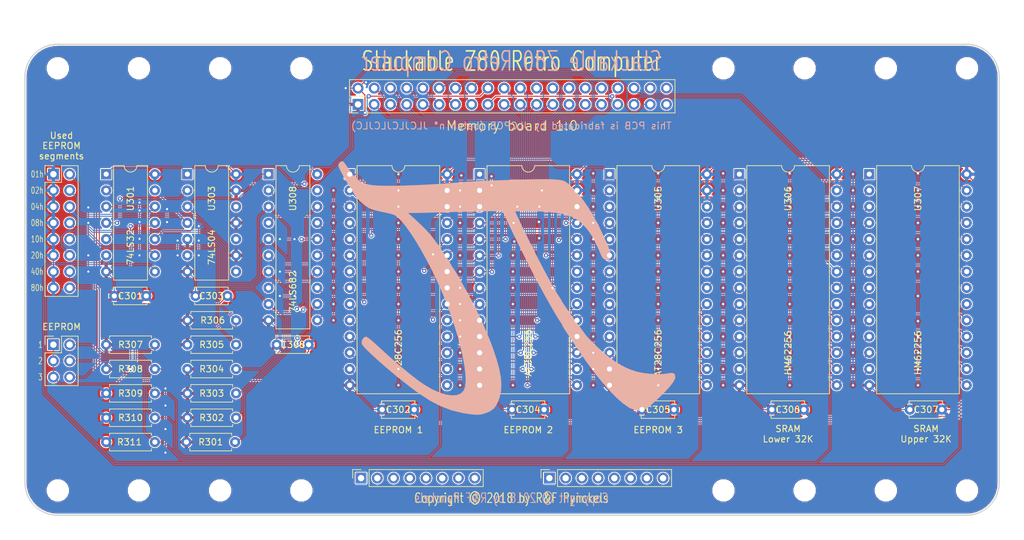
<source format=kicad_pcb>
(kicad_pcb (version 20171130) (host pcbnew "(5.0.0)")
  (title_block (title "S80 - Stackable Z80") (date 2018-10-22) (rev 1.0) (comment 1 "Copyright (c) 2018 by R&F Pynckels"))
  (layers (0 F.Cu signal) (31 B.Cu signal) (34 B.Paste user) (35 F.Paste user) (36 B.SilkS user) (37 F.SilkS user) (38 B.Mask user) (39 F.Mask user) (44 Edge.Cuts user))
  (net 0 "")
  (net 1 VCC)
  (net 2 GND)
  (net 3 "/Breakout 2in/A0")
  (net 4 "/Breakout 2in/A1")
  (net 5 "/Breakout 2in/A2")
  (net 6 "/Breakout 2in/A3")
  (net 7 "/Breakout 2in/A4")
  (net 8 "/Breakout 2in/A5")
  (net 9 "/Breakout 2in/A6")
  (net 10 "/Breakout 2in/A7")
  (net 11 "/Breakout 2in/A8")
  (net 12 "/Breakout 2in/A9")
  (net 13 "/Breakout 2in/A10")
  (net 14 "/Breakout 2in/A11")
  (net 15 "/Breakout 2in/A12")
  (net 16 "/Breakout 2in/A13")
  (net 17 "/Breakout 2in/A14")
  (net 18 "/Breakout 2in/A15")
  (net 19 "/Breakout 2in/D0")
  (net 20 "/Breakout 2in/D1")
  (net 21 "/Breakout 2in/D2")
  (net 22 "/Breakout 2in/D3")
  (net 23 "/Breakout 2in/D4")
  (net 24 "/Breakout 2in/D5")
  (net 25 "/Breakout 2in/D6")
  (net 26 "/Breakout 2in/D7")
  (net 27 "/Breakout 2in/C8")
  (net 28 "/Breakout 2in/C9")
  (net 29 "/Breakout 2in/C10")
  (net 30 "Net-(J304-Pad16)")
  (net 31 "Net-(J304-Pad14)")
  (net 32 "Net-(J304-Pad12)")
  (net 33 "Net-(J304-Pad10)")
  (net 34 "Net-(J304-Pad8)")
  (net 35 "Net-(J304-Pad6)")
  (net 36 "Net-(J304-Pad4)")
  (net 37 "Net-(J304-Pad2)")
  (net 38 /Memory/~EpL~)
  (net 39 /Memory/~EpL0~)
  (net 40 /Memory/~EpL1~)
  (net 41 /Memory/~EpL2~)
  (net 42 /Memory/~RaL~)
  (net 43 "Net-(U301-Pad12)")
  (net 44 "Net-(U301-Pad10)")
  (net 45 /Memory/~A15)
  (net 46 /Memory/~RaU~)
  (net 47 "Net-(U301-Pad13)")
  (module Pynckels:MountingHole_3.2mm_M3 (layer F.Cu) (at 221.032 137.1)
    (fp_text reference REF** hide)
    (fp_text value MountingHole_3.2mm_M3 hide)
    (pad 1 np_thru_hole circle (at 0 0) (size 3.2 3.2) (drill 3.2) (layers *.Cu *.Mask))
  )
  (module Pynckels:MountingHole_3.2mm_M3 (layer F.Cu) (at 116.892 137.1)
    (fp_text reference REF** hide)
    (fp_text value MountingHole_3.2mm_M3 hide)
    (pad 1 np_thru_hole circle (at 0 0) (size 3.2 3.2) (drill 3.2) (layers *.Cu *.Mask))
  )
  (module Pynckels:MountingHole_3.2mm_M3 (layer F.Cu) (at 104.192 137.1)
    (fp_text reference REF** hide)
    (fp_text value MountingHole_3.2mm_M3 hide)
    (pad 1 np_thru_hole circle (at 0 0) (size 3.2 3.2) (drill 3.2) (layers *.Cu *.Mask))
  )
  (module Pynckels:MountingHole_3.2mm_M3 (layer F.Cu) (at 91.492 137.1)
    (fp_text reference REF** hide)
    (fp_text value MountingHole_3.2mm_M3 hide)
    (pad 1 np_thru_hole circle (at 0 0) (size 3.2 3.2) (drill 3.2) (layers *.Cu *.Mask))
  )
  (module Pynckels:MountingHole_3.2mm_M3 (layer F.Cu) (at 195.632 137.1)
    (fp_text reference REF** hide)
    (fp_text value MountingHole_3.2mm_M3 hide)
    (pad 1 np_thru_hole circle (at 0 0) (size 3.2 3.2) (drill 3.2) (layers *.Cu *.Mask))
  )
  (module Pynckels:MountingHole_3.2mm_M3 (layer F.Cu) (at 78.792 71.06)
    (fp_text reference REF** hide)
    (fp_text value MountingHole_3.2mm_M3 hide)
    (pad 1 np_thru_hole circle (at 0 0) (size 3.2 3.2) (drill 3.2) (layers *.Cu *.Mask))
  )
  (module Pynckels:MountingHole_3.2mm_M3 (layer F.Cu) (at 208.332 137.1)
    (fp_text reference REF** hide)
    (fp_text value MountingHole_3.2mm_M3 hide)
    (pad 1 np_thru_hole circle (at 0 0) (size 3.2 3.2) (drill 3.2) (layers *.Cu *.Mask))
  )
  (module Pynckels:MountingHole_3.2mm_M3 (layer F.Cu) (at 182.932 137.1)
    (fp_text reference REF** hide)
    (fp_text value MountingHole_3.2mm_M3 hide)
    (pad 1 np_thru_hole circle (at 0 0) (size 3.2 3.2) (drill 3.2) (layers *.Cu *.Mask))
  )
  (module Pynckels:MountingHole_3.2mm_M3 (layer F.Cu) (at 182.932 71.06)
    (fp_text reference REF** hide)
    (fp_text value MountingHole_3.2mm_M3 hide)
    (pad 1 np_thru_hole circle (at 0 0) (size 3.2 3.2) (drill 3.2) (layers *.Cu *.Mask))
  )
  (module Pynckels:MountingHole_3.2mm_M3 (layer F.Cu) (at 208.332 71.06)
    (fp_text reference REF** hide)
    (fp_text value MountingHole_3.2mm_M3 hide)
    (pad 1 np_thru_hole circle (at 0 0) (size 3.2 3.2) (drill 3.2) (layers *.Cu *.Mask))
  )
  (module Pynckels:MountingHole_3.2mm_M3 (layer F.Cu) (at 221.032 71.06)
    (fp_text reference REF** hide)
    (fp_text value MountingHole_3.2mm_M3 hide)
    (pad 1 np_thru_hole circle (at 0 0) (size 3.2 3.2) (drill 3.2) (layers *.Cu *.Mask))
  )
  (module Pynckels:MountingHole_3.2mm_M3 (layer F.Cu) (at 104.192 71.06)
    (fp_text reference REF** hide)
    (fp_text value MountingHole_3.2mm_M3 hide)
    (pad 1 np_thru_hole circle (at 0 0) (size 3.2 3.2) (drill 3.2) (layers *.Cu *.Mask))
  )
  (module Pynckels:MountingHole_3.2mm_M3 (layer F.Cu) (at 116.892 71.06)
    (fp_text reference REF** hide)
    (fp_text value MountingHole_3.2mm_M3 hide)
    (pad 1 np_thru_hole circle (at 0 0) (size 3.2 3.2) (drill 3.2) (layers *.Cu *.Mask))
  )
  (module Pynckels:MountingHole_3.2mm_M3 (layer F.Cu) (at 78.792 137.1)
    (fp_text reference REF** hide)
    (fp_text value MountingHole_3.2mm_M3 hide)
    (pad 1 np_thru_hole circle (at 0 0) (size 3.2 3.2) (drill 3.2) (layers *.Cu *.Mask))
  )
  (module Pynckels:MountingHole_3.2mm_M3 (layer F.Cu) (at 195.632 71.06)
    (fp_text reference REF** hide)
    (fp_text value MountingHole_3.2mm_M3 hide)
    (pad 1 np_thru_hole circle (at 0 0) (size 3.2 3.2) (drill 3.2) (layers *.Cu *.Mask))
  )
  (module Pynckels:MountingHole_3.2mm_M3 (layer F.Cu) (at 91.492 71.06)
    (fp_text reference REF** hide)
    (fp_text value MountingHole_3.2mm_M3 hide)
    (pad 1 np_thru_hole circle (at 0 0) (size 3.2 3.2) (drill 3.2) (layers *.Cu *.Mask))
  )
  (module Connector_PinHeader_2.54mm:PinHeader_2x08_P2.54mm_Vertical (layer F.Cu) (at 78.105 87.63)
    (fp_text reference J304 hide)
    (fp_text value 02x08)
    (pad 16 thru_hole oval (at 2.54 17.78) (size 1.7 1.7) (drill 1) (layers *.Cu *.Mask) (net 30 "Net-(J304-Pad16)"))
    (pad 15 thru_hole oval (at 0 17.78) (size 1.7 1.7) (drill 1) (layers *.Cu *.Mask) (net 1 VCC))
    (pad 14 thru_hole oval (at 2.54 15.24) (size 1.7 1.7) (drill 1) (layers *.Cu *.Mask) (net 31 "Net-(J304-Pad14)"))
    (pad 13 thru_hole oval (at 0 15.24) (size 1.7 1.7) (drill 1) (layers *.Cu *.Mask) (net 1 VCC))
    (pad 12 thru_hole oval (at 2.54 12.7) (size 1.7 1.7) (drill 1) (layers *.Cu *.Mask) (net 32 "Net-(J304-Pad12)"))
    (pad 11 thru_hole oval (at 0 12.7) (size 1.7 1.7) (drill 1) (layers *.Cu *.Mask) (net 1 VCC))
    (pad 10 thru_hole oval (at 2.54 10.16) (size 1.7 1.7) (drill 1) (layers *.Cu *.Mask) (net 33 "Net-(J304-Pad10)"))
    (pad 9 thru_hole oval (at 0 10.16) (size 1.7 1.7) (drill 1) (layers *.Cu *.Mask) (net 1 VCC))
    (pad 8 thru_hole oval (at 2.54 7.62) (size 1.7 1.7) (drill 1) (layers *.Cu *.Mask) (net 34 "Net-(J304-Pad8)"))
    (pad 7 thru_hole oval (at 0 7.62) (size 1.7 1.7) (drill 1) (layers *.Cu *.Mask) (net 1 VCC))
    (pad 6 thru_hole oval (at 2.54 5.08) (size 1.7 1.7) (drill 1) (layers *.Cu *.Mask) (net 35 "Net-(J304-Pad6)"))
    (pad 5 thru_hole oval (at 0 5.08) (size 1.7 1.7) (drill 1) (layers *.Cu *.Mask) (net 1 VCC))
    (pad 4 thru_hole oval (at 2.54 2.54) (size 1.7 1.7) (drill 1) (layers *.Cu *.Mask) (net 36 "Net-(J304-Pad4)"))
    (pad 3 thru_hole oval (at 0 2.54) (size 1.7 1.7) (drill 1) (layers *.Cu *.Mask) (net 1 VCC))
    (pad 2 thru_hole oval (at 2.54 0) (size 1.7 1.7) (drill 1) (layers *.Cu *.Mask) (net 37 "Net-(J304-Pad2)"))
    (pad 1 thru_hole rect (at 0 0) (size 1.7 1.7) (drill 1) (layers *.Cu *.Mask) (net 1 VCC))
  )
  (module Pynckels:PinSocket_2x20_P2.54mm_Vertical (layer F.Cu) (at 125.7554 76.708 90)
    (fp_text reference J301 hide)
    (fp_text value 02x20 hide)
    (pad 40 thru_hole oval (at 2.54 48.26 90) (size 1.7 1.7) (drill 1) (layers *.Cu *.Mask))
    (pad 39 thru_hole oval (at 0 48.26 90) (size 1.7 1.7) (drill 1) (layers *.Cu *.Mask))
    (pad 38 thru_hole oval (at 2.54 45.72 90) (size 1.7 1.7) (drill 1) (layers *.Cu *.Mask))
    (pad 37 thru_hole oval (at 0 45.72 90) (size 1.7 1.7) (drill 1) (layers *.Cu *.Mask) (net 29 "/Breakout 2in/C10"))
    (pad 36 thru_hole oval (at 2.54 43.18 90) (size 1.7 1.7) (drill 1) (layers *.Cu *.Mask) (net 28 "/Breakout 2in/C9"))
    (pad 35 thru_hole oval (at 0 43.18 90) (size 1.7 1.7) (drill 1) (layers *.Cu *.Mask) (net 27 "/Breakout 2in/C8"))
    (pad 34 thru_hole oval (at 2.54 40.64 90) (size 1.7 1.7) (drill 1) (layers *.Cu *.Mask))
    (pad 33 thru_hole oval (at 0 40.64 90) (size 1.7 1.7) (drill 1) (layers *.Cu *.Mask))
    (pad 32 thru_hole oval (at 2.54 38.1 90) (size 1.7 1.7) (drill 1) (layers *.Cu *.Mask))
    (pad 31 thru_hole oval (at 0 38.1 90) (size 1.7 1.7) (drill 1) (layers *.Cu *.Mask))
    (pad 30 thru_hole oval (at 2.54 35.56 90) (size 1.7 1.7) (drill 1) (layers *.Cu *.Mask))
    (pad 29 thru_hole oval (at 0 35.56 90) (size 1.7 1.7) (drill 1) (layers *.Cu *.Mask))
    (pad 28 thru_hole oval (at 2.54 33.02 90) (size 1.7 1.7) (drill 1) (layers *.Cu *.Mask))
    (pad 27 thru_hole oval (at 0 33.02 90) (size 1.7 1.7) (drill 1) (layers *.Cu *.Mask))
    (pad 26 thru_hole oval (at 2.54 30.48 90) (size 1.7 1.7) (drill 1) (layers *.Cu *.Mask) (net 26 "/Breakout 2in/D7"))
    (pad 25 thru_hole oval (at 0 30.48 90) (size 1.7 1.7) (drill 1) (layers *.Cu *.Mask) (net 25 "/Breakout 2in/D6"))
    (pad 24 thru_hole oval (at 2.54 27.94 90) (size 1.7 1.7) (drill 1) (layers *.Cu *.Mask) (net 24 "/Breakout 2in/D5"))
    (pad 23 thru_hole oval (at 0 27.94 90) (size 1.7 1.7) (drill 1) (layers *.Cu *.Mask) (net 23 "/Breakout 2in/D4"))
    (pad 22 thru_hole oval (at 2.54 25.4 90) (size 1.7 1.7) (drill 1) (layers *.Cu *.Mask) (net 22 "/Breakout 2in/D3"))
    (pad 21 thru_hole oval (at 0 25.4 90) (size 1.7 1.7) (drill 1) (layers *.Cu *.Mask) (net 21 "/Breakout 2in/D2"))
    (pad 20 thru_hole oval (at 2.54 22.86 90) (size 1.7 1.7) (drill 1) (layers *.Cu *.Mask) (net 20 "/Breakout 2in/D1"))
    (pad 19 thru_hole oval (at 0 22.86 90) (size 1.7 1.7) (drill 1) (layers *.Cu *.Mask) (net 19 "/Breakout 2in/D0"))
    (pad 18 thru_hole oval (at 2.54 20.32 90) (size 1.7 1.7) (drill 1) (layers *.Cu *.Mask) (net 18 "/Breakout 2in/A15"))
    (pad 17 thru_hole oval (at 0 20.32 90) (size 1.7 1.7) (drill 1) (layers *.Cu *.Mask) (net 17 "/Breakout 2in/A14"))
    (pad 16 thru_hole oval (at 2.54 17.78 90) (size 1.7 1.7) (drill 1) (layers *.Cu *.Mask) (net 16 "/Breakout 2in/A13"))
    (pad 15 thru_hole oval (at 0 17.78 90) (size 1.7 1.7) (drill 1) (layers *.Cu *.Mask) (net 15 "/Breakout 2in/A12"))
    (pad 14 thru_hole oval (at 2.54 15.24 90) (size 1.7 1.7) (drill 1) (layers *.Cu *.Mask) (net 14 "/Breakout 2in/A11"))
    (pad 13 thru_hole oval (at 0 15.24 90) (size 1.7 1.7) (drill 1) (layers *.Cu *.Mask) (net 13 "/Breakout 2in/A10"))
    (pad 12 thru_hole oval (at 2.54 12.7 90) (size 1.7 1.7) (drill 1) (layers *.Cu *.Mask) (net 12 "/Breakout 2in/A9"))
    (pad 11 thru_hole oval (at 0 12.7 90) (size 1.7 1.7) (drill 1) (layers *.Cu *.Mask) (net 11 "/Breakout 2in/A8"))
    (pad 10 thru_hole oval (at 2.54 10.16 90) (size 1.7 1.7) (drill 1) (layers *.Cu *.Mask) (net 10 "/Breakout 2in/A7"))
    (pad 9 thru_hole oval (at 0 10.16 90) (size 1.7 1.7) (drill 1) (layers *.Cu *.Mask) (net 9 "/Breakout 2in/A6"))
    (pad 8 thru_hole oval (at 2.54 7.62 90) (size 1.7 1.7) (drill 1) (layers *.Cu *.Mask) (net 8 "/Breakout 2in/A5"))
    (pad 7 thru_hole oval (at 0 7.62 90) (size 1.7 1.7) (drill 1) (layers *.Cu *.Mask) (net 7 "/Breakout 2in/A4"))
    (pad 6 thru_hole oval (at 2.54 5.08 90) (size 1.7 1.7) (drill 1) (layers *.Cu *.Mask) (net 6 "/Breakout 2in/A3"))
    (pad 5 thru_hole oval (at 0 5.08 90) (size 1.7 1.7) (drill 1) (layers *.Cu *.Mask) (net 5 "/Breakout 2in/A2"))
    (pad 4 thru_hole oval (at 2.54 2.54 90) (size 1.7 1.7) (drill 1) (layers *.Cu *.Mask) (net 4 "/Breakout 2in/A1"))
    (pad 3 thru_hole oval (at 0 2.54 90) (size 1.7 1.7) (drill 1) (layers *.Cu *.Mask) (net 3 "/Breakout 2in/A0"))
    (pad 2 thru_hole oval (at 2.54 0 90) (size 1.7 1.7) (drill 1) (layers *.Cu *.Mask) (net 1 VCC))
    (pad 1 thru_hole rect (at 0 0 90) (size 1.7 1.7) (drill 1) (layers *.Cu *.Mask) (net 2 GND))
  )
  (module Connector_PinSocket_2.54mm:PinSocket_1x08_P2.54mm_Vertical (layer F.Cu) (at 126.238 135.1788 90)
    (fp_text reference J302 hide)
    (fp_text value 01x08)
    (pad 8 thru_hole oval (at 0 17.78 90) (size 1.7 1.7) (drill 1) (layers *.Cu *.Mask))
    (pad 7 thru_hole oval (at 0 15.24 90) (size 1.7 1.7) (drill 1) (layers *.Cu *.Mask))
    (pad 6 thru_hole oval (at 0 12.7 90) (size 1.7 1.7) (drill 1) (layers *.Cu *.Mask))
    (pad 5 thru_hole oval (at 0 10.16 90) (size 1.7 1.7) (drill 1) (layers *.Cu *.Mask))
    (pad 4 thru_hole oval (at 0 7.62 90) (size 1.7 1.7) (drill 1) (layers *.Cu *.Mask))
    (pad 3 thru_hole oval (at 0 5.08 90) (size 1.7 1.7) (drill 1) (layers *.Cu *.Mask))
    (pad 2 thru_hole oval (at 0 2.54 90) (size 1.7 1.7) (drill 1) (layers *.Cu *.Mask))
    (pad 1 thru_hole rect (at 0 0 90) (size 1.7 1.7) (drill 1) (layers *.Cu *.Mask))
  )
  (module Connector_PinSocket_2.54mm:PinSocket_1x08_P2.54mm_Vertical (layer F.Cu) (at 155.702 135.1788 90)
    (fp_text reference J303 hide)
    (fp_text value 01x08)
    (pad 1 thru_hole rect (at 0 0 90) (size 1.7 1.7) (drill 1) (layers *.Cu *.Mask))
    (pad 2 thru_hole oval (at 0 2.54 90) (size 1.7 1.7) (drill 1) (layers *.Cu *.Mask))
    (pad 3 thru_hole oval (at 0 5.08 90) (size 1.7 1.7) (drill 1) (layers *.Cu *.Mask))
    (pad 4 thru_hole oval (at 0 7.62 90) (size 1.7 1.7) (drill 1) (layers *.Cu *.Mask))
    (pad 5 thru_hole oval (at 0 10.16 90) (size 1.7 1.7) (drill 1) (layers *.Cu *.Mask))
    (pad 6 thru_hole oval (at 0 12.7 90) (size 1.7 1.7) (drill 1) (layers *.Cu *.Mask))
    (pad 7 thru_hole oval (at 0 15.24 90) (size 1.7 1.7) (drill 1) (layers *.Cu *.Mask))
    (pad 8 thru_hole oval (at 0 17.78 90) (size 1.7 1.7) (drill 1) (layers *.Cu *.Mask))
  )
  (module Capacitor_THT:C_Disc_D5.0mm_W2.5mm_P5.00mm (layer F.Cu) (at 87.63 106.68)
    (fp_text reference C301 (at 2.5 0) (layer F.SilkS))
    (fp_text value 100pf)
    (pad 2 thru_hole circle (at 5 0) (size 1.6 1.6) (drill 0.8) (layers *.Cu *.Mask) (net 1 VCC))
    (pad 1 thru_hole circle (at 0 0) (size 1.6 1.6) (drill 0.8) (layers *.Cu *.Mask) (net 2 GND))
  )
  (module Capacitor_THT:C_Disc_D5.0mm_W2.5mm_P5.00mm (layer F.Cu) (at 129.54 124.46)
    (fp_text reference C302 (at 2.5 0) (layer F.SilkS))
    (fp_text value 100pf)
    (pad 1 thru_hole circle (at 0 0) (size 1.6 1.6) (drill 0.8) (layers *.Cu *.Mask) (net 2 GND))
    (pad 2 thru_hole circle (at 5 0) (size 1.6 1.6) (drill 0.8) (layers *.Cu *.Mask) (net 1 VCC))
  )
  (module Capacitor_THT:C_Disc_D5.0mm_W2.5mm_P5.00mm (layer F.Cu) (at 100.33 106.68)
    (fp_text reference C303 (at 2.5 0) (layer F.SilkS))
    (fp_text value 100pf)
    (pad 2 thru_hole circle (at 5 0) (size 1.6 1.6) (drill 0.8) (layers *.Cu *.Mask) (net 1 VCC))
    (pad 1 thru_hole circle (at 0 0) (size 1.6 1.6) (drill 0.8) (layers *.Cu *.Mask) (net 2 GND))
  )
  (module Capacitor_THT:C_Disc_D5.0mm_W2.5mm_P5.00mm (layer F.Cu) (at 149.86 124.46)
    (fp_text reference C304 (at 2.5 0) (layer F.SilkS))
    (fp_text value 100pf)
    (pad 1 thru_hole circle (at 0 0) (size 1.6 1.6) (drill 0.8) (layers *.Cu *.Mask) (net 2 GND))
    (pad 2 thru_hole circle (at 5 0) (size 1.6 1.6) (drill 0.8) (layers *.Cu *.Mask) (net 1 VCC))
  )
  (module Capacitor_THT:C_Disc_D5.0mm_W2.5mm_P5.00mm (layer F.Cu) (at 170.18 124.46)
    (fp_text reference C305 (at 2.54 0) (layer F.SilkS))
    (fp_text value 100pf)
    (pad 2 thru_hole circle (at 5 0) (size 1.6 1.6) (drill 0.8) (layers *.Cu *.Mask) (net 1 VCC))
    (pad 1 thru_hole circle (at 0 0) (size 1.6 1.6) (drill 0.8) (layers *.Cu *.Mask) (net 2 GND))
  )
  (module Capacitor_THT:C_Disc_D5.0mm_W2.5mm_P5.00mm (layer F.Cu) (at 190.5 124.46)
    (fp_text reference C306 (at 2.5 0) (layer F.SilkS))
    (fp_text value 100pf)
    (pad 1 thru_hole circle (at 0 0) (size 1.6 1.6) (drill 0.8) (layers *.Cu *.Mask) (net 2 GND))
    (pad 2 thru_hole circle (at 5 0) (size 1.6 1.6) (drill 0.8) (layers *.Cu *.Mask) (net 1 VCC))
  )
  (module Capacitor_THT:C_Disc_D5.0mm_W2.5mm_P5.00mm (layer F.Cu) (at 212.09 124.46)
    (fp_text reference C307 (at 2.54 0) (layer F.SilkS))
    (fp_text value 100pf)
    (pad 2 thru_hole circle (at 5 0) (size 1.6 1.6) (drill 0.8) (layers *.Cu *.Mask) (net 1 VCC))
    (pad 1 thru_hole circle (at 0 0) (size 1.6 1.6) (drill 0.8) (layers *.Cu *.Mask) (net 2 GND))
  )
  (module Capacitor_THT:C_Disc_D5.0mm_W2.5mm_P5.00mm (layer F.Cu) (at 113.03 114.3)
    (fp_text reference C308 (at 2.54 0) (layer F.SilkS))
    (fp_text value 100pf)
    (pad 1 thru_hole circle (at 0 0) (size 1.6 1.6) (drill 0.8) (layers *.Cu *.Mask) (net 2 GND))
    (pad 2 thru_hole circle (at 5 0) (size 1.6 1.6) (drill 0.8) (layers *.Cu *.Mask) (net 1 VCC))
  )
  (module Resistor_THT:R_Axial_DIN0207_L6.3mm_D2.5mm_P7.62mm_Horizontal (layer F.Cu) (at 106.524999 129.54 180)
    (fp_text reference R301 (at 3.81 0 180) (layer F.SilkS))
    (fp_text value "220 5%")
    (pad 2 thru_hole oval (at 7.62 0 180) (size 1.6 1.6) (drill 0.8) (layers *.Cu *.Mask) (net 2 GND))
    (pad 1 thru_hole circle (at 0 0 180) (size 1.6 1.6) (drill 0.8) (layers *.Cu *.Mask) (net 37 "Net-(J304-Pad2)"))
  )
  (module Resistor_THT:R_Axial_DIN0207_L6.3mm_D2.5mm_P7.62mm_Horizontal (layer F.Cu) (at 106.68 125.73 180)
    (fp_text reference R302 (at 3.81 0 180) (layer F.SilkS))
    (fp_text value "220 5%")
    (pad 1 thru_hole circle (at 0 0 180) (size 1.6 1.6) (drill 0.8) (layers *.Cu *.Mask) (net 36 "Net-(J304-Pad4)"))
    (pad 2 thru_hole oval (at 7.62 0 180) (size 1.6 1.6) (drill 0.8) (layers *.Cu *.Mask) (net 2 GND))
  )
  (module Resistor_THT:R_Axial_DIN0207_L6.3mm_D2.5mm_P7.62mm_Horizontal (layer F.Cu) (at 106.68 121.92 180)
    (fp_text reference R303 (at 3.81 0 180) (layer F.SilkS))
    (fp_text value "220 5%")
    (pad 2 thru_hole oval (at 7.62 0 180) (size 1.6 1.6) (drill 0.8) (layers *.Cu *.Mask) (net 2 GND))
    (pad 1 thru_hole circle (at 0 0 180) (size 1.6 1.6) (drill 0.8) (layers *.Cu *.Mask) (net 35 "Net-(J304-Pad6)"))
  )
  (module Resistor_THT:R_Axial_DIN0207_L6.3mm_D2.5mm_P7.62mm_Horizontal (layer F.Cu) (at 106.68 118.11 180)
    (fp_text reference R304 (at 3.81 0 180) (layer F.SilkS))
    (fp_text value "220 5%")
    (pad 2 thru_hole oval (at 7.62 0 180) (size 1.6 1.6) (drill 0.8) (layers *.Cu *.Mask) (net 2 GND))
    (pad 1 thru_hole circle (at 0 0 180) (size 1.6 1.6) (drill 0.8) (layers *.Cu *.Mask) (net 34 "Net-(J304-Pad8)"))
  )
  (module Resistor_THT:R_Axial_DIN0207_L6.3mm_D2.5mm_P7.62mm_Horizontal (layer F.Cu) (at 106.68 114.3 180)
    (fp_text reference R305 (at 3.81 0 180) (layer F.SilkS))
    (fp_text value "220 5%")
    (pad 1 thru_hole circle (at 0 0 180) (size 1.6 1.6) (drill 0.8) (layers *.Cu *.Mask) (net 33 "Net-(J304-Pad10)"))
    (pad 2 thru_hole oval (at 7.62 0 180) (size 1.6 1.6) (drill 0.8) (layers *.Cu *.Mask) (net 2 GND))
  )
  (module Resistor_THT:R_Axial_DIN0207_L6.3mm_D2.5mm_P7.62mm_Horizontal (layer F.Cu) (at 106.68 110.49 180)
    (fp_text reference R306 (at 3.654999 0 180) (layer F.SilkS))
    (fp_text value "220 5%")
    (pad 1 thru_hole circle (at 0 0 180) (size 1.6 1.6) (drill 0.8) (layers *.Cu *.Mask) (net 32 "Net-(J304-Pad12)"))
    (pad 2 thru_hole oval (at 7.62 0 180) (size 1.6 1.6) (drill 0.8) (layers *.Cu *.Mask) (net 2 GND))
  )
  (module Resistor_THT:R_Axial_DIN0207_L6.3mm_D2.5mm_P7.62mm_Horizontal (layer F.Cu) (at 93.98 114.3 180)
    (fp_text reference R307 (at 3.81 0 180) (layer F.SilkS))
    (fp_text value "220 5%")
    (pad 2 thru_hole oval (at 7.62 0 180) (size 1.6 1.6) (drill 0.8) (layers *.Cu *.Mask) (net 2 GND))
    (pad 1 thru_hole circle (at 0 0 180) (size 1.6 1.6) (drill 0.8) (layers *.Cu *.Mask) (net 31 "Net-(J304-Pad14)"))
  )
  (module Resistor_THT:R_Axial_DIN0207_L6.3mm_D2.5mm_P7.62mm_Horizontal (layer F.Cu) (at 93.98 118.11 180)
    (fp_text reference R308 (at 3.81 0 180) (layer F.SilkS))
    (fp_text value "220 5%")
    (pad 2 thru_hole oval (at 7.62 0 180) (size 1.6 1.6) (drill 0.8) (layers *.Cu *.Mask) (net 2 GND))
    (pad 1 thru_hole circle (at 0 0 180) (size 1.6 1.6) (drill 0.8) (layers *.Cu *.Mask) (net 30 "Net-(J304-Pad16)"))
  )
  (module Resistor_THT:R_Axial_DIN0207_L6.3mm_D2.5mm_P7.62mm_Horizontal (layer F.Cu) (at 86.36 121.92)
    (fp_text reference R309 (at 3.81 0) (layer F.SilkS))
    (fp_text value "5K 1%")
    (pad 2 thru_hole oval (at 7.62 0) (size 1.6 1.6) (drill 0.8) (layers *.Cu *.Mask) (net 39 /Memory/~EpL0~))
    (pad 1 thru_hole circle (at 0 0) (size 1.6 1.6) (drill 0.8) (layers *.Cu *.Mask) (net 1 VCC))
  )
  (module Resistor_THT:R_Axial_DIN0207_L6.3mm_D2.5mm_P7.62mm_Horizontal (layer F.Cu) (at 86.36 125.73)
    (fp_text reference R310 (at 3.81 0) (layer F.SilkS))
    (fp_text value "5K 1%")
    (pad 1 thru_hole circle (at 0 0) (size 1.6 1.6) (drill 0.8) (layers *.Cu *.Mask) (net 1 VCC))
    (pad 2 thru_hole oval (at 7.62 0) (size 1.6 1.6) (drill 0.8) (layers *.Cu *.Mask) (net 40 /Memory/~EpL1~))
  )
  (module Resistor_THT:R_Axial_DIN0207_L6.3mm_D2.5mm_P7.62mm_Horizontal (layer F.Cu) (at 86.36 129.54)
    (fp_text reference R311 (at 3.654999 0) (layer F.SilkS))
    (fp_text value "5K 1%")
    (pad 2 thru_hole oval (at 7.62 0) (size 1.6 1.6) (drill 0.8) (layers *.Cu *.Mask) (net 41 /Memory/~EpL2~))
    (pad 1 thru_hole circle (at 0 0) (size 1.6 1.6) (drill 0.8) (layers *.Cu *.Mask) (net 1 VCC))
  )
  (module Package_DIP:DIP-14_W7.62mm (layer F.Cu) (at 86.36 87.63)
    (fp_text reference U301 (at 3.81 3.81 90) (layer F.SilkS))
    (fp_text value 74LS32 (at 3.81 11.43 270) (layer F.SilkS))
    (pad 1 thru_hole rect (at 0 0) (size 1.6 1.6) (drill 0.8) (layers *.Cu *.Mask) (net 18 "/Breakout 2in/A15"))
    (pad 8 thru_hole oval (at 7.62 15.24) (size 1.6 1.6) (drill 0.8) (layers *.Cu *.Mask) (net 42 /Memory/~RaL~))
    (pad 2 thru_hole oval (at 0 2.54) (size 1.6 1.6) (drill 0.8) (layers *.Cu *.Mask) (net 29 "/Breakout 2in/C10"))
    (pad 9 thru_hole oval (at 7.62 12.7) (size 1.6 1.6) (drill 0.8) (layers *.Cu *.Mask) (net 43 "Net-(U301-Pad12)"))
    (pad 3 thru_hole oval (at 0 5.08) (size 1.6 1.6) (drill 0.8) (layers *.Cu *.Mask) (net 43 "Net-(U301-Pad12)"))
    (pad 10 thru_hole oval (at 7.62 10.16) (size 1.6 1.6) (drill 0.8) (layers *.Cu *.Mask) (net 44 "Net-(U301-Pad10)"))
    (pad 4 thru_hole oval (at 0 7.62) (size 1.6 1.6) (drill 0.8) (layers *.Cu *.Mask) (net 45 /Memory/~A15))
    (pad 11 thru_hole oval (at 7.62 7.62) (size 1.6 1.6) (drill 0.8) (layers *.Cu *.Mask) (net 38 /Memory/~EpL~))
    (pad 5 thru_hole oval (at 0 10.16) (size 1.6 1.6) (drill 0.8) (layers *.Cu *.Mask) (net 29 "/Breakout 2in/C10"))
    (pad 12 thru_hole oval (at 7.62 5.08) (size 1.6 1.6) (drill 0.8) (layers *.Cu *.Mask) (net 43 "Net-(U301-Pad12)"))
    (pad 6 thru_hole oval (at 0 12.7) (size 1.6 1.6) (drill 0.8) (layers *.Cu *.Mask) (net 46 /Memory/~RaU~))
    (pad 13 thru_hole oval (at 7.62 2.54) (size 1.6 1.6) (drill 0.8) (layers *.Cu *.Mask) (net 47 "Net-(U301-Pad13)"))
    (pad 7 thru_hole oval (at 0 15.24) (size 1.6 1.6) (drill 0.8) (layers *.Cu *.Mask) (net 2 GND))
    (pad 14 thru_hole oval (at 7.62 0) (size 1.6 1.6) (drill 0.8) (layers *.Cu *.Mask) (net 1 VCC))
  )
  (module Package_DIP:DIP-28_W15.24mm (layer F.Cu) (at 124.46 87.63)
    (fp_text reference U302 (at 7.62 3.81 90) (layer F.SilkS))
    (fp_text value AT28C256 (at 7.62 27.94 90) (layer F.SilkS))
    (pad 28 thru_hole oval (at 15.24 0) (size 1.6 1.6) (drill 0.8) (layers *.Cu *.Mask) (net 1 VCC))
    (pad 14 thru_hole oval (at 0 33.02) (size 1.6 1.6) (drill 0.8) (layers *.Cu *.Mask) (net 2 GND))
    (pad 27 thru_hole oval (at 15.24 2.54) (size 1.6 1.6) (drill 0.8) (layers *.Cu *.Mask) (net 1 VCC))
    (pad 13 thru_hole oval (at 0 30.48) (size 1.6 1.6) (drill 0.8) (layers *.Cu *.Mask) (net 21 "/Breakout 2in/D2"))
    (pad 26 thru_hole oval (at 15.24 5.08) (size 1.6 1.6) (drill 0.8) (layers *.Cu *.Mask) (net 16 "/Breakout 2in/A13"))
    (pad 12 thru_hole oval (at 0 27.94) (size 1.6 1.6) (drill 0.8) (layers *.Cu *.Mask) (net 20 "/Breakout 2in/D1"))
    (pad 25 thru_hole oval (at 15.24 7.62) (size 1.6 1.6) (drill 0.8) (layers *.Cu *.Mask) (net 11 "/Breakout 2in/A8"))
    (pad 11 thru_hole oval (at 0 25.4) (size 1.6 1.6) (drill 0.8) (layers *.Cu *.Mask) (net 19 "/Breakout 2in/D0"))
    (pad 24 thru_hole oval (at 15.24 10.16) (size 1.6 1.6) (drill 0.8) (layers *.Cu *.Mask) (net 12 "/Breakout 2in/A9"))
    (pad 10 thru_hole oval (at 0 22.86) (size 1.6 1.6) (drill 0.8) (layers *.Cu *.Mask) (net 3 "/Breakout 2in/A0"))
    (pad 23 thru_hole oval (at 15.24 12.7) (size 1.6 1.6) (drill 0.8) (layers *.Cu *.Mask) (net 14 "/Breakout 2in/A11"))
    (pad 9 thru_hole oval (at 0 20.32) (size 1.6 1.6) (drill 0.8) (layers *.Cu *.Mask) (net 4 "/Breakout 2in/A1"))
    (pad 22 thru_hole oval (at 15.24 15.24) (size 1.6 1.6) (drill 0.8) (layers *.Cu *.Mask) (net 27 "/Breakout 2in/C8"))
    (pad 8 thru_hole oval (at 0 17.78) (size 1.6 1.6) (drill 0.8) (layers *.Cu *.Mask) (net 5 "/Breakout 2in/A2"))
    (pad 21 thru_hole oval (at 15.24 17.78) (size 1.6 1.6) (drill 0.8) (layers *.Cu *.Mask) (net 13 "/Breakout 2in/A10"))
    (pad 7 thru_hole oval (at 0 15.24) (size 1.6 1.6) (drill 0.8) (layers *.Cu *.Mask) (net 6 "/Breakout 2in/A3"))
    (pad 20 thru_hole oval (at 15.24 20.32) (size 1.6 1.6) (drill 0.8) (layers *.Cu *.Mask) (net 39 /Memory/~EpL0~))
    (pad 6 thru_hole oval (at 0 12.7) (size 1.6 1.6) (drill 0.8) (layers *.Cu *.Mask) (net 7 "/Breakout 2in/A4"))
    (pad 19 thru_hole oval (at 15.24 22.86) (size 1.6 1.6) (drill 0.8) (layers *.Cu *.Mask) (net 26 "/Breakout 2in/D7"))
    (pad 5 thru_hole oval (at 0 10.16) (size 1.6 1.6) (drill 0.8) (layers *.Cu *.Mask) (net 8 "/Breakout 2in/A5"))
    (pad 18 thru_hole oval (at 15.24 25.4) (size 1.6 1.6) (drill 0.8) (layers *.Cu *.Mask) (net 25 "/Breakout 2in/D6"))
    (pad 4 thru_hole oval (at 0 7.62) (size 1.6 1.6) (drill 0.8) (layers *.Cu *.Mask) (net 9 "/Breakout 2in/A6"))
    (pad 17 thru_hole oval (at 15.24 27.94) (size 1.6 1.6) (drill 0.8) (layers *.Cu *.Mask) (net 24 "/Breakout 2in/D5"))
    (pad 3 thru_hole oval (at 0 5.08) (size 1.6 1.6) (drill 0.8) (layers *.Cu *.Mask) (net 10 "/Breakout 2in/A7"))
    (pad 16 thru_hole oval (at 15.24 30.48) (size 1.6 1.6) (drill 0.8) (layers *.Cu *.Mask) (net 23 "/Breakout 2in/D4"))
    (pad 2 thru_hole oval (at 0 2.54) (size 1.6 1.6) (drill 0.8) (layers *.Cu *.Mask) (net 15 "/Breakout 2in/A12"))
    (pad 15 thru_hole oval (at 15.24 33.02) (size 1.6 1.6) (drill 0.8) (layers *.Cu *.Mask) (net 22 "/Breakout 2in/D3"))
    (pad 1 thru_hole rect (at 0 0) (size 1.6 1.6) (drill 0.8) (layers *.Cu *.Mask) (net 17 "/Breakout 2in/A14"))
  )
  (module Package_DIP:DIP-14_W7.62mm (layer F.Cu) (at 99.06 87.63)
    (fp_text reference U303 (at 3.81 3.81 90) (layer F.SilkS))
    (fp_text value 74LS04 (at 3.81 11.43 90) (layer F.SilkS))
    (pad 1 thru_hole rect (at 0 0) (size 1.6 1.6) (drill 0.8) (layers *.Cu *.Mask) (net 18 "/Breakout 2in/A15"))
    (pad 8 thru_hole oval (at 7.62 15.24) (size 1.6 1.6) (drill 0.8) (layers *.Cu *.Mask))
    (pad 2 thru_hole oval (at 0 2.54) (size 1.6 1.6) (drill 0.8) (layers *.Cu *.Mask) (net 45 /Memory/~A15))
    (pad 9 thru_hole oval (at 7.62 12.7) (size 1.6 1.6) (drill 0.8) (layers *.Cu *.Mask) (net 2 GND))
    (pad 3 thru_hole oval (at 0 5.08) (size 1.6 1.6) (drill 0.8) (layers *.Cu *.Mask) (net 44 "Net-(U301-Pad10)"))
    (pad 10 thru_hole oval (at 7.62 10.16) (size 1.6 1.6) (drill 0.8) (layers *.Cu *.Mask))
    (pad 4 thru_hole oval (at 0 7.62) (size 1.6 1.6) (drill 0.8) (layers *.Cu *.Mask) (net 47 "Net-(U301-Pad13)"))
    (pad 11 thru_hole oval (at 7.62 7.62) (size 1.6 1.6) (drill 0.8) (layers *.Cu *.Mask) (net 2 GND))
    (pad 5 thru_hole oval (at 0 10.16) (size 1.6 1.6) (drill 0.8) (layers *.Cu *.Mask) (net 2 GND))
    (pad 12 thru_hole oval (at 7.62 5.08) (size 1.6 1.6) (drill 0.8) (layers *.Cu *.Mask))
    (pad 6 thru_hole oval (at 0 12.7) (size 1.6 1.6) (drill 0.8) (layers *.Cu *.Mask))
    (pad 13 thru_hole oval (at 7.62 2.54) (size 1.6 1.6) (drill 0.8) (layers *.Cu *.Mask) (net 2 GND))
    (pad 7 thru_hole oval (at 0 15.24) (size 1.6 1.6) (drill 0.8) (layers *.Cu *.Mask) (net 2 GND))
    (pad 14 thru_hole oval (at 7.62 0) (size 1.6 1.6) (drill 0.8) (layers *.Cu *.Mask) (net 1 VCC))
  )
  (module Package_DIP:DIP-28_W15.24mm (layer F.Cu) (at 144.78 87.63)
    (fp_text reference U304 (at 7.62 3.81 90) (layer F.SilkS))
    (fp_text value AT28C256 (at 7.62 27.94 90) (layer F.SilkS))
    (pad 1 thru_hole rect (at 0 0) (size 1.6 1.6) (drill 0.8) (layers *.Cu *.Mask) (net 17 "/Breakout 2in/A14"))
    (pad 15 thru_hole oval (at 15.24 33.02) (size 1.6 1.6) (drill 0.8) (layers *.Cu *.Mask) (net 22 "/Breakout 2in/D3"))
    (pad 2 thru_hole oval (at 0 2.54) (size 1.6 1.6) (drill 0.8) (layers *.Cu *.Mask) (net 15 "/Breakout 2in/A12"))
    (pad 16 thru_hole oval (at 15.24 30.48) (size 1.6 1.6) (drill 0.8) (layers *.Cu *.Mask) (net 23 "/Breakout 2in/D4"))
    (pad 3 thru_hole oval (at 0 5.08) (size 1.6 1.6) (drill 0.8) (layers *.Cu *.Mask) (net 10 "/Breakout 2in/A7"))
    (pad 17 thru_hole oval (at 15.24 27.94) (size 1.6 1.6) (drill 0.8) (layers *.Cu *.Mask) (net 24 "/Breakout 2in/D5"))
    (pad 4 thru_hole oval (at 0 7.62) (size 1.6 1.6) (drill 0.8) (layers *.Cu *.Mask) (net 9 "/Breakout 2in/A6"))
    (pad 18 thru_hole oval (at 15.24 25.4) (size 1.6 1.6) (drill 0.8) (layers *.Cu *.Mask) (net 25 "/Breakout 2in/D6"))
    (pad 5 thru_hole oval (at 0 10.16) (size 1.6 1.6) (drill 0.8) (layers *.Cu *.Mask) (net 8 "/Breakout 2in/A5"))
    (pad 19 thru_hole oval (at 15.24 22.86) (size 1.6 1.6) (drill 0.8) (layers *.Cu *.Mask) (net 26 "/Breakout 2in/D7"))
    (pad 6 thru_hole oval (at 0 12.7) (size 1.6 1.6) (drill 0.8) (layers *.Cu *.Mask) (net 7 "/Breakout 2in/A4"))
    (pad 20 thru_hole oval (at 15.24 20.32) (size 1.6 1.6) (drill 0.8) (layers *.Cu *.Mask) (net 40 /Memory/~EpL1~))
    (pad 7 thru_hole oval (at 0 15.24) (size 1.6 1.6) (drill 0.8) (layers *.Cu *.Mask) (net 6 "/Breakout 2in/A3"))
    (pad 21 thru_hole oval (at 15.24 17.78) (size 1.6 1.6) (drill 0.8) (layers *.Cu *.Mask) (net 13 "/Breakout 2in/A10"))
    (pad 8 thru_hole oval (at 0 17.78) (size 1.6 1.6) (drill 0.8) (layers *.Cu *.Mask) (net 5 "/Breakout 2in/A2"))
    (pad 22 thru_hole oval (at 15.24 15.24) (size 1.6 1.6) (drill 0.8) (layers *.Cu *.Mask) (net 27 "/Breakout 2in/C8"))
    (pad 9 thru_hole oval (at 0 20.32) (size 1.6 1.6) (drill 0.8) (layers *.Cu *.Mask) (net 4 "/Breakout 2in/A1"))
    (pad 23 thru_hole oval (at 15.24 12.7) (size 1.6 1.6) (drill 0.8) (layers *.Cu *.Mask) (net 14 "/Breakout 2in/A11"))
    (pad 10 thru_hole oval (at 0 22.86) (size 1.6 1.6) (drill 0.8) (layers *.Cu *.Mask) (net 3 "/Breakout 2in/A0"))
    (pad 24 thru_hole oval (at 15.24 10.16) (size 1.6 1.6) (drill 0.8) (layers *.Cu *.Mask) (net 12 "/Breakout 2in/A9"))
    (pad 11 thru_hole oval (at 0 25.4) (size 1.6 1.6) (drill 0.8) (layers *.Cu *.Mask) (net 19 "/Breakout 2in/D0"))
    (pad 25 thru_hole oval (at 15.24 7.62) (size 1.6 1.6) (drill 0.8) (layers *.Cu *.Mask) (net 11 "/Breakout 2in/A8"))
    (pad 12 thru_hole oval (at 0 27.94) (size 1.6 1.6) (drill 0.8) (layers *.Cu *.Mask) (net 20 "/Breakout 2in/D1"))
    (pad 26 thru_hole oval (at 15.24 5.08) (size 1.6 1.6) (drill 0.8) (layers *.Cu *.Mask) (net 16 "/Breakout 2in/A13"))
    (pad 13 thru_hole oval (at 0 30.48) (size 1.6 1.6) (drill 0.8) (layers *.Cu *.Mask) (net 21 "/Breakout 2in/D2"))
    (pad 27 thru_hole oval (at 15.24 2.54) (size 1.6 1.6) (drill 0.8) (layers *.Cu *.Mask) (net 1 VCC))
    (pad 14 thru_hole oval (at 0 33.02) (size 1.6 1.6) (drill 0.8) (layers *.Cu *.Mask) (net 2 GND))
    (pad 28 thru_hole oval (at 15.24 0) (size 1.6 1.6) (drill 0.8) (layers *.Cu *.Mask) (net 1 VCC))
  )
  (module Package_DIP:DIP-28_W15.24mm (layer F.Cu) (at 165.1 87.63)
    (fp_text reference U305 (at 7.62 3.81 90) (layer F.SilkS))
    (fp_text value AT28C256 (at 7.62 27.94 90) (layer F.SilkS))
    (pad 28 thru_hole oval (at 15.24 0) (size 1.6 1.6) (drill 0.8) (layers *.Cu *.Mask) (net 1 VCC))
    (pad 14 thru_hole oval (at 0 33.02) (size 1.6 1.6) (drill 0.8) (layers *.Cu *.Mask) (net 2 GND))
    (pad 27 thru_hole oval (at 15.24 2.54) (size 1.6 1.6) (drill 0.8) (layers *.Cu *.Mask) (net 1 VCC))
    (pad 13 thru_hole oval (at 0 30.48) (size 1.6 1.6) (drill 0.8) (layers *.Cu *.Mask) (net 21 "/Breakout 2in/D2"))
    (pad 26 thru_hole oval (at 15.24 5.08) (size 1.6 1.6) (drill 0.8) (layers *.Cu *.Mask) (net 16 "/Breakout 2in/A13"))
    (pad 12 thru_hole oval (at 0 27.94) (size 1.6 1.6) (drill 0.8) (layers *.Cu *.Mask) (net 20 "/Breakout 2in/D1"))
    (pad 25 thru_hole oval (at 15.24 7.62) (size 1.6 1.6) (drill 0.8) (layers *.Cu *.Mask) (net 11 "/Breakout 2in/A8"))
    (pad 11 thru_hole oval (at 0 25.4) (size 1.6 1.6) (drill 0.8) (layers *.Cu *.Mask) (net 19 "/Breakout 2in/D0"))
    (pad 24 thru_hole oval (at 15.24 10.16) (size 1.6 1.6) (drill 0.8) (layers *.Cu *.Mask) (net 12 "/Breakout 2in/A9"))
    (pad 10 thru_hole oval (at 0 22.86) (size 1.6 1.6) (drill 0.8) (layers *.Cu *.Mask) (net 3 "/Breakout 2in/A0"))
    (pad 23 thru_hole oval (at 15.24 12.7) (size 1.6 1.6) (drill 0.8) (layers *.Cu *.Mask) (net 14 "/Breakout 2in/A11"))
    (pad 9 thru_hole oval (at 0 20.32) (size 1.6 1.6) (drill 0.8) (layers *.Cu *.Mask) (net 4 "/Breakout 2in/A1"))
    (pad 22 thru_hole oval (at 15.24 15.24) (size 1.6 1.6) (drill 0.8) (layers *.Cu *.Mask) (net 27 "/Breakout 2in/C8"))
    (pad 8 thru_hole oval (at 0 17.78) (size 1.6 1.6) (drill 0.8) (layers *.Cu *.Mask) (net 5 "/Breakout 2in/A2"))
    (pad 21 thru_hole oval (at 15.24 17.78) (size 1.6 1.6) (drill 0.8) (layers *.Cu *.Mask) (net 13 "/Breakout 2in/A10"))
    (pad 7 thru_hole oval (at 0 15.24) (size 1.6 1.6) (drill 0.8) (layers *.Cu *.Mask) (net 6 "/Breakout 2in/A3"))
    (pad 20 thru_hole oval (at 15.24 20.32) (size 1.6 1.6) (drill 0.8) (layers *.Cu *.Mask) (net 41 /Memory/~EpL2~))
    (pad 6 thru_hole oval (at 0 12.7) (size 1.6 1.6) (drill 0.8) (layers *.Cu *.Mask) (net 7 "/Breakout 2in/A4"))
    (pad 19 thru_hole oval (at 15.24 22.86) (size 1.6 1.6) (drill 0.8) (layers *.Cu *.Mask) (net 26 "/Breakout 2in/D7"))
    (pad 5 thru_hole oval (at 0 10.16) (size 1.6 1.6) (drill 0.8) (layers *.Cu *.Mask) (net 8 "/Breakout 2in/A5"))
    (pad 18 thru_hole oval (at 15.24 25.4) (size 1.6 1.6) (drill 0.8) (layers *.Cu *.Mask) (net 25 "/Breakout 2in/D6"))
    (pad 4 thru_hole oval (at 0 7.62) (size 1.6 1.6) (drill 0.8) (layers *.Cu *.Mask) (net 9 "/Breakout 2in/A6"))
    (pad 17 thru_hole oval (at 15.24 27.94) (size 1.6 1.6) (drill 0.8) (layers *.Cu *.Mask) (net 24 "/Breakout 2in/D5"))
    (pad 3 thru_hole oval (at 0 5.08) (size 1.6 1.6) (drill 0.8) (layers *.Cu *.Mask) (net 10 "/Breakout 2in/A7"))
    (pad 16 thru_hole oval (at 15.24 30.48) (size 1.6 1.6) (drill 0.8) (layers *.Cu *.Mask) (net 23 "/Breakout 2in/D4"))
    (pad 2 thru_hole oval (at 0 2.54) (size 1.6 1.6) (drill 0.8) (layers *.Cu *.Mask) (net 15 "/Breakout 2in/A12"))
    (pad 15 thru_hole oval (at 15.24 33.02) (size 1.6 1.6) (drill 0.8) (layers *.Cu *.Mask) (net 22 "/Breakout 2in/D3"))
    (pad 1 thru_hole rect (at 0 0) (size 1.6 1.6) (drill 0.8) (layers *.Cu *.Mask) (net 17 "/Breakout 2in/A14"))
  )
  (module Package_DIP:DIP-28_W15.24mm (layer F.Cu) (at 185.42 87.63)
    (fp_text reference U306 (at 7.62 3.81 90) (layer F.SilkS))
    (fp_text value HM62256 (at 7.62 27.94 90) (layer F.SilkS))
    (pad 1 thru_hole rect (at 0 0) (size 1.6 1.6) (drill 0.8) (layers *.Cu *.Mask) (net 17 "/Breakout 2in/A14"))
    (pad 15 thru_hole oval (at 15.24 33.02) (size 1.6 1.6) (drill 0.8) (layers *.Cu *.Mask) (net 22 "/Breakout 2in/D3"))
    (pad 2 thru_hole oval (at 0 2.54) (size 1.6 1.6) (drill 0.8) (layers *.Cu *.Mask) (net 15 "/Breakout 2in/A12"))
    (pad 16 thru_hole oval (at 15.24 30.48) (size 1.6 1.6) (drill 0.8) (layers *.Cu *.Mask) (net 23 "/Breakout 2in/D4"))
    (pad 3 thru_hole oval (at 0 5.08) (size 1.6 1.6) (drill 0.8) (layers *.Cu *.Mask) (net 10 "/Breakout 2in/A7"))
    (pad 17 thru_hole oval (at 15.24 27.94) (size 1.6 1.6) (drill 0.8) (layers *.Cu *.Mask) (net 24 "/Breakout 2in/D5"))
    (pad 4 thru_hole oval (at 0 7.62) (size 1.6 1.6) (drill 0.8) (layers *.Cu *.Mask) (net 9 "/Breakout 2in/A6"))
    (pad 18 thru_hole oval (at 15.24 25.4) (size 1.6 1.6) (drill 0.8) (layers *.Cu *.Mask) (net 25 "/Breakout 2in/D6"))
    (pad 5 thru_hole oval (at 0 10.16) (size 1.6 1.6) (drill 0.8) (layers *.Cu *.Mask) (net 8 "/Breakout 2in/A5"))
    (pad 19 thru_hole oval (at 15.24 22.86) (size 1.6 1.6) (drill 0.8) (layers *.Cu *.Mask) (net 26 "/Breakout 2in/D7"))
    (pad 6 thru_hole oval (at 0 12.7) (size 1.6 1.6) (drill 0.8) (layers *.Cu *.Mask) (net 7 "/Breakout 2in/A4"))
    (pad 20 thru_hole oval (at 15.24 20.32) (size 1.6 1.6) (drill 0.8) (layers *.Cu *.Mask) (net 42 /Memory/~RaL~))
    (pad 7 thru_hole oval (at 0 15.24) (size 1.6 1.6) (drill 0.8) (layers *.Cu *.Mask) (net 6 "/Breakout 2in/A3"))
    (pad 21 thru_hole oval (at 15.24 17.78) (size 1.6 1.6) (drill 0.8) (layers *.Cu *.Mask) (net 13 "/Breakout 2in/A10"))
    (pad 8 thru_hole oval (at 0 17.78) (size 1.6 1.6) (drill 0.8) (layers *.Cu *.Mask) (net 5 "/Breakout 2in/A2"))
    (pad 22 thru_hole oval (at 15.24 15.24) (size 1.6 1.6) (drill 0.8) (layers *.Cu *.Mask) (net 27 "/Breakout 2in/C8"))
    (pad 9 thru_hole oval (at 0 20.32) (size 1.6 1.6) (drill 0.8) (layers *.Cu *.Mask) (net 4 "/Breakout 2in/A1"))
    (pad 23 thru_hole oval (at 15.24 12.7) (size 1.6 1.6) (drill 0.8) (layers *.Cu *.Mask) (net 14 "/Breakout 2in/A11"))
    (pad 10 thru_hole oval (at 0 22.86) (size 1.6 1.6) (drill 0.8) (layers *.Cu *.Mask) (net 3 "/Breakout 2in/A0"))
    (pad 24 thru_hole oval (at 15.24 10.16) (size 1.6 1.6) (drill 0.8) (layers *.Cu *.Mask) (net 12 "/Breakout 2in/A9"))
    (pad 11 thru_hole oval (at 0 25.4) (size 1.6 1.6) (drill 0.8) (layers *.Cu *.Mask) (net 19 "/Breakout 2in/D0"))
    (pad 25 thru_hole oval (at 15.24 7.62) (size 1.6 1.6) (drill 0.8) (layers *.Cu *.Mask) (net 11 "/Breakout 2in/A8"))
    (pad 12 thru_hole oval (at 0 27.94) (size 1.6 1.6) (drill 0.8) (layers *.Cu *.Mask) (net 20 "/Breakout 2in/D1"))
    (pad 26 thru_hole oval (at 15.24 5.08) (size 1.6 1.6) (drill 0.8) (layers *.Cu *.Mask) (net 16 "/Breakout 2in/A13"))
    (pad 13 thru_hole oval (at 0 30.48) (size 1.6 1.6) (drill 0.8) (layers *.Cu *.Mask) (net 21 "/Breakout 2in/D2"))
    (pad 27 thru_hole oval (at 15.24 2.54) (size 1.6 1.6) (drill 0.8) (layers *.Cu *.Mask) (net 28 "/Breakout 2in/C9"))
    (pad 14 thru_hole oval (at 0 33.02) (size 1.6 1.6) (drill 0.8) (layers *.Cu *.Mask) (net 2 GND))
    (pad 28 thru_hole oval (at 15.24 0) (size 1.6 1.6) (drill 0.8) (layers *.Cu *.Mask) (net 1 VCC))
  )
  (module Package_DIP:DIP-28_W15.24mm (layer F.Cu) (at 205.74 87.63)
    (fp_text reference U307 (at 7.62 3.81 90) (layer F.SilkS))
    (fp_text value HM62256 (at 7.62 27.94 90) (layer F.SilkS))
    (pad 1 thru_hole rect (at 0 0) (size 1.6 1.6) (drill 0.8) (layers *.Cu *.Mask) (net 17 "/Breakout 2in/A14"))
    (pad 15 thru_hole oval (at 15.24 33.02) (size 1.6 1.6) (drill 0.8) (layers *.Cu *.Mask) (net 22 "/Breakout 2in/D3"))
    (pad 2 thru_hole oval (at 0 2.54) (size 1.6 1.6) (drill 0.8) (layers *.Cu *.Mask) (net 15 "/Breakout 2in/A12"))
    (pad 16 thru_hole oval (at 15.24 30.48) (size 1.6 1.6) (drill 0.8) (layers *.Cu *.Mask) (net 23 "/Breakout 2in/D4"))
    (pad 3 thru_hole oval (at 0 5.08) (size 1.6 1.6) (drill 0.8) (layers *.Cu *.Mask) (net 10 "/Breakout 2in/A7"))
    (pad 17 thru_hole oval (at 15.24 27.94) (size 1.6 1.6) (drill 0.8) (layers *.Cu *.Mask) (net 24 "/Breakout 2in/D5"))
    (pad 4 thru_hole oval (at 0 7.62) (size 1.6 1.6) (drill 0.8) (layers *.Cu *.Mask) (net 9 "/Breakout 2in/A6"))
    (pad 18 thru_hole oval (at 15.24 25.4) (size 1.6 1.6) (drill 0.8) (layers *.Cu *.Mask) (net 25 "/Breakout 2in/D6"))
    (pad 5 thru_hole oval (at 0 10.16) (size 1.6 1.6) (drill 0.8) (layers *.Cu *.Mask) (net 8 "/Breakout 2in/A5"))
    (pad 19 thru_hole oval (at 15.24 22.86) (size 1.6 1.6) (drill 0.8) (layers *.Cu *.Mask) (net 26 "/Breakout 2in/D7"))
    (pad 6 thru_hole oval (at 0 12.7) (size 1.6 1.6) (drill 0.8) (layers *.Cu *.Mask) (net 7 "/Breakout 2in/A4"))
    (pad 20 thru_hole oval (at 15.24 20.32) (size 1.6 1.6) (drill 0.8) (layers *.Cu *.Mask) (net 46 /Memory/~RaU~))
    (pad 7 thru_hole oval (at 0 15.24) (size 1.6 1.6) (drill 0.8) (layers *.Cu *.Mask) (net 6 "/Breakout 2in/A3"))
    (pad 21 thru_hole oval (at 15.24 17.78) (size 1.6 1.6) (drill 0.8) (layers *.Cu *.Mask) (net 13 "/Breakout 2in/A10"))
    (pad 8 thru_hole oval (at 0 17.78) (size 1.6 1.6) (drill 0.8) (layers *.Cu *.Mask) (net 5 "/Breakout 2in/A2"))
    (pad 22 thru_hole oval (at 15.24 15.24) (size 1.6 1.6) (drill 0.8) (layers *.Cu *.Mask) (net 27 "/Breakout 2in/C8"))
    (pad 9 thru_hole oval (at 0 20.32) (size 1.6 1.6) (drill 0.8) (layers *.Cu *.Mask) (net 4 "/Breakout 2in/A1"))
    (pad 23 thru_hole oval (at 15.24 12.7) (size 1.6 1.6) (drill 0.8) (layers *.Cu *.Mask) (net 14 "/Breakout 2in/A11"))
    (pad 10 thru_hole oval (at 0 22.86) (size 1.6 1.6) (drill 0.8) (layers *.Cu *.Mask) (net 3 "/Breakout 2in/A0"))
    (pad 24 thru_hole oval (at 15.24 10.16) (size 1.6 1.6) (drill 0.8) (layers *.Cu *.Mask) (net 12 "/Breakout 2in/A9"))
    (pad 11 thru_hole oval (at 0 25.4) (size 1.6 1.6) (drill 0.8) (layers *.Cu *.Mask) (net 19 "/Breakout 2in/D0"))
    (pad 25 thru_hole oval (at 15.24 7.62) (size 1.6 1.6) (drill 0.8) (layers *.Cu *.Mask) (net 11 "/Breakout 2in/A8"))
    (pad 12 thru_hole oval (at 0 27.94) (size 1.6 1.6) (drill 0.8) (layers *.Cu *.Mask) (net 20 "/Breakout 2in/D1"))
    (pad 26 thru_hole oval (at 15.24 5.08) (size 1.6 1.6) (drill 0.8) (layers *.Cu *.Mask) (net 16 "/Breakout 2in/A13"))
    (pad 13 thru_hole oval (at 0 30.48) (size 1.6 1.6) (drill 0.8) (layers *.Cu *.Mask) (net 21 "/Breakout 2in/D2"))
    (pad 27 thru_hole oval (at 15.24 2.54) (size 1.6 1.6) (drill 0.8) (layers *.Cu *.Mask) (net 28 "/Breakout 2in/C9"))
    (pad 14 thru_hole oval (at 0 33.02) (size 1.6 1.6) (drill 0.8) (layers *.Cu *.Mask) (net 2 GND))
    (pad 28 thru_hole oval (at 15.24 0) (size 1.6 1.6) (drill 0.8) (layers *.Cu *.Mask) (net 1 VCC))
  )
  (module Package_DIP:DIP-20_W7.62mm (layer F.Cu) (at 111.76 87.63)
    (fp_text reference U308 (at 3.81 3.81 270) (layer F.SilkS))
    (fp_text value 74LS682 (at 3.81 18.415 90) (layer F.SilkS))
    (pad 1 thru_hole rect (at 0 0) (size 1.6 1.6) (drill 0.8) (layers *.Cu *.Mask) (net 44 "Net-(U301-Pad10)"))
    (pad 11 thru_hole oval (at 7.62 22.86) (size 1.6 1.6) (drill 0.8) (layers *.Cu *.Mask) (net 14 "/Breakout 2in/A11"))
    (pad 2 thru_hole oval (at 0 2.54) (size 1.6 1.6) (drill 0.8) (layers *.Cu *.Mask) (net 10 "/Breakout 2in/A7"))
    (pad 12 thru_hole oval (at 7.62 20.32) (size 1.6 1.6) (drill 0.8) (layers *.Cu *.Mask) (net 33 "Net-(J304-Pad10)"))
    (pad 3 thru_hole oval (at 0 5.08) (size 1.6 1.6) (drill 0.8) (layers *.Cu *.Mask) (net 37 "Net-(J304-Pad2)"))
    (pad 13 thru_hole oval (at 7.62 17.78) (size 1.6 1.6) (drill 0.8) (layers *.Cu *.Mask) (net 15 "/Breakout 2in/A12"))
    (pad 4 thru_hole oval (at 0 7.62) (size 1.6 1.6) (drill 0.8) (layers *.Cu *.Mask) (net 11 "/Breakout 2in/A8"))
    (pad 14 thru_hole oval (at 7.62 15.24) (size 1.6 1.6) (drill 0.8) (layers *.Cu *.Mask) (net 32 "Net-(J304-Pad12)"))
    (pad 5 thru_hole oval (at 0 10.16) (size 1.6 1.6) (drill 0.8) (layers *.Cu *.Mask) (net 36 "Net-(J304-Pad4)"))
    (pad 15 thru_hole oval (at 7.62 12.7) (size 1.6 1.6) (drill 0.8) (layers *.Cu *.Mask) (net 16 "/Breakout 2in/A13"))
    (pad 6 thru_hole oval (at 0 12.7) (size 1.6 1.6) (drill 0.8) (layers *.Cu *.Mask) (net 12 "/Breakout 2in/A9"))
    (pad 16 thru_hole oval (at 7.62 10.16) (size 1.6 1.6) (drill 0.8) (layers *.Cu *.Mask) (net 31 "Net-(J304-Pad14)"))
    (pad 7 thru_hole oval (at 0 15.24) (size 1.6 1.6) (drill 0.8) (layers *.Cu *.Mask) (net 35 "Net-(J304-Pad6)"))
    (pad 17 thru_hole oval (at 7.62 7.62) (size 1.6 1.6) (drill 0.8) (layers *.Cu *.Mask) (net 17 "/Breakout 2in/A14"))
    (pad 8 thru_hole oval (at 0 17.78) (size 1.6 1.6) (drill 0.8) (layers *.Cu *.Mask) (net 13 "/Breakout 2in/A10"))
    (pad 18 thru_hole oval (at 7.62 5.08) (size 1.6 1.6) (drill 0.8) (layers *.Cu *.Mask) (net 30 "Net-(J304-Pad16)"))
    (pad 9 thru_hole oval (at 0 20.32) (size 1.6 1.6) (drill 0.8) (layers *.Cu *.Mask) (net 34 "Net-(J304-Pad8)"))
    (pad 19 thru_hole oval (at 7.62 2.54) (size 1.6 1.6) (drill 0.8) (layers *.Cu *.Mask))
    (pad 10 thru_hole oval (at 0 22.86) (size 1.6 1.6) (drill 0.8) (layers *.Cu *.Mask) (net 2 GND))
    (pad 20 thru_hole oval (at 7.62 0) (size 1.6 1.6) (drill 0.8) (layers *.Cu *.Mask) (net 1 VCC))
  )
  (module Connector_PinHeader_2.54mm:PinHeader_2x03_P2.54mm_Vertical (layer F.Cu) (at 78.105 114.3)
    (fp_text reference J305 hide)
    (fp_text value 02x03)
    (pad 1 thru_hole rect (at 0 0) (size 1.7 1.7) (drill 1) (layers *.Cu *.Mask) (net 38 /Memory/~EpL~))
    (pad 2 thru_hole oval (at 2.54 0) (size 1.7 1.7) (drill 1) (layers *.Cu *.Mask) (net 39 /Memory/~EpL0~))
    (pad 3 thru_hole oval (at 0 2.54) (size 1.7 1.7) (drill 1) (layers *.Cu *.Mask) (net 38 /Memory/~EpL~))
    (pad 4 thru_hole oval (at 2.54 2.54) (size 1.7 1.7) (drill 1) (layers *.Cu *.Mask) (net 40 /Memory/~EpL1~))
    (pad 5 thru_hole oval (at 0 5.08) (size 1.7 1.7) (drill 1) (layers *.Cu *.Mask) (net 38 /Memory/~EpL~))
    (pad 6 thru_hole oval (at 2.54 5.08) (size 1.7 1.7) (drill 1) (layers *.Cu *.Mask) (net 41 /Memory/~EpL2~))
  )
  (module Pynckels:pi (layer B.Cu) (at 149.85 105.03 180)
    (fp_text reference G*** hide)
    (fp_text value LOGO hide)
  )
  (gr_line (start 73.66 72.39) (end 73.66 135.89) (layer Edge.Cuts) (width 0.2))
  (gr_text 80h (at 75.565 105.41) (layer F.SilkS) (effects (font (size 1 0.7) (thickness 0.1))))
  (gr_text 40h (at 75.565 102.87) (layer F.SilkS) (effects (font (size 1 0.7) (thickness 0.1))))
  (gr_text 20h (at 75.565 100.33) (layer F.SilkS) (effects (font (size 1 0.7) (thickness 0.1))))
  (gr_text 10h (at 75.565 97.79) (layer F.SilkS) (effects (font (size 1 0.7) (thickness 0.1))))
  (gr_text 08h (at 75.565 95.25) (layer F.SilkS) (effects (font (size 1 0.7) (thickness 0.1))))
  (gr_text 04h (at 75.565 92.71) (layer F.SilkS) (effects (font (size 1 0.7) (thickness 0.1))))
  (gr_text 02h (at 75.565 90.17) (layer F.SilkS) (effects (font (size 1 0.7) (thickness 0.1))))
  (gr_text 01h (at 75.565 87.63) (layer F.SilkS) (effects (font (size 1 0.7) (thickness 0.1))))
  (gr_text 3 (at 76.073 119.38) (layer F.SilkS) (effects (font (size 1 0.7) (thickness 0.1))))
  (gr_text 2 (at 76.073 116.84) (layer F.SilkS) (effects (font (size 1 0.7) (thickness 0.1))))
  (gr_text 1 (at 76.073 114.3) (layer F.SilkS) (effects (font (size 1 0.7) (thickness 0.1))))
  (gr_text "Used\nEEPROM\nsegments" (at 79.375 83.185) (layer F.SilkS) (effects (font (size 1 1))))
  (gr_text EEPROM (at 79.375 111.506) (layer F.SilkS) (effects (font (size 1 1))))
  (gr_text "SRAM\nUpper 32K" (at 214.63 128.26238) (layer F.SilkS) (effects (font (size 1 1))))
  (gr_text "SRAM\nLower 32K" (at 193.04 128.27) (layer F.SilkS) (effects (font (size 1 1))))
  (gr_text "EEPROM 3" (at 172.72 127.635) (layer F.SilkS) (effects (font (size 1 1))))
  (gr_text "EEPROM 2" (at 152.4 127.635) (layer F.SilkS) (effects (font (size 1 1))))
  (gr_text "EEPROM 1" (at 132.08 127.635) (layer F.SilkS) (effects (font (size 1 1))))
  (gr_text "Memory board 1.0" (at 149.85492 80.05826) (layer F.SilkS) (effects (font (size 1.5 1.5))))
  (gr_line (start 226.06 135.89) (end 226.06 72.39) (layer Edge.Cuts) (width 0.2))
  (gr_line (start 78.74 140.97) (end 220.98 140.97) (layer Edge.Cuts) (width 0.2))
  (gr_line (start 220.98 67.31) (end 78.74 67.31) (layer Edge.Cuts) (width 0.2))
  (gr_arc (start 220.98 72.39) (end 226.06 72.39) (angle -90) (layer Edge.Cuts) (width 0.2))
  (gr_arc (start 220.978413 135.89) (end 220.98 140.97) (angle -89.98210071) (layer Edge.Cuts) (width 0.2))
  (gr_arc (start 78.74 135.89) (end 73.66 135.89) (angle -90) (layer Edge.Cuts) (width 0.2))
  (gr_arc (start 78.741587 72.39) (end 78.74 67.31) (angle -89.98210071) (layer Edge.Cuts) (width 0.2))
  (gr_text "Copyright © 2018 by R&F Pynckels" (at 149.75332 138.29792) (layer B.SilkS) (effects (font (size 1.5 1.1)) (justify mirror)))
  (gr_text "Stackable Z80 Retro Computer" (at 149.7838 69.961) (layer B.SilkS) (effects (font (size 3 2) (thickness 0.25)) (justify mirror)))
  (gr_text "Copyright © 2018 by R&F Pynckels" (at 149.75332 138.29792) (layer F.SilkS) (effects (font (size 1.5 1.1))))
  (gr_text "Stackable Z80 Retro Computer" (at 149.7838 69.961) (layer F.SilkS) (effects (font (size 3 2) (thickness 0.25))))
  (gr_text "This PCB is fabricated by JLCPCB (batch n° JLCJLCJLCJLC)" (at 149.741 80.064) (layer B.SilkS) (effects (font (size 1.1 1.1)) (justify mirror)))
  (via (at 127.01016 73.2536) (size 0.6858) (drill 0.3302) (layers F.Cu B.Cu) (net 1))
  (segment (start 126.945759 73.318001) (end 127.01016 73.2536) (width 0.1524) (layer F.Cu) (net 1))
  (segment (start 125.7554 74.168) (end 126.605399 73.318001) (width 0.1524) (layer F.Cu) (net 1))
  (segment (start 126.605399 73.318001) (end 126.945759 73.318001) (width 0.1524) (layer F.Cu) (net 1))
  (via (at 126.83744 78.03642) (size 0.6858) (drill 0.3302) (layers F.Cu B.Cu) (net 1))
  (segment (start 125.7681 74.168) (end 125.7554 74.168) (width 0.1524) (layer F.Cu) (net 1))
  (segment (start 126.83998 75.23988) (end 125.7681 74.168) (width 0.1524) (layer F.Cu) (net 1))
  (segment (start 126.83998 77.43698) (end 126.83998 75.23988) (width 0.1524) (layer F.Cu) (net 1))
  (segment (start 126.83744 78.03642) (end 126.83998 77.43698) (width 0.1524) (layer F.Cu) (net 1))
  (via (at 95.631 121.158) (size 0.6858) (drill 0.3302) (layers F.Cu B.Cu) (net 1))
  (via (at 95.631 131.191) (size 0.6858) (drill 0.3302) (layers F.Cu B.Cu) (net 1))
  (segment (start 95.631 121.158) (end 95.631 123.825) (width 0.1524) (layer F.Cu) (net 1))
  (segment (start 95.631 123.825) (end 95.631 127.508) (width 0.1524) (layer F.Cu) (net 1))
  (via (at 95.631 123.825) (size 0.6858) (drill 0.3302) (layers F.Cu B.Cu) (net 1))
  (segment (start 95.631 127.508) (end 95.631 131.191) (width 0.1524) (layer F.Cu) (net 1))
  (via (at 95.631 127.508) (size 0.6858) (drill 0.3302) (layers F.Cu B.Cu) (net 1))
  (via (at 83.566 92.837) (size 0.6858) (drill 0.3302) (layers F.Cu B.Cu) (net 1))
  (via (at 83.566 102.87) (size 0.6858) (drill 0.3302) (layers F.Cu B.Cu) (net 1))
  (segment (start 83.566 93.321933) (end 83.566 95.25) (width 0.1524) (layer F.Cu) (net 1))
  (segment (start 83.566 92.837) (end 83.566 93.321933) (width 0.1524) (layer F.Cu) (net 1))
  (segment (start 83.566 95.25) (end 83.566 100.33) (width 0.1524) (layer F.Cu) (net 1))
  (via (at 83.566 95.25) (size 0.6858) (drill 0.3302) (layers F.Cu B.Cu) (net 1))
  (segment (start 83.566 100.33) (end 83.566 102.87) (width 0.1524) (layer F.Cu) (net 1))
  (via (at 83.566 100.33) (size 0.6858) (drill 0.3302) (layers F.Cu B.Cu) (net 1))
  (via (at 115.824 97.79) (size 0.6858) (drill 0.3302) (layers F.Cu B.Cu) (net 1))
  (via (at 115.824 102.87) (size 0.6858) (drill 0.3302) (layers F.Cu B.Cu) (net 1))
  (via (at 115.824 106.68) (size 0.6858) (drill 0.3302) (layers F.Cu B.Cu) (net 1))
  (via (at 113.538 106.68) (size 0.6858) (drill 0.3302) (layers F.Cu B.Cu) (net 1))
  (segment (start 115.824 106.68) (end 113.538 106.68) (width 0.1524) (layer F.Cu) (net 1))
  (via (at 113.538 102.87) (size 0.6858) (drill 0.3302) (layers F.Cu B.Cu) (net 1))
  (segment (start 115.824 102.87) (end 113.538 102.87) (width 0.1524) (layer F.Cu) (net 1))
  (segment (start 111.266271 98.818601) (end 111.214368 98.766698) (width 0.1524) (layer B.Cu) (net 1))
  (segment (start 112.253729 98.818601) (end 111.266271 98.818601) (width 0.1524) (layer B.Cu) (net 1))
  (segment (start 113.538 100.102872) (end 112.253729 98.818601) (width 0.1524) (layer B.Cu) (net 1))
  (segment (start 113.538 102.87) (end 113.538 100.102872) (width 0.1524) (layer B.Cu) (net 1))
  (via (at 113.538 97.79) (size 0.6858) (drill 0.3302) (layers F.Cu B.Cu) (net 1))
  (segment (start 115.824 97.79) (end 113.538 97.79) (width 0.1524) (layer F.Cu) (net 1))
  (via (at 100.838 100.33) (size 0.6858) (drill 0.3302) (layers F.Cu B.Cu) (net 1))
  (via (at 97.536 100.33) (size 0.6858) (drill 0.3302) (layers F.Cu B.Cu) (net 1))
  (via (at 100.838 98.0186) (size 0.6858) (drill 0.3302) (layers F.Cu B.Cu) (net 1))
  (segment (start 100.838 100.33) (end 100.838 98.0186) (width 0.1524) (layer F.Cu) (net 1))
  (via (at 97.536 98.0186) (size 0.6858) (drill 0.3302) (layers F.Cu B.Cu) (net 1))
  (segment (start 97.536 100.33) (end 97.536 98.0186) (width 0.1524) (layer F.Cu) (net 1))
  (via (at 100.838 95.758) (size 0.6858) (drill 0.3302) (layers F.Cu B.Cu) (net 1))
  (segment (start 100.838 98.0186) (end 100.838 95.758) (width 0.1524) (layer F.Cu) (net 1))
  (via (at 91.567 100.33) (size 0.6858) (drill 0.3302) (layers F.Cu B.Cu) (net 1))
  (via (at 95.885 93.091) (size 0.6858) (drill 0.3302) (layers F.Cu B.Cu) (net 1))
  (via (at 95.885 95.123) (size 0.6858) (drill 0.3302) (layers F.Cu B.Cu) (net 1))
  (segment (start 95.885 93.091) (end 95.885 95.123) (width 0.1524) (layer F.Cu) (net 1))
  (via (at 123.825 74.168) (size 0.6858) (drill 0.3302) (layers F.Cu B.Cu) (net 1))
  (segment (start 125.7554 74.168) (end 123.825 74.168) (width 0.1524) (layer F.Cu) (net 1))
  (segment (start 92.63 106.68) (end 92.63 106.69396) (width 0.1524) (layer F.Cu) (net 1))
  (segment (start 85.6107 86.3219) (end 92.6719 86.3219) (width 0.1524) (layer F.Cu) (net 1))
  (segment (start 85.28304 86.64956) (end 85.6107 86.3219) (width 0.1524) (layer F.Cu) (net 1))
  (segment (start 85.28304 118.52656) (end 85.28304 86.64956) (width 0.1524) (layer F.Cu) (net 1))
  (segment (start 85.91804 119.16156) (end 85.28304 118.52656) (width 0.1524) (layer F.Cu) (net 1))
  (segment (start 89.94394 119.16156) (end 85.91804 119.16156) (width 0.1524) (layer F.Cu) (net 1))
  (segment (start 90.7669 118.3386) (end 89.94394 119.16156) (width 0.1524) (layer F.Cu) (net 1))
  (segment (start 90.7669 108.55706) (end 90.7669 118.3386) (width 0.1524) (layer F.Cu) (net 1))
  (segment (start 92.63 106.69396) (end 90.7669 108.55706) (width 0.1524) (layer F.Cu) (net 1))
  (segment (start 105.33 106.68) (end 105.30332 106.68) (width 0.1524) (layer F.Cu) (net 1))
  (segment (start 105.01884 85.96884) (end 106.68 87.63) (width 0.1524) (layer F.Cu) (net 1))
  (segment (start 85.4329 85.96884) (end 105.01884 85.96884) (width 0.1524) (layer F.Cu) (net 1))
  (segment (start 84.85378 86.54796) (end 85.4329 85.96884) (width 0.1524) (layer F.Cu) (net 1))
  (segment (start 84.85378 118.72214) (end 84.85378 86.54796) (width 0.1524) (layer F.Cu) (net 1))
  (segment (start 85.68944 119.5578) (end 84.85378 118.72214) (width 0.1524) (layer F.Cu) (net 1))
  (segment (start 90.09634 119.5578) (end 85.68944 119.5578) (width 0.1524) (layer F.Cu) (net 1))
  (segment (start 91.11742 118.53672) (end 90.09634 119.5578) (width 0.1524) (layer F.Cu) (net 1))
  (segment (start 91.11742 108.68152) (end 91.11742 118.53672) (width 0.1524) (layer F.Cu) (net 1))
  (segment (start 91.90736 107.89158) (end 91.11742 108.68152) (width 0.1524) (layer F.Cu) (net 1))
  (segment (start 104.09174 107.89158) (end 91.90736 107.89158) (width 0.1524) (layer F.Cu) (net 1))
  (segment (start 105.30332 106.68) (end 104.09174 107.89158) (width 0.1524) (layer F.Cu) (net 1))
  (segment (start 118.03 114.3) (end 118.03 115.32488) (width 0.1524) (layer F.Cu) (net 1))
  (segment (start 85.27288 85.60816) (end 117.35816 85.60816) (width 0.1524) (layer F.Cu) (net 1))
  (segment (start 84.49056 86.39048) (end 85.27288 85.60816) (width 0.1524) (layer F.Cu) (net 1))
  (segment (start 84.49056 118.87962) (end 84.49056 86.39048) (width 0.1524) (layer F.Cu) (net 1))
  (segment (start 85.52434 119.9134) (end 84.49056 118.87962) (width 0.1524) (layer F.Cu) (net 1))
  (segment (start 113.44148 119.9134) (end 85.52434 119.9134) (width 0.1524) (layer F.Cu) (net 1))
  (segment (start 118.03 115.32488) (end 113.44148 119.9134) (width 0.1524) (layer F.Cu) (net 1))
  (segment (start 217.09 124.46) (end 218.8845 124.46) (width 0.1524) (layer F.Cu) (net 1))
  (segment (start 222.25 88.9) (end 220.98 87.63) (width 0.1524) (layer F.Cu) (net 1))
  (segment (start 222.25 121.0945) (end 222.25 88.9) (width 0.1524) (layer F.Cu) (net 1))
  (segment (start 218.8845 124.46) (end 222.25 121.0945) (width 0.1524) (layer F.Cu) (net 1))
  (segment (start 195.5 124.46) (end 195.5 124.80672) (width 0.1524) (layer F.Cu) (net 1))
  (segment (start 201.8665 86.4235) (end 200.66 87.63) (width 0.1524) (layer F.Cu) (net 1))
  (segment (start 221.50578 86.4235) (end 201.8665 86.4235) (width 0.1524) (layer F.Cu) (net 1))
  (segment (start 222.58782 87.50554) (end 221.50578 86.4235) (width 0.1524) (layer F.Cu) (net 1))
  (segment (start 222.58782 121.23928) (end 222.58782 87.50554) (width 0.1524) (layer F.Cu) (net 1))
  (segment (start 218.313 125.5141) (end 222.58782 121.23928) (width 0.1524) (layer F.Cu) (net 1))
  (segment (start 196.20738 125.5141) (end 218.313 125.5141) (width 0.1524) (layer F.Cu) (net 1))
  (segment (start 195.5 124.80672) (end 196.20738 125.5141) (width 0.1524) (layer F.Cu) (net 1))
  (segment (start 175.18 124.46) (end 175.18 124.50192) (width 0.1524) (layer F.Cu) (net 1))
  (segment (start 181.9402 86.0298) (end 180.34 87.63) (width 0.1524) (layer F.Cu) (net 1))
  (segment (start 221.70136 86.0298) (end 181.9402 86.0298) (width 0.1524) (layer F.Cu) (net 1))
  (segment (start 222.9485 87.27694) (end 221.70136 86.0298) (width 0.1524) (layer F.Cu) (net 1))
  (segment (start 222.9485 121.40692) (end 222.9485 87.27694) (width 0.1524) (layer F.Cu) (net 1))
  (segment (start 218.49842 125.857) (end 222.9485 121.40692) (width 0.1524) (layer F.Cu) (net 1))
  (segment (start 176.53508 125.857) (end 218.49842 125.857) (width 0.1524) (layer F.Cu) (net 1))
  (segment (start 175.18 124.50192) (end 176.53508 125.857) (width 0.1524) (layer F.Cu) (net 1))
  (segment (start 154.86 124.46) (end 154.86 124.82704) (width 0.1524) (layer F.Cu) (net 1))
  (segment (start 161.98596 85.66404) (end 160.02 87.63) (width 0.1524) (layer F.Cu) (net 1))
  (segment (start 221.86138 85.66404) (end 161.98596 85.66404) (width 0.1524) (layer F.Cu) (net 1))
  (segment (start 223.30918 87.11184) (end 221.86138 85.66404) (width 0.1524) (layer F.Cu) (net 1))
  (segment (start 223.30918 121.60504) (end 223.30918 87.11184) (width 0.1524) (layer F.Cu) (net 1))
  (segment (start 218.72956 126.18466) (end 223.30918 121.60504) (width 0.1524) (layer F.Cu) (net 1))
  (segment (start 156.21762 126.18466) (end 218.72956 126.18466) (width 0.1524) (layer F.Cu) (net 1))
  (segment (start 154.86 124.82704) (end 156.21762 126.18466) (width 0.1524) (layer F.Cu) (net 1))
  (segment (start 134.54 124.46) (end 134.54 124.888) (width 0.1524) (layer F.Cu) (net 1))
  (segment (start 142.02918 85.30082) (end 139.7 87.63) (width 0.1524) (layer F.Cu) (net 1))
  (segment (start 222.0722 85.30082) (end 142.02918 85.30082) (width 0.1524) (layer F.Cu) (net 1))
  (segment (start 223.66732 86.89594) (end 222.0722 85.30082) (width 0.1524) (layer F.Cu) (net 1))
  (segment (start 223.66732 121.83618) (end 223.66732 86.89594) (width 0.1524) (layer F.Cu) (net 1))
  (segment (start 218.95308 126.55042) (end 223.66732 121.83618) (width 0.1524) (layer F.Cu) (net 1))
  (segment (start 136.20242 126.55042) (end 218.95308 126.55042) (width 0.1524) (layer F.Cu) (net 1))
  (segment (start 134.54 124.888) (end 136.20242 126.55042) (width 0.1524) (layer F.Cu) (net 1))
  (segment (start 78.105 104.207919) (end 78.105 102.87) (width 0.1524) (layer F.Cu) (net 1))
  (segment (start 78.105 105.41) (end 78.105 104.207919) (width 0.1524) (layer F.Cu) (net 1))
  (segment (start 78.105 102.87) (end 78.105 100.33) (width 0.1524) (layer F.Cu) (net 1))
  (segment (start 78.105 99.127919) (end 78.105 97.79) (width 0.1524) (layer F.Cu) (net 1))
  (segment (start 78.105 100.33) (end 78.105 99.127919) (width 0.1524) (layer F.Cu) (net 1))
  (segment (start 78.105 95.25) (end 78.105 97.79) (width 0.1524) (layer F.Cu) (net 1))
  (segment (start 78.105 95.25) (end 78.105 92.71) (width 0.1524) (layer F.Cu) (net 1))
  (segment (start 78.105 92.71) (end 78.105 90.17) (width 0.1524) (layer F.Cu) (net 1))
  (segment (start 78.105 88.967919) (end 78.105 87.63) (width 0.1524) (layer F.Cu) (net 1))
  (segment (start 78.105 90.17) (end 78.105 88.967919) (width 0.1524) (layer F.Cu) (net 1))
  (segment (start 117.35816 85.60816) (end 119.38 87.63) (width 0.1524) (layer F.Cu) (net 1))
  (via (at 91.58 97.74) (size 0.6858) (drill 0.3302) (layers F.Cu B.Cu) (net 1))
  (segment (start 91.567 100.33) (end 91.567 97.753) (width 0.1524) (layer F.Cu) (net 1))
  (segment (start 91.567 97.753) (end 91.58 97.74) (width 0.1524) (layer F.Cu) (net 1))
  (via (at 91.58 95.1) (size 0.6858) (drill 0.3302) (layers F.Cu B.Cu) (net 1))
  (segment (start 91.58 97.74) (end 91.58 95.1) (width 0.1524) (layer F.Cu) (net 1))
  (via (at 91.58 93.31) (size 0.6858) (drill 0.3302) (layers F.Cu B.Cu) (net 1))
  (segment (start 91.58 95.1) (end 91.58 93.31) (width 0.1524) (layer F.Cu) (net 1))
  (via (at 91.58 92.07) (size 0.6858) (drill 0.3302) (layers F.Cu B.Cu) (net 1))
  (segment (start 91.58 93.31) (end 91.58 92.07) (width 0.1524) (layer F.Cu) (net 1))
  (segment (start 113.03 111.76) (end 111.76 110.49) (width 0.1524) (layer B.Cu) (net 2))
  (segment (start 113.03 114.3) (end 113.03 111.76) (width 0.1524) (layer B.Cu) (net 2))
  (via (at 193.294 89.916) (size 0.6858) (drill 0.3302) (layers F.Cu B.Cu) (net 2))
  (segment (start 193.294 89.916) (end 193.294 92.71) (width 0.1524) (layer B.Cu) (net 2))
  (via (at 193.294 118.11) (size 0.6858) (drill 0.3302) (layers F.Cu B.Cu) (net 2))
  (segment (start 193.294 115.57) (end 193.294 118.11) (width 0.1524) (layer B.Cu) (net 2))
  (via (at 193.294 115.57) (size 0.6858) (drill 0.3302) (layers F.Cu B.Cu) (net 2))
  (segment (start 193.294 110.49) (end 193.294 113.03) (width 0.1524) (layer B.Cu) (net 2))
  (via (at 193.294 110.49) (size 0.6858) (drill 0.3302) (layers F.Cu B.Cu) (net 2))
  (segment (start 193.294 107.95) (end 193.294 110.49) (width 0.1524) (layer B.Cu) (net 2))
  (via (at 193.294 107.95) (size 0.6858) (drill 0.3302) (layers F.Cu B.Cu) (net 2))
  (segment (start 193.294 105.41) (end 193.294 107.95) (width 0.1524) (layer B.Cu) (net 2))
  (via (at 193.294 105.41) (size 0.6858) (drill 0.3302) (layers F.Cu B.Cu) (net 2))
  (segment (start 193.294 102.87) (end 193.294 105.41) (width 0.1524) (layer B.Cu) (net 2))
  (via (at 193.294 102.87) (size 0.6858) (drill 0.3302) (layers F.Cu B.Cu) (net 2))
  (segment (start 193.294 100.33) (end 193.294 102.87) (width 0.1524) (layer B.Cu) (net 2))
  (via (at 193.294 100.33) (size 0.6858) (drill 0.3302) (layers F.Cu B.Cu) (net 2))
  (segment (start 193.294 97.663) (end 193.294 100.33) (width 0.1524) (layer B.Cu) (net 2))
  (via (at 193.294 97.663) (size 0.6858) (drill 0.3302) (layers F.Cu B.Cu) (net 2))
  (segment (start 193.294 95.25) (end 193.294 97.663) (width 0.1524) (layer B.Cu) (net 2))
  (via (at 193.294 95.25) (size 0.6858) (drill 0.3302) (layers F.Cu B.Cu) (net 2))
  (segment (start 193.294 92.71) (end 193.294 95.25) (width 0.1524) (layer B.Cu) (net 2))
  (via (at 193.294 92.71) (size 0.6858) (drill 0.3302) (layers F.Cu B.Cu) (net 2))
  (segment (start 193.294 113.03) (end 193.294 115.57) (width 0.1524) (layer B.Cu) (net 2))
  (via (at 193.294 113.03) (size 0.6858) (drill 0.3302) (layers F.Cu B.Cu) (net 2))
  (via (at 193.294 87.503) (size 0.6858) (drill 0.3302) (layers F.Cu B.Cu) (net 2))
  (segment (start 193.294 89.916) (end 193.294 87.503) (width 0.1524) (layer B.Cu) (net 2))
  (via (at 193.294 120.65) (size 0.6858) (drill 0.3302) (layers F.Cu B.Cu) (net 2))
  (segment (start 193.294 118.11) (end 193.294 120.65) (width 0.1524) (layer B.Cu) (net 2))
  (via (at 172.72 120.65) (size 0.6858) (drill 0.3302) (layers F.Cu B.Cu) (net 2))
  (via (at 172.72 87.503) (size 0.6858) (drill 0.3302) (layers F.Cu B.Cu) (net 2))
  (segment (start 172.72 120.65) (end 172.72 118.11) (width 0.1524) (layer B.Cu) (net 2))
  (via (at 172.72 90.17) (size 0.6858) (drill 0.3302) (layers F.Cu B.Cu) (net 2))
  (segment (start 172.72 92.71) (end 172.72 90.17) (width 0.1524) (layer B.Cu) (net 2))
  (via (at 172.72 92.71) (size 0.6858) (drill 0.3302) (layers F.Cu B.Cu) (net 2))
  (segment (start 172.72 95.25) (end 172.72 92.71) (width 0.1524) (layer B.Cu) (net 2))
  (via (at 172.72 95.25) (size 0.6858) (drill 0.3302) (layers F.Cu B.Cu) (net 2))
  (segment (start 172.72 97.79) (end 172.72 95.25) (width 0.1524) (layer B.Cu) (net 2))
  (via (at 172.72 97.79) (size 0.6858) (drill 0.3302) (layers F.Cu B.Cu) (net 2))
  (segment (start 172.72 100.33) (end 172.72 97.79) (width 0.1524) (layer B.Cu) (net 2))
  (via (at 172.72 100.33) (size 0.6858) (drill 0.3302) (layers F.Cu B.Cu) (net 2))
  (segment (start 172.72 102.87) (end 172.72 100.33) (width 0.1524) (layer B.Cu) (net 2))
  (via (at 172.72 102.87) (size 0.6858) (drill 0.3302) (layers F.Cu B.Cu) (net 2))
  (segment (start 172.72 105.41) (end 172.72 102.87) (width 0.1524) (layer B.Cu) (net 2))
  (via (at 172.72 105.41) (size 0.6858) (drill 0.3302) (layers F.Cu B.Cu) (net 2))
  (segment (start 172.72 107.95) (end 172.72 105.41) (width 0.1524) (layer B.Cu) (net 2))
  (via (at 172.72 107.95) (size 0.6858) (drill 0.3302) (layers F.Cu B.Cu) (net 2))
  (segment (start 172.72 110.49) (end 172.72 107.95) (width 0.1524) (layer B.Cu) (net 2))
  (via (at 172.72 110.49) (size 0.6858) (drill 0.3302) (layers F.Cu B.Cu) (net 2))
  (segment (start 172.72 113.03) (end 172.72 110.49) (width 0.1524) (layer B.Cu) (net 2))
  (via (at 172.72 113.03) (size 0.6858) (drill 0.3302) (layers F.Cu B.Cu) (net 2))
  (segment (start 172.72 115.57) (end 172.72 113.03) (width 0.1524) (layer B.Cu) (net 2))
  (via (at 172.72 115.57) (size 0.6858) (drill 0.3302) (layers F.Cu B.Cu) (net 2))
  (segment (start 172.72 118.11) (end 172.72 115.57) (width 0.1524) (layer B.Cu) (net 2))
  (via (at 172.72 118.11) (size 0.6858) (drill 0.3302) (layers F.Cu B.Cu) (net 2))
  (via (at 132.08 87.63) (size 0.6858) (drill 0.3302) (layers F.Cu B.Cu) (net 2))
  (via (at 132.08 120.65) (size 0.6858) (drill 0.3302) (layers F.Cu B.Cu) (net 2))
  (segment (start 132.08 87.63) (end 132.08 90.17) (width 0.1524) (layer B.Cu) (net 2))
  (segment (start 132.08 118.11) (end 132.08 120.65) (width 0.1524) (layer B.Cu) (net 2))
  (via (at 132.08 118.11) (size 0.6858) (drill 0.3302) (layers F.Cu B.Cu) (net 2))
  (segment (start 132.08 115.57) (end 132.08 118.11) (width 0.1524) (layer B.Cu) (net 2))
  (via (at 132.08 115.57) (size 0.6858) (drill 0.3302) (layers F.Cu B.Cu) (net 2))
  (segment (start 132.08 113.03) (end 132.08 115.57) (width 0.1524) (layer B.Cu) (net 2))
  (via (at 132.08 113.03) (size 0.6858) (drill 0.3302) (layers F.Cu B.Cu) (net 2))
  (segment (start 132.08 110.49) (end 132.08 113.03) (width 0.1524) (layer B.Cu) (net 2))
  (via (at 132.08 110.49) (size 0.6858) (drill 0.3302) (layers F.Cu B.Cu) (net 2))
  (segment (start 132.08 107.95) (end 132.08 110.49) (width 0.1524) (layer B.Cu) (net 2))
  (via (at 132.08 107.95) (size 0.6858) (drill 0.3302) (layers F.Cu B.Cu) (net 2))
  (segment (start 132.08 105.41) (end 132.08 107.95) (width 0.1524) (layer B.Cu) (net 2))
  (via (at 132.08 105.41) (size 0.6858) (drill 0.3302) (layers F.Cu B.Cu) (net 2))
  (segment (start 132.08 102.87) (end 132.08 105.41) (width 0.1524) (layer B.Cu) (net 2))
  (via (at 132.08 102.87) (size 0.6858) (drill 0.3302) (layers F.Cu B.Cu) (net 2))
  (segment (start 132.08 100.33) (end 132.08 102.87) (width 0.1524) (layer B.Cu) (net 2))
  (via (at 132.08 100.33) (size 0.6858) (drill 0.3302) (layers F.Cu B.Cu) (net 2))
  (segment (start 132.08 97.79) (end 132.08 100.33) (width 0.1524) (layer B.Cu) (net 2))
  (via (at 132.08 97.79) (size 0.6858) (drill 0.3302) (layers F.Cu B.Cu) (net 2))
  (segment (start 132.08 95.25) (end 132.08 97.79) (width 0.1524) (layer B.Cu) (net 2))
  (via (at 132.08 95.25) (size 0.6858) (drill 0.3302) (layers F.Cu B.Cu) (net 2))
  (segment (start 132.08 92.71) (end 132.08 95.25) (width 0.1524) (layer B.Cu) (net 2))
  (via (at 132.08 92.71) (size 0.6858) (drill 0.3302) (layers F.Cu B.Cu) (net 2))
  (segment (start 132.08 90.17) (end 132.08 92.71) (width 0.1524) (layer B.Cu) (net 2))
  (via (at 132.08 90.17) (size 0.6858) (drill 0.3302) (layers F.Cu B.Cu) (net 2))
  (via (at 203.2 87.63) (size 0.6858) (drill 0.3302) (layers F.Cu B.Cu) (net 2))
  (via (at 203.2 120.65) (size 0.6858) (drill 0.3302) (layers F.Cu B.Cu) (net 2))
  (segment (start 203.2 87.63) (end 203.2 90.17) (width 0.254) (layer B.Cu) (net 2))
  (segment (start 203.2 118.11) (end 203.2 120.65) (width 0.254) (layer B.Cu) (net 2))
  (via (at 203.2 118.11) (size 0.6858) (drill 0.3302) (layers F.Cu B.Cu) (net 2))
  (segment (start 203.2 115.57) (end 203.2 118.11) (width 0.254) (layer B.Cu) (net 2))
  (via (at 203.2 115.57) (size 0.6858) (drill 0.3302) (layers F.Cu B.Cu) (net 2))
  (segment (start 203.2 113.03) (end 203.2 115.57) (width 0.254) (layer B.Cu) (net 2))
  (via (at 203.2 113.03) (size 0.6858) (drill 0.3302) (layers F.Cu B.Cu) (net 2))
  (segment (start 203.2 110.49) (end 203.2 113.03) (width 0.254) (layer B.Cu) (net 2))
  (via (at 203.2 110.49) (size 0.6858) (drill 0.3302) (layers F.Cu B.Cu) (net 2))
  (segment (start 203.2 107.95) (end 203.2 110.49) (width 0.254) (layer B.Cu) (net 2))
  (via (at 203.2 107.95) (size 0.6858) (drill 0.3302) (layers F.Cu B.Cu) (net 2))
  (segment (start 203.2 105.41) (end 203.2 107.95) (width 0.254) (layer B.Cu) (net 2))
  (via (at 203.2 105.41) (size 0.6858) (drill 0.3302) (layers F.Cu B.Cu) (net 2))
  (segment (start 203.2 102.87) (end 203.2 105.41) (width 0.254) (layer B.Cu) (net 2))
  (via (at 203.2 102.87) (size 0.6858) (drill 0.3302) (layers F.Cu B.Cu) (net 2))
  (segment (start 203.2 100.33) (end 203.2 102.87) (width 0.254) (layer B.Cu) (net 2))
  (via (at 203.2 100.33) (size 0.6858) (drill 0.3302) (layers F.Cu B.Cu) (net 2))
  (segment (start 203.2 97.79) (end 203.2 100.33) (width 0.254) (layer B.Cu) (net 2))
  (via (at 203.2 97.79) (size 0.6858) (drill 0.3302) (layers F.Cu B.Cu) (net 2))
  (segment (start 203.2 95.25) (end 203.2 97.79) (width 0.254) (layer B.Cu) (net 2))
  (via (at 203.2 95.25) (size 0.6858) (drill 0.3302) (layers F.Cu B.Cu) (net 2))
  (segment (start 203.2 92.71) (end 203.2 95.25) (width 0.254) (layer B.Cu) (net 2))
  (via (at 203.2 92.71) (size 0.6858) (drill 0.3302) (layers F.Cu B.Cu) (net 2))
  (segment (start 203.2 90.17) (end 203.2 92.71) (width 0.254) (layer B.Cu) (net 2))
  (via (at 203.2 90.17) (size 0.6858) (drill 0.3302) (layers F.Cu B.Cu) (net 2))
  (segment (start 172.72 89.685067) (end 172.72 87.503) (width 0.1524) (layer B.Cu) (net 2))
  (segment (start 172.72 90.17) (end 172.72 89.685067) (width 0.1524) (layer B.Cu) (net 2))
  (via (at 182.88 87.503) (size 0.6858) (drill 0.3302) (layers F.Cu B.Cu) (net 2))
  (via (at 182.88 120.65) (size 0.6858) (drill 0.3302) (layers F.Cu B.Cu) (net 2))
  (segment (start 182.88 87.503) (end 182.88 90.17) (width 0.1524) (layer B.Cu) (net 2))
  (segment (start 182.88 118.11) (end 182.88 120.65) (width 0.1524) (layer B.Cu) (net 2))
  (via (at 182.88 118.11) (size 0.6858) (drill 0.3302) (layers F.Cu B.Cu) (net 2))
  (segment (start 182.88 115.57) (end 182.88 118.11) (width 0.1524) (layer B.Cu) (net 2))
  (via (at 182.88 115.57) (size 0.6858) (drill 0.3302) (layers F.Cu B.Cu) (net 2))
  (segment (start 182.88 113.03) (end 182.88 115.57) (width 0.1524) (layer B.Cu) (net 2))
  (via (at 182.88 113.03) (size 0.6858) (drill 0.3302) (layers F.Cu B.Cu) (net 2))
  (segment (start 182.88 110.49) (end 182.88 113.03) (width 0.1524) (layer B.Cu) (net 2))
  (via (at 182.88 110.49) (size 0.6858) (drill 0.3302) (layers F.Cu B.Cu) (net 2))
  (segment (start 182.88 107.95) (end 182.88 110.49) (width 0.1524) (layer B.Cu) (net 2))
  (via (at 182.88 107.95) (size 0.6858) (drill 0.3302) (layers F.Cu B.Cu) (net 2))
  (segment (start 182.88 105.41) (end 182.88 107.95) (width 0.1524) (layer B.Cu) (net 2))
  (via (at 182.88 105.41) (size 0.6858) (drill 0.3302) (layers F.Cu B.Cu) (net 2))
  (segment (start 182.88 102.87) (end 182.88 105.41) (width 0.1524) (layer B.Cu) (net 2))
  (via (at 182.88 102.87) (size 0.6858) (drill 0.3302) (layers F.Cu B.Cu) (net 2))
  (segment (start 182.88 100.33) (end 182.88 102.87) (width 0.1524) (layer B.Cu) (net 2))
  (via (at 182.88 100.33) (size 0.6858) (drill 0.3302) (layers F.Cu B.Cu) (net 2))
  (segment (start 182.88 97.79) (end 182.88 100.33) (width 0.1524) (layer B.Cu) (net 2))
  (via (at 182.88 97.79) (size 0.6858) (drill 0.3302) (layers F.Cu B.Cu) (net 2))
  (segment (start 182.88 95.25) (end 182.88 97.79) (width 0.1524) (layer B.Cu) (net 2))
  (via (at 182.88 95.25) (size 0.6858) (drill 0.3302) (layers F.Cu B.Cu) (net 2))
  (segment (start 182.88 92.71) (end 182.88 95.25) (width 0.1524) (layer B.Cu) (net 2))
  (via (at 182.88 92.71) (size 0.6858) (drill 0.3302) (layers F.Cu B.Cu) (net 2))
  (segment (start 182.88 90.17) (end 182.88 92.71) (width 0.1524) (layer B.Cu) (net 2))
  (via (at 182.88 90.17) (size 0.6858) (drill 0.3302) (layers F.Cu B.Cu) (net 2))
  (via (at 162.56 87.503) (size 0.6858) (drill 0.3302) (layers F.Cu B.Cu) (net 2))
  (via (at 162.56 120.65) (size 0.6858) (drill 0.3302) (layers F.Cu B.Cu) (net 2))
  (segment (start 162.56 87.503) (end 162.56 90.17) (width 0.1524) (layer B.Cu) (net 2))
  (via (at 141.732 120.65) (size 0.6858) (drill 0.3302) (layers F.Cu B.Cu) (net 2))
  (segment (start 141.732 118.11) (end 141.732 120.65) (width 0.1524) (layer B.Cu) (net 2))
  (via (at 141.732 118.11) (size 0.6858) (drill 0.3302) (layers F.Cu B.Cu) (net 2))
  (segment (start 141.732 115.57) (end 141.732 118.11) (width 0.1524) (layer B.Cu) (net 2))
  (via (at 141.732 115.57) (size 0.6858) (drill 0.3302) (layers F.Cu B.Cu) (net 2))
  (segment (start 141.732 113.03) (end 141.732 115.57) (width 0.1524) (layer B.Cu) (net 2))
  (via (at 141.732 113.03) (size 0.6858) (drill 0.3302) (layers F.Cu B.Cu) (net 2))
  (segment (start 141.732 110.49) (end 141.732 113.03) (width 0.1524) (layer B.Cu) (net 2))
  (via (at 141.732 110.49) (size 0.6858) (drill 0.3302) (layers F.Cu B.Cu) (net 2))
  (segment (start 141.732 107.95) (end 141.732 110.49) (width 0.1524) (layer B.Cu) (net 2))
  (via (at 141.732 107.95) (size 0.6858) (drill 0.3302) (layers F.Cu B.Cu) (net 2))
  (segment (start 141.732 102.87) (end 141.732 105.41) (width 0.1524) (layer B.Cu) (net 2))
  (via (at 141.732 102.87) (size 0.6858) (drill 0.3302) (layers F.Cu B.Cu) (net 2))
  (segment (start 141.732 100.33) (end 141.732 102.87) (width 0.1524) (layer B.Cu) (net 2))
  (via (at 141.732 100.33) (size 0.6858) (drill 0.3302) (layers F.Cu B.Cu) (net 2))
  (segment (start 141.732 97.79) (end 141.732 100.33) (width 0.1524) (layer B.Cu) (net 2))
  (via (at 141.732 97.79) (size 0.6858) (drill 0.3302) (layers F.Cu B.Cu) (net 2))
  (segment (start 141.732 95.25) (end 141.732 97.79) (width 0.1524) (layer B.Cu) (net 2))
  (via (at 141.732 95.25) (size 0.6858) (drill 0.3302) (layers F.Cu B.Cu) (net 2))
  (segment (start 141.732 92.71) (end 141.732 95.25) (width 0.1524) (layer B.Cu) (net 2))
  (via (at 141.732 92.71) (size 0.6858) (drill 0.3302) (layers F.Cu B.Cu) (net 2))
  (segment (start 141.732 90.17) (end 141.732 92.71) (width 0.1524) (layer B.Cu) (net 2))
  (via (at 141.732 90.17) (size 0.6858) (drill 0.3302) (layers F.Cu B.Cu) (net 2))
  (segment (start 162.56 118.11) (end 162.56 120.65) (width 0.1524) (layer B.Cu) (net 2))
  (via (at 162.56 118.11) (size 0.6858) (drill 0.3302) (layers F.Cu B.Cu) (net 2))
  (segment (start 162.56 115.57) (end 162.56 118.11) (width 0.1524) (layer B.Cu) (net 2))
  (via (at 162.56 115.57) (size 0.6858) (drill 0.3302) (layers F.Cu B.Cu) (net 2))
  (segment (start 162.56 113.03) (end 162.56 115.57) (width 0.1524) (layer B.Cu) (net 2))
  (via (at 162.56 113.03) (size 0.6858) (drill 0.3302) (layers F.Cu B.Cu) (net 2))
  (segment (start 162.56 110.49) (end 162.56 113.03) (width 0.1524) (layer B.Cu) (net 2))
  (via (at 162.56 110.49) (size 0.6858) (drill 0.3302) (layers F.Cu B.Cu) (net 2))
  (segment (start 162.56 107.95) (end 162.56 110.49) (width 0.1524) (layer B.Cu) (net 2))
  (via (at 162.56 107.95) (size 0.6858) (drill 0.3302) (layers F.Cu B.Cu) (net 2))
  (segment (start 162.56 105.41) (end 162.56 107.95) (width 0.1524) (layer B.Cu) (net 2))
  (via (at 162.56 105.41) (size 0.6858) (drill 0.3302) (layers F.Cu B.Cu) (net 2))
  (segment (start 162.56 102.87) (end 162.56 105.41) (width 0.1524) (layer B.Cu) (net 2))
  (via (at 162.56 102.87) (size 0.6858) (drill 0.3302) (layers F.Cu B.Cu) (net 2))
  (segment (start 162.56 100.33) (end 162.56 102.87) (width 0.1524) (layer B.Cu) (net 2))
  (via (at 162.56 100.33) (size 0.6858) (drill 0.3302) (layers F.Cu B.Cu) (net 2))
  (segment (start 162.56 97.79) (end 162.56 100.33) (width 0.1524) (layer B.Cu) (net 2))
  (via (at 162.56 97.79) (size 0.6858) (drill 0.3302) (layers F.Cu B.Cu) (net 2))
  (segment (start 162.56 95.25) (end 162.56 97.79) (width 0.1524) (layer B.Cu) (net 2))
  (via (at 162.56 95.25) (size 0.6858) (drill 0.3302) (layers F.Cu B.Cu) (net 2))
  (segment (start 162.56 92.71) (end 162.56 95.25) (width 0.1524) (layer B.Cu) (net 2))
  (via (at 162.56 92.71) (size 0.6858) (drill 0.3302) (layers F.Cu B.Cu) (net 2))
  (segment (start 162.56 90.17) (end 162.56 92.71) (width 0.1524) (layer B.Cu) (net 2))
  (via (at 162.56 90.17) (size 0.6858) (drill 0.3302) (layers F.Cu B.Cu) (net 2))
  (via (at 121.92 110.49) (size 0.6858) (drill 0.3302) (layers F.Cu B.Cu) (net 2))
  (via (at 121.92 90.17) (size 0.6858) (drill 0.3302) (layers F.Cu B.Cu) (net 2))
  (segment (start 121.92 110.49) (end 121.92 107.95) (width 0.1524) (layer B.Cu) (net 2))
  (segment (start 121.92 92.71) (end 121.92 90.17) (width 0.1524) (layer B.Cu) (net 2))
  (via (at 121.92 92.71) (size 0.6858) (drill 0.3302) (layers F.Cu B.Cu) (net 2))
  (segment (start 121.92 95.25) (end 121.92 92.71) (width 0.1524) (layer B.Cu) (net 2))
  (via (at 121.92 95.25) (size 0.6858) (drill 0.3302) (layers F.Cu B.Cu) (net 2))
  (segment (start 121.92 97.79) (end 121.92 95.25) (width 0.1524) (layer B.Cu) (net 2))
  (via (at 121.92 97.79) (size 0.6858) (drill 0.3302) (layers F.Cu B.Cu) (net 2))
  (segment (start 121.92 100.33) (end 121.92 97.79) (width 0.1524) (layer B.Cu) (net 2))
  (via (at 121.92 100.33) (size 0.6858) (drill 0.3302) (layers F.Cu B.Cu) (net 2))
  (segment (start 121.92 102.87) (end 121.92 100.33) (width 0.1524) (layer B.Cu) (net 2))
  (via (at 121.92 102.87) (size 0.6858) (drill 0.3302) (layers F.Cu B.Cu) (net 2))
  (segment (start 121.92 105.41) (end 121.92 102.87) (width 0.1524) (layer B.Cu) (net 2))
  (via (at 121.92 105.41) (size 0.6858) (drill 0.3302) (layers F.Cu B.Cu) (net 2))
  (segment (start 121.92 107.95) (end 121.92 105.41) (width 0.1524) (layer B.Cu) (net 2))
  (via (at 121.92 107.95) (size 0.6858) (drill 0.3302) (layers F.Cu B.Cu) (net 2))
  (segment (start 141.732 105.41) (end 141.732 107.95) (width 0.1524) (layer B.Cu) (net 2))
  (via (at 141.732 105.41) (size 0.6858) (drill 0.3302) (layers F.Cu B.Cu) (net 2))
  (via (at 149.987 120.65) (size 0.6858) (drill 0.3302) (layers F.Cu B.Cu) (net 2))
  (segment (start 149.987 120.65) (end 149.987 118.618) (width 0.1524) (layer B.Cu) (net 2))
  (via (at 149.987 100.33) (size 0.6858) (drill 0.3302) (layers F.Cu B.Cu) (net 2))
  (segment (start 149.987 102.87) (end 149.987 100.33) (width 0.1524) (layer B.Cu) (net 2))
  (via (at 149.987 102.87) (size 0.6858) (drill 0.3302) (layers F.Cu B.Cu) (net 2))
  (segment (start 149.987 105.41) (end 149.987 102.87) (width 0.1524) (layer B.Cu) (net 2))
  (via (at 149.987 105.41) (size 0.6858) (drill 0.3302) (layers F.Cu B.Cu) (net 2))
  (segment (start 149.987 107.95) (end 149.987 105.41) (width 0.1524) (layer B.Cu) (net 2))
  (via (at 149.987 107.95) (size 0.6858) (drill 0.3302) (layers F.Cu B.Cu) (net 2))
  (segment (start 149.987 110.49) (end 149.987 107.95) (width 0.1524) (layer B.Cu) (net 2))
  (via (at 149.987 110.49) (size 0.6858) (drill 0.3302) (layers F.Cu B.Cu) (net 2))
  (segment (start 149.987 112.522) (end 149.987 112.522) (width 0.1524) (layer B.Cu) (net 2))
  (segment (start 149.987 113.538) (end 149.987 113.538) (width 0.1524) (layer B.Cu) (net 2))
  (segment (start 149.987 115.062) (end 149.987 115.062) (width 0.1524) (layer B.Cu) (net 2))
  (segment (start 149.987 116.078) (end 149.987 116.078) (width 0.1524) (layer B.Cu) (net 2))
  (segment (start 149.987 117.602) (end 149.987 117.602) (width 0.1524) (layer B.Cu) (net 2))
  (segment (start 149.987 118.618) (end 149.987 117.602) (width 0.1524) (layer B.Cu) (net 2))
  (segment (start 209.55 124.46) (end 205.74 120.65) (width 0.1524) (layer B.Cu) (net 2))
  (segment (start 212.09 124.46) (end 209.55 124.46) (width 0.1524) (layer B.Cu) (net 2))
  (segment (start 189.23 124.46) (end 185.42 120.65) (width 0.1524) (layer B.Cu) (net 2))
  (segment (start 190.5 124.46) (end 189.23 124.46) (width 0.1524) (layer B.Cu) (net 2))
  (segment (start 168.91 124.46) (end 165.1 120.65) (width 0.1524) (layer B.Cu) (net 2))
  (segment (start 170.18 124.46) (end 168.91 124.46) (width 0.1524) (layer B.Cu) (net 2))
  (segment (start 148.59 124.46) (end 144.78 120.65) (width 0.1524) (layer B.Cu) (net 2))
  (segment (start 149.86 124.46) (end 148.59 124.46) (width 0.1524) (layer B.Cu) (net 2))
  (segment (start 128.27 124.46) (end 124.46 120.65) (width 0.1524) (layer B.Cu) (net 2))
  (segment (start 129.54 124.46) (end 128.27 124.46) (width 0.1524) (layer B.Cu) (net 2))
  (segment (start 100.33 104.14) (end 99.06 102.87) (width 0.1524) (layer B.Cu) (net 2))
  (segment (start 100.33 106.68) (end 100.33 104.14) (width 0.1524) (layer B.Cu) (net 2))
  (segment (start 87.63 104.14) (end 86.36 102.87) (width 0.1524) (layer B.Cu) (net 2))
  (segment (start 87.63 106.68) (end 87.63 104.14) (width 0.1524) (layer B.Cu) (net 2))
  (via (at 213.36 120.65) (size 0.6858) (drill 0.3302) (layers F.Cu B.Cu) (net 2))
  (via (at 213.36 87.503) (size 0.6858) (drill 0.3302) (layers F.Cu B.Cu) (net 2))
  (segment (start 213.36 120.65) (end 213.36 118.11) (width 0.1524) (layer B.Cu) (net 2))
  (segment (start 213.36 118.11) (end 213.36 115.57) (width 0.1524) (layer B.Cu) (net 2))
  (via (at 213.36 118.11) (size 0.6858) (drill 0.3302) (layers F.Cu B.Cu) (net 2))
  (segment (start 213.36 115.57) (end 213.36 113.03) (width 0.1524) (layer B.Cu) (net 2))
  (via (at 213.36 115.57) (size 0.6858) (drill 0.3302) (layers F.Cu B.Cu) (net 2))
  (segment (start 213.36 113.03) (end 213.36 110.617) (width 0.1524) (layer B.Cu) (net 2))
  (via (at 213.36 113.03) (size 0.6858) (drill 0.3302) (layers F.Cu B.Cu) (net 2))
  (segment (start 213.36 110.617) (end 213.36 106.68) (width 0.1524) (layer B.Cu) (net 2))
  (via (at 213.36 110.617) (size 0.6858) (drill 0.3302) (layers F.Cu B.Cu) (net 2))
  (segment (start 213.36 106.68) (end 213.36 102.87) (width 0.1524) (layer B.Cu) (net 2))
  (via (at 213.36 106.68) (size 0.6858) (drill 0.3302) (layers F.Cu B.Cu) (net 2))
  (segment (start 213.36 102.87) (end 213.36 100.33) (width 0.1524) (layer B.Cu) (net 2))
  (via (at 213.36 102.87) (size 0.6858) (drill 0.3302) (layers F.Cu B.Cu) (net 2))
  (segment (start 213.36 100.33) (end 213.36 97.79) (width 0.1524) (layer B.Cu) (net 2))
  (via (at 213.36 100.33) (size 0.6858) (drill 0.3302) (layers F.Cu B.Cu) (net 2))
  (segment (start 213.36 97.79) (end 213.36 95.25) (width 0.1524) (layer B.Cu) (net 2))
  (via (at 213.36 97.79) (size 0.6858) (drill 0.3302) (layers F.Cu B.Cu) (net 2))
  (segment (start 213.36 95.25) (end 213.36 92.71) (width 0.1524) (layer B.Cu) (net 2))
  (via (at 213.36 95.25) (size 0.6858) (drill 0.3302) (layers F.Cu B.Cu) (net 2))
  (segment (start 213.36 92.71) (end 213.36 90.17) (width 0.1524) (layer B.Cu) (net 2))
  (via (at 213.36 92.71) (size 0.6858) (drill 0.3302) (layers F.Cu B.Cu) (net 2))
  (segment (start 213.36 90.17) (end 213.36 87.503) (width 0.1524) (layer B.Cu) (net 2))
  (via (at 213.36 90.17) (size 0.6858) (drill 0.3302) (layers F.Cu B.Cu) (net 2))
  (segment (start 149.987 113.538) (end 149.987 112.522) (width 0.1524) (layer B.Cu) (net 2))
  (segment (start 149.987 112.522) (end 149.987 110.49) (width 0.1524) (layer B.Cu) (net 2))
  (segment (start 149.987 115.062) (end 149.987 113.538) (width 0.1524) (layer B.Cu) (net 2))
  (segment (start 149.987 116.078) (end 149.987 115.062) (width 0.1524) (layer B.Cu) (net 2))
  (segment (start 149.987 117.602) (end 149.987 116.078) (width 0.1524) (layer B.Cu) (net 2))
  (segment (start 149.987 118.618) (end 149.987 118.618) (width 0.1524) (layer B.Cu) (net 2))
  (segment (start 149.987 100.33) (end 150.21 98.16) (width 0.1524) (layer B.Cu) (net 2))
  (via (at 150.21 98.16) (size 0.6858) (drill 0.3302) (layers F.Cu B.Cu) (net 2))
  (segment (start 141.93 87.82) (end 141.732 90.17) (width 0.1524) (layer B.Cu) (net 2))
  (via (at 141.93 87.82) (size 0.6858) (drill 0.3302) (layers F.Cu B.Cu) (net 2))
  (via (at 146.65 87.96) (size 0.6858) (drill 0.3302) (layers F.Cu B.Cu) (net 2))
  (via (at 146.66 89.39) (size 0.6858) (drill 0.3302) (layers F.Cu B.Cu) (net 2))
  (segment (start 146.65 87.96) (end 146.65 89.38) (width 0.1524) (layer B.Cu) (net 2))
  (segment (start 146.65 89.38) (end 146.66 89.39) (width 0.1524) (layer B.Cu) (net 2))
  (via (at 154.06 95.09) (size 0.6858) (drill 0.3302) (layers F.Cu B.Cu) (net 2))
  (via (at 154.1 97.64) (size 0.6858) (drill 0.3302) (layers F.Cu B.Cu) (net 2))
  (segment (start 154.1 95.13) (end 154.06 95.09) (width 0.1524) (layer B.Cu) (net 2))
  (segment (start 154.1 97.64) (end 154.1 95.13) (width 0.1524) (layer B.Cu) (net 2))
  (segment (start 186.219999 111.289999) (end 185.42 110.49) (width 0.1524) (layer F.Cu) (net 3))
  (segment (start 186.448601 111.518601) (end 186.219999 111.289999) (width 0.1524) (layer F.Cu) (net 3))
  (segment (start 204.711399 111.518601) (end 186.448601 111.518601) (width 0.1524) (layer F.Cu) (net 3))
  (segment (start 205.74 110.49) (end 204.711399 111.518601) (width 0.1524) (layer F.Cu) (net 3))
  (segment (start 184.620001 111.289999) (end 185.42 110.49) (width 0.1524) (layer F.Cu) (net 3))
  (segment (start 184.391399 111.518601) (end 184.620001 111.289999) (width 0.1524) (layer F.Cu) (net 3))
  (segment (start 166.128601 111.518601) (end 184.391399 111.518601) (width 0.1524) (layer F.Cu) (net 3))
  (segment (start 165.1 110.49) (end 166.128601 111.518601) (width 0.1524) (layer F.Cu) (net 3))
  (segment (start 164.300001 111.289999) (end 165.1 110.49) (width 0.1524) (layer F.Cu) (net 3))
  (segment (start 164.071399 111.518601) (end 164.300001 111.289999) (width 0.1524) (layer F.Cu) (net 3))
  (segment (start 145.808601 111.518601) (end 164.071399 111.518601) (width 0.1524) (layer F.Cu) (net 3))
  (segment (start 144.78 110.49) (end 145.808601 111.518601) (width 0.1524) (layer F.Cu) (net 3))
  (segment (start 143.980001 111.289999) (end 144.78 110.49) (width 0.1524) (layer F.Cu) (net 3))
  (segment (start 143.751399 111.518601) (end 143.980001 111.289999) (width 0.1524) (layer F.Cu) (net 3))
  (segment (start 125.488601 111.518601) (end 143.751399 111.518601) (width 0.1524) (layer F.Cu) (net 3))
  (segment (start 124.46 110.49) (end 125.488601 111.518601) (width 0.1524) (layer F.Cu) (net 3))
  (segment (start 130.294386 78.706986) (end 128.2954 76.708) (width 0.1524) (layer B.Cu) (net 3))
  (segment (start 144.78 110.49) (end 143.118836 108.828836) (width 0.1524) (layer B.Cu) (net 3))
  (segment (start 143.118836 80.867028) (end 142.185622 79.933814) (width 0.1524) (layer B.Cu) (net 3))
  (segment (start 143.118836 108.828836) (end 143.118836 80.867028) (width 0.1524) (layer B.Cu) (net 3))
  (segment (start 142.185622 79.933814) (end 134.763814 79.933814) (width 0.1524) (layer B.Cu) (net 3))
  (segment (start 134.763814 79.933814) (end 133.536986 78.706986) (width 0.1524) (layer B.Cu) (net 3))
  (segment (start 133.536986 78.706986) (end 130.294386 78.706986) (width 0.1524) (layer B.Cu) (net 3))
  (segment (start 186.219999 108.749999) (end 185.42 107.95) (width 0.1524) (layer F.Cu) (net 4))
  (segment (start 186.448601 108.978601) (end 186.219999 108.749999) (width 0.1524) (layer F.Cu) (net 4))
  (segment (start 204.711399 108.978601) (end 186.448601 108.978601) (width 0.1524) (layer F.Cu) (net 4))
  (segment (start 205.74 107.95) (end 204.711399 108.978601) (width 0.1524) (layer F.Cu) (net 4))
  (segment (start 184.620001 108.749999) (end 185.42 107.95) (width 0.1524) (layer F.Cu) (net 4))
  (segment (start 184.391399 108.978601) (end 184.620001 108.749999) (width 0.1524) (layer F.Cu) (net 4))
  (segment (start 166.128601 108.978601) (end 184.391399 108.978601) (width 0.1524) (layer F.Cu) (net 4))
  (segment (start 165.1 107.95) (end 166.128601 108.978601) (width 0.1524) (layer F.Cu) (net 4))
  (segment (start 164.300001 108.749999) (end 165.1 107.95) (width 0.1524) (layer F.Cu) (net 4))
  (segment (start 164.071399 108.978601) (end 164.300001 108.749999) (width 0.1524) (layer F.Cu) (net 4))
  (segment (start 145.808601 108.978601) (end 164.071399 108.978601) (width 0.1524) (layer F.Cu) (net 4))
  (segment (start 144.78 107.95) (end 145.808601 108.978601) (width 0.1524) (layer F.Cu) (net 4))
  (segment (start 143.980001 108.749999) (end 144.78 107.95) (width 0.1524) (layer F.Cu) (net 4))
  (segment (start 143.751399 108.978601) (end 143.980001 108.749999) (width 0.1524) (layer F.Cu) (net 4))
  (segment (start 125.488601 108.978601) (end 143.751399 108.978601) (width 0.1524) (layer F.Cu) (net 4))
  (segment (start 124.46 107.95) (end 125.488601 108.978601) (width 0.1524) (layer F.Cu) (net 4))
  (segment (start 128.4605 74.168) (end 128.2954 74.168) (width 0.1524) (layer B.Cu) (net 4))
  (segment (start 129.74574 75.45324) (end 128.4605 74.168) (width 0.1524) (layer B.Cu) (net 4))
  (segment (start 129.74574 77.1525) (end 129.74574 75.45324) (width 0.1524) (layer B.Cu) (net 4))
  (segment (start 130.995424 78.402184) (end 129.74574 77.1525) (width 0.1524) (layer B.Cu) (net 4))
  (segment (start 143.423638 106.593638) (end 143.423638 80.740774) (width 0.1524) (layer B.Cu) (net 4))
  (segment (start 144.78 107.95) (end 143.423638 106.593638) (width 0.1524) (layer B.Cu) (net 4))
  (segment (start 143.423638 80.740774) (end 142.311876 79.629012) (width 0.1524) (layer B.Cu) (net 4))
  (segment (start 142.311876 79.629012) (end 134.929012 79.629012) (width 0.1524) (layer B.Cu) (net 4))
  (segment (start 134.929012 79.629012) (end 133.702184 78.402184) (width 0.1524) (layer B.Cu) (net 4))
  (segment (start 133.702184 78.402184) (end 130.995424 78.402184) (width 0.1524) (layer B.Cu) (net 4))
  (segment (start 186.219999 106.209999) (end 185.42 105.41) (width 0.1524) (layer F.Cu) (net 5))
  (segment (start 186.448601 106.438601) (end 186.219999 106.209999) (width 0.1524) (layer F.Cu) (net 5))
  (segment (start 204.711399 106.438601) (end 186.448601 106.438601) (width 0.1524) (layer F.Cu) (net 5))
  (segment (start 205.74 105.41) (end 204.711399 106.438601) (width 0.1524) (layer F.Cu) (net 5))
  (segment (start 184.620001 106.209999) (end 185.42 105.41) (width 0.1524) (layer F.Cu) (net 5))
  (segment (start 184.391399 106.438601) (end 184.620001 106.209999) (width 0.1524) (layer F.Cu) (net 5))
  (segment (start 166.128601 106.438601) (end 184.391399 106.438601) (width 0.1524) (layer F.Cu) (net 5))
  (segment (start 165.1 105.41) (end 166.128601 106.438601) (width 0.1524) (layer F.Cu) (net 5))
  (segment (start 164.300001 106.209999) (end 165.1 105.41) (width 0.1524) (layer F.Cu) (net 5))
  (segment (start 164.071399 106.438601) (end 164.300001 106.209999) (width 0.1524) (layer F.Cu) (net 5))
  (segment (start 145.808601 106.438601) (end 164.071399 106.438601) (width 0.1524) (layer F.Cu) (net 5))
  (segment (start 144.78 105.41) (end 145.808601 106.438601) (width 0.1524) (layer F.Cu) (net 5))
  (segment (start 143.980001 106.209999) (end 144.78 105.41) (width 0.1524) (layer F.Cu) (net 5))
  (segment (start 143.751399 106.438601) (end 143.980001 106.209999) (width 0.1524) (layer F.Cu) (net 5))
  (segment (start 125.488601 106.438601) (end 143.751399 106.438601) (width 0.1524) (layer F.Cu) (net 5))
  (segment (start 124.46 105.41) (end 125.488601 106.438601) (width 0.1524) (layer F.Cu) (net 5))
  (segment (start 131.415264 76.708) (end 130.8354 76.708) (width 0.1524) (layer B.Cu) (net 5))
  (segment (start 132.804646 78.097382) (end 131.415264 76.708) (width 0.1524) (layer B.Cu) (net 5))
  (segment (start 143.72844 104.35844) (end 143.72844 80.61452) (width 0.1524) (layer B.Cu) (net 5))
  (segment (start 144.78 105.41) (end 143.72844 104.35844) (width 0.1524) (layer B.Cu) (net 5))
  (segment (start 143.72844 80.61452) (end 142.43813 79.32421) (width 0.1524) (layer B.Cu) (net 5))
  (segment (start 142.43813 79.32421) (end 135.07421 79.32421) (width 0.1524) (layer B.Cu) (net 5))
  (segment (start 135.07421 79.32421) (end 133.847382 78.097382) (width 0.1524) (layer B.Cu) (net 5))
  (segment (start 133.847382 78.097382) (end 132.804646 78.097382) (width 0.1524) (layer B.Cu) (net 5))
  (segment (start 186.219999 103.669999) (end 185.42 102.87) (width 0.1524) (layer F.Cu) (net 6))
  (segment (start 186.448601 103.898601) (end 186.219999 103.669999) (width 0.1524) (layer F.Cu) (net 6))
  (segment (start 204.711399 103.898601) (end 186.448601 103.898601) (width 0.1524) (layer F.Cu) (net 6))
  (segment (start 205.74 102.87) (end 204.711399 103.898601) (width 0.1524) (layer F.Cu) (net 6))
  (segment (start 184.620001 103.669999) (end 185.42 102.87) (width 0.1524) (layer F.Cu) (net 6))
  (segment (start 184.391399 103.898601) (end 184.620001 103.669999) (width 0.1524) (layer F.Cu) (net 6))
  (segment (start 166.128601 103.898601) (end 184.391399 103.898601) (width 0.1524) (layer F.Cu) (net 6))
  (segment (start 165.1 102.87) (end 166.128601 103.898601) (width 0.1524) (layer F.Cu) (net 6))
  (segment (start 164.300001 103.669999) (end 165.1 102.87) (width 0.1524) (layer F.Cu) (net 6))
  (segment (start 164.071399 103.898601) (end 164.300001 103.669999) (width 0.1524) (layer F.Cu) (net 6))
  (segment (start 145.808601 103.898601) (end 164.071399 103.898601) (width 0.1524) (layer F.Cu) (net 6))
  (segment (start 144.78 102.87) (end 145.808601 103.898601) (width 0.1524) (layer F.Cu) (net 6))
  (segment (start 143.980001 103.669999) (end 144.78 102.87) (width 0.1524) (layer F.Cu) (net 6))
  (segment (start 143.751399 103.898601) (end 143.980001 103.669999) (width 0.1524) (layer F.Cu) (net 6))
  (segment (start 125.488601 103.898601) (end 143.751399 103.898601) (width 0.1524) (layer F.Cu) (net 6))
  (segment (start 124.46 102.87) (end 125.488601 103.898601) (width 0.1524) (layer F.Cu) (net 6))
  (segment (start 146.6596 102.87) (end 144.78 102.87) (width 0.1524) (layer F.Cu) (net 6))
  (segment (start 146.6977 102.9081) (end 146.6596 102.87) (width 0.1524) (layer F.Cu) (net 6))
  (via (at 146.6977 102.9081) (size 0.6858) (drill 0.3302) (layers F.Cu B.Cu) (net 6))
  (segment (start 130.8735 74.168) (end 130.8354 74.168) (width 0.1524) (layer B.Cu) (net 6))
  (segment (start 132.2705 75.565) (end 130.8735 74.168) (width 0.1524) (layer B.Cu) (net 6))
  (segment (start 132.2705 77.13218) (end 132.2705 75.565) (width 0.1524) (layer B.Cu) (net 6))
  (segment (start 132.9309 77.79258) (end 132.2705 77.13218) (width 0.1524) (layer B.Cu) (net 6))
  (segment (start 134.01258 77.79258) (end 132.9309 77.79258) (width 0.1524) (layer B.Cu) (net 6))
  (segment (start 146.6977 94.579132) (end 149.821884 91.454948) (width 0.1524) (layer B.Cu) (net 6))
  (segment (start 146.6977 102.9081) (end 146.6977 94.579132) (width 0.1524) (layer B.Cu) (net 6))
  (segment (start 149.821884 91.454948) (end 149.821884 79.48736) (width 0.1524) (layer B.Cu) (net 6))
  (segment (start 149.821884 79.48736) (end 149.353932 79.019408) (width 0.1524) (layer B.Cu) (net 6))
  (segment (start 149.353932 79.019408) (end 135.239408 79.019408) (width 0.1524) (layer B.Cu) (net 6))
  (segment (start 135.239408 79.019408) (end 134.01258 77.79258) (width 0.1524) (layer B.Cu) (net 6))
  (segment (start 186.219999 101.129999) (end 185.42 100.33) (width 0.1524) (layer F.Cu) (net 7))
  (segment (start 186.448601 101.358601) (end 186.219999 101.129999) (width 0.1524) (layer F.Cu) (net 7))
  (segment (start 204.711399 101.358601) (end 186.448601 101.358601) (width 0.1524) (layer F.Cu) (net 7))
  (segment (start 205.74 100.33) (end 204.711399 101.358601) (width 0.1524) (layer F.Cu) (net 7))
  (segment (start 184.620001 101.129999) (end 185.42 100.33) (width 0.1524) (layer F.Cu) (net 7))
  (segment (start 184.391399 101.358601) (end 184.620001 101.129999) (width 0.1524) (layer F.Cu) (net 7))
  (segment (start 166.128601 101.358601) (end 184.391399 101.358601) (width 0.1524) (layer F.Cu) (net 7))
  (segment (start 165.1 100.33) (end 166.128601 101.358601) (width 0.1524) (layer F.Cu) (net 7))
  (segment (start 164.300001 101.129999) (end 165.1 100.33) (width 0.1524) (layer F.Cu) (net 7))
  (segment (start 164.071399 101.358601) (end 164.300001 101.129999) (width 0.1524) (layer F.Cu) (net 7))
  (segment (start 145.808601 101.358601) (end 164.071399 101.358601) (width 0.1524) (layer F.Cu) (net 7))
  (segment (start 144.78 100.33) (end 145.808601 101.358601) (width 0.1524) (layer F.Cu) (net 7))
  (segment (start 143.980001 101.129999) (end 144.78 100.33) (width 0.1524) (layer F.Cu) (net 7))
  (segment (start 143.751399 101.358601) (end 143.980001 101.129999) (width 0.1524) (layer F.Cu) (net 7))
  (segment (start 125.488601 101.358601) (end 143.751399 101.358601) (width 0.1524) (layer F.Cu) (net 7))
  (segment (start 124.46 100.33) (end 125.488601 101.358601) (width 0.1524) (layer F.Cu) (net 7))
  (segment (start 147.7264 100.33) (end 144.78 100.33) (width 0.1524) (layer F.Cu) (net 7))
  (segment (start 147.7518 100.3554) (end 147.7264 100.33) (width 0.1524) (layer F.Cu) (net 7))
  (via (at 147.7518 100.3554) (size 0.6858) (drill 0.3302) (layers F.Cu B.Cu) (net 7))
  (segment (start 135.382006 78.714606) (end 133.3754 76.708) (width 0.1524) (layer B.Cu) (net 7))
  (segment (start 149.480186 78.714606) (end 135.382006 78.714606) (width 0.1524) (layer B.Cu) (net 7))
  (segment (start 150.126686 79.361106) (end 149.480186 78.714606) (width 0.1524) (layer B.Cu) (net 7))
  (segment (start 150.126686 91.581202) (end 150.126686 79.361106) (width 0.1524) (layer B.Cu) (net 7))
  (segment (start 147.7518 100.3554) (end 147.7518 93.956088) (width 0.1524) (layer B.Cu) (net 7))
  (segment (start 147.7518 93.956088) (end 150.126686 91.581202) (width 0.1524) (layer B.Cu) (net 7))
  (segment (start 186.219999 98.589999) (end 185.42 97.79) (width 0.1524) (layer F.Cu) (net 8))
  (segment (start 186.448601 98.818601) (end 186.219999 98.589999) (width 0.1524) (layer F.Cu) (net 8))
  (segment (start 204.711399 98.818601) (end 186.448601 98.818601) (width 0.1524) (layer F.Cu) (net 8))
  (segment (start 205.74 97.79) (end 204.711399 98.818601) (width 0.1524) (layer F.Cu) (net 8))
  (segment (start 184.620001 98.589999) (end 185.42 97.79) (width 0.1524) (layer F.Cu) (net 8))
  (segment (start 184.391399 98.818601) (end 184.620001 98.589999) (width 0.1524) (layer F.Cu) (net 8))
  (segment (start 166.128601 98.818601) (end 184.391399 98.818601) (width 0.1524) (layer F.Cu) (net 8))
  (segment (start 165.1 97.79) (end 166.128601 98.818601) (width 0.1524) (layer F.Cu) (net 8))
  (segment (start 164.300001 98.589999) (end 165.1 97.79) (width 0.1524) (layer F.Cu) (net 8))
  (segment (start 164.071399 98.818601) (end 164.300001 98.589999) (width 0.1524) (layer F.Cu) (net 8))
  (segment (start 145.808601 98.818601) (end 164.071399 98.818601) (width 0.1524) (layer F.Cu) (net 8))
  (segment (start 144.78 97.79) (end 145.808601 98.818601) (width 0.1524) (layer F.Cu) (net 8))
  (segment (start 143.980001 98.589999) (end 144.78 97.79) (width 0.1524) (layer F.Cu) (net 8))
  (segment (start 143.751399 98.818601) (end 143.980001 98.589999) (width 0.1524) (layer F.Cu) (net 8))
  (segment (start 125.488601 98.818601) (end 143.751399 98.818601) (width 0.1524) (layer F.Cu) (net 8))
  (segment (start 124.46 97.79) (end 125.488601 98.818601) (width 0.1524) (layer F.Cu) (net 8))
  (segment (start 133.3754 74.168) (end 133.58114 74.168) (width 0.1524) (layer B.Cu) (net 8))
  (segment (start 148.83638 93.302564) (end 150.431488 91.707456) (width 0.1524) (layer B.Cu) (net 8))
  (segment (start 148.83638 97.79) (end 148.83638 93.302564) (width 0.1524) (layer B.Cu) (net 8))
  (segment (start 148.83384 97.79254) (end 148.83638 97.79) (width 0.1524) (layer B.Cu) (net 8))
  (via (at 148.83384 97.79254) (size 0.6858) (drill 0.3302) (layers F.Cu B.Cu) (net 8))
  (segment (start 148.8313 97.79) (end 148.83384 97.79254) (width 0.1524) (layer F.Cu) (net 8))
  (segment (start 148.8313 97.79) (end 144.78 97.79) (width 0.1524) (layer F.Cu) (net 8))
  (segment (start 133.58114 74.168) (end 134.82066 75.40752) (width 0.1524) (layer B.Cu) (net 8))
  (segment (start 134.82066 75.40752) (end 134.82066 77.14234) (width 0.1524) (layer B.Cu) (net 8))
  (segment (start 134.82066 77.14234) (end 136.088124 78.409804) (width 0.1524) (layer B.Cu) (net 8))
  (segment (start 136.088124 78.409804) (end 149.60644 78.409804) (width 0.1524) (layer B.Cu) (net 8))
  (segment (start 149.60644 78.409804) (end 150.431488 79.234852) (width 0.1524) (layer B.Cu) (net 8))
  (segment (start 150.431488 79.234852) (end 150.431488 91.707456) (width 0.1524) (layer B.Cu) (net 8))
  (segment (start 149.15642 97.80016) (end 149.14626 97.79) (width 0.1524) (layer F.Cu) (net 8))
  (segment (start 186.219999 96.049999) (end 185.42 95.25) (width 0.1524) (layer F.Cu) (net 9))
  (segment (start 186.448601 96.278601) (end 186.219999 96.049999) (width 0.1524) (layer F.Cu) (net 9))
  (segment (start 204.711399 96.278601) (end 186.448601 96.278601) (width 0.1524) (layer F.Cu) (net 9))
  (segment (start 205.74 95.25) (end 204.711399 96.278601) (width 0.1524) (layer F.Cu) (net 9))
  (segment (start 184.620001 96.049999) (end 185.42 95.25) (width 0.1524) (layer F.Cu) (net 9))
  (segment (start 184.391399 96.278601) (end 184.620001 96.049999) (width 0.1524) (layer F.Cu) (net 9))
  (segment (start 166.128601 96.278601) (end 184.391399 96.278601) (width 0.1524) (layer F.Cu) (net 9))
  (segment (start 165.1 95.25) (end 166.128601 96.278601) (width 0.1524) (layer F.Cu) (net 9))
  (segment (start 164.300001 96.049999) (end 165.1 95.25) (width 0.1524) (layer F.Cu) (net 9))
  (segment (start 164.071399 96.278601) (end 164.300001 96.049999) (width 0.1524) (layer F.Cu) (net 9))
  (segment (start 145.808601 96.278601) (end 164.071399 96.278601) (width 0.1524) (layer F.Cu) (net 9))
  (segment (start 144.78 95.25) (end 145.808601 96.278601) (width 0.1524) (layer F.Cu) (net 9))
  (segment (start 143.980001 96.049999) (end 144.78 95.25) (width 0.1524) (layer F.Cu) (net 9))
  (segment (start 143.751399 96.278601) (end 143.980001 96.049999) (width 0.1524) (layer F.Cu) (net 9))
  (segment (start 125.488601 96.278601) (end 143.751399 96.278601) (width 0.1524) (layer F.Cu) (net 9))
  (segment (start 124.46 95.25) (end 125.488601 96.278601) (width 0.1524) (layer F.Cu) (net 9))
  (segment (start 135.9154 76.708) (end 136.487644 76.708) (width 0.1524) (layer B.Cu) (net 9))
  (segment (start 150.0886 95.25) (end 144.78 95.25) (width 0.1524) (layer F.Cu) (net 9))
  (segment (start 150.09368 95.25508) (end 150.0886 95.25) (width 0.1524) (layer F.Cu) (net 9))
  (via (at 150.09368 95.25508) (size 0.6858) (drill 0.3302) (layers F.Cu B.Cu) (net 9))
  (segment (start 150.09876 95.25) (end 150.09368 95.25508) (width 0.1524) (layer B.Cu) (net 9))
  (segment (start 150.09876 92.47124) (end 150.09876 95.25) (width 0.1524) (layer B.Cu) (net 9))
  (segment (start 150.73629 91.83371) (end 150.09876 92.47124) (width 0.1524) (layer B.Cu) (net 9))
  (segment (start 150.73629 79.108598) (end 150.73629 91.83371) (width 0.1524) (layer B.Cu) (net 9))
  (segment (start 149.732694 78.105002) (end 150.73629 79.108598) (width 0.1524) (layer B.Cu) (net 9))
  (segment (start 137.884646 78.105002) (end 149.732694 78.105002) (width 0.1524) (layer B.Cu) (net 9))
  (segment (start 136.487644 76.708) (end 137.884646 78.105002) (width 0.1524) (layer B.Cu) (net 9))
  (segment (start 186.219999 93.509999) (end 185.42 92.71) (width 0.1524) (layer F.Cu) (net 10))
  (segment (start 186.448601 93.738601) (end 186.219999 93.509999) (width 0.1524) (layer F.Cu) (net 10))
  (segment (start 204.711399 93.738601) (end 186.448601 93.738601) (width 0.1524) (layer F.Cu) (net 10))
  (segment (start 205.74 92.71) (end 204.711399 93.738601) (width 0.1524) (layer F.Cu) (net 10))
  (segment (start 184.620001 93.509999) (end 185.42 92.71) (width 0.1524) (layer F.Cu) (net 10))
  (segment (start 184.391399 93.738601) (end 184.620001 93.509999) (width 0.1524) (layer F.Cu) (net 10))
  (segment (start 166.128601 93.738601) (end 184.391399 93.738601) (width 0.1524) (layer F.Cu) (net 10))
  (segment (start 165.1 92.71) (end 166.128601 93.738601) (width 0.1524) (layer F.Cu) (net 10))
  (segment (start 164.300001 93.509999) (end 165.1 92.71) (width 0.1524) (layer F.Cu) (net 10))
  (segment (start 164.071399 93.738601) (end 164.300001 93.509999) (width 0.1524) (layer F.Cu) (net 10))
  (segment (start 145.808601 93.738601) (end 164.071399 93.738601) (width 0.1524) (layer F.Cu) (net 10))
  (segment (start 144.78 92.71) (end 145.808601 93.738601) (width 0.1524) (layer F.Cu) (net 10))
  (segment (start 143.980001 93.509999) (end 144.78 92.71) (width 0.1524) (layer F.Cu) (net 10))
  (segment (start 143.751399 93.738601) (end 143.980001 93.509999) (width 0.1524) (layer F.Cu) (net 10))
  (segment (start 125.488601 93.738601) (end 143.751399 93.738601) (width 0.1524) (layer F.Cu) (net 10))
  (segment (start 124.46 92.71) (end 125.488601 93.738601) (width 0.1524) (layer F.Cu) (net 10))
  (segment (start 135.9154 74.168) (end 135.917938 74.168) (width 0.1524) (layer B.Cu) (net 10))
  (segment (start 150.67534 92.71) (end 144.78 92.71) (width 0.1524) (layer F.Cu) (net 10))
  (segment (start 150.68042 92.71508) (end 150.67534 92.71) (width 0.1524) (layer F.Cu) (net 10))
  (via (at 150.68042 92.71508) (size 0.6858) (drill 0.3302) (layers F.Cu B.Cu) (net 10))
  (segment (start 151.041092 92.354408) (end 150.68042 92.71508) (width 0.1524) (layer B.Cu) (net 10))
  (segment (start 151.041092 78.982344) (end 151.041092 92.354408) (width 0.1524) (layer B.Cu) (net 10))
  (segment (start 149.858948 77.8002) (end 151.041092 78.982344) (width 0.1524) (layer B.Cu) (net 10))
  (segment (start 138.0109 77.8002) (end 149.858948 77.8002) (width 0.1524) (layer B.Cu) (net 10))
  (segment (start 136.99998 76.78928) (end 138.0109 77.8002) (width 0.1524) (layer B.Cu) (net 10))
  (segment (start 136.99998 75.250042) (end 136.99998 76.78928) (width 0.1524) (layer B.Cu) (net 10))
  (segment (start 135.917938 74.168) (end 136.99998 75.250042) (width 0.1524) (layer B.Cu) (net 10))
  (segment (start 113.271399 91.681399) (end 111.76 90.17) (width 0.1524) (layer F.Cu) (net 10))
  (segment (start 124.46 92.71) (end 123.431399 91.681399) (width 0.1524) (layer F.Cu) (net 10))
  (segment (start 123.431399 91.681399) (end 113.271399 91.681399) (width 0.1524) (layer F.Cu) (net 10))
  (segment (start 201.459999 94.450001) (end 200.66 95.25) (width 0.1524) (layer F.Cu) (net 11))
  (segment (start 201.688601 94.221399) (end 201.459999 94.450001) (width 0.1524) (layer F.Cu) (net 11))
  (segment (start 219.951399 94.221399) (end 201.688601 94.221399) (width 0.1524) (layer F.Cu) (net 11))
  (segment (start 220.98 95.25) (end 219.951399 94.221399) (width 0.1524) (layer F.Cu) (net 11))
  (segment (start 199.860001 94.450001) (end 200.66 95.25) (width 0.1524) (layer F.Cu) (net 11))
  (segment (start 199.631399 94.221399) (end 199.860001 94.450001) (width 0.1524) (layer F.Cu) (net 11))
  (segment (start 181.368601 94.221399) (end 199.631399 94.221399) (width 0.1524) (layer F.Cu) (net 11))
  (segment (start 180.34 95.25) (end 181.368601 94.221399) (width 0.1524) (layer F.Cu) (net 11))
  (segment (start 179.540001 94.450001) (end 180.34 95.25) (width 0.1524) (layer F.Cu) (net 11))
  (segment (start 179.311399 94.221399) (end 179.540001 94.450001) (width 0.1524) (layer F.Cu) (net 11))
  (segment (start 161.048601 94.221399) (end 179.311399 94.221399) (width 0.1524) (layer F.Cu) (net 11))
  (segment (start 160.02 95.25) (end 161.048601 94.221399) (width 0.1524) (layer F.Cu) (net 11))
  (segment (start 159.220001 94.450001) (end 160.02 95.25) (width 0.1524) (layer F.Cu) (net 11))
  (segment (start 158.991399 94.221399) (end 159.220001 94.450001) (width 0.1524) (layer F.Cu) (net 11))
  (segment (start 140.728601 94.221399) (end 158.991399 94.221399) (width 0.1524) (layer F.Cu) (net 11))
  (segment (start 139.7 95.25) (end 140.728601 94.221399) (width 0.1524) (layer F.Cu) (net 11))
  (segment (start 138.4554 76.708) (end 138.43254 76.708) (width 0.1524) (layer B.Cu) (net 11))
  (segment (start 158.29788 95.25) (end 160.02 95.25) (width 0.1524) (layer F.Cu) (net 11))
  (segment (start 158.29534 95.24746) (end 158.29788 95.25) (width 0.1524) (layer F.Cu) (net 11))
  (via (at 158.29534 95.24746) (size 0.6858) (drill 0.3302) (layers F.Cu B.Cu) (net 11))
  (segment (start 158.29534 91.757192) (end 158.29534 95.24746) (width 0.1524) (layer B.Cu) (net 11))
  (segment (start 155.30832 88.770172) (end 158.29534 91.757192) (width 0.1524) (layer B.Cu) (net 11))
  (segment (start 155.30832 80.43672) (end 155.30832 88.770172) (width 0.1524) (layer B.Cu) (net 11))
  (segment (start 155.48865 80.25639) (end 155.30832 80.43672) (width 0.1524) (layer B.Cu) (net 11))
  (segment (start 155.48865 80.25385) (end 155.48865 80.25639) (width 0.1524) (layer B.Cu) (net 11))
  (segment (start 139.622748 73.08088) (end 141.169618 71.53401) (width 0.1524) (layer B.Cu) (net 11))
  (segment (start 138.0109 73.08088) (end 139.622748 73.08088) (width 0.1524) (layer B.Cu) (net 11))
  (segment (start 137.3632 73.72858) (end 138.0109 73.08088) (width 0.1524) (layer B.Cu) (net 11))
  (segment (start 137.3632 75.63866) (end 137.3632 73.72858) (width 0.1524) (layer B.Cu) (net 11))
  (segment (start 138.43254 76.708) (end 137.3632 75.63866) (width 0.1524) (layer B.Cu) (net 11))
  (segment (start 141.169618 71.53401) (end 161.085302 71.53401) (width 0.1524) (layer B.Cu) (net 11))
  (segment (start 161.085302 71.53401) (end 162.619472 73.06818) (width 0.1524) (layer B.Cu) (net 11))
  (segment (start 162.619472 73.06818) (end 164.2999 73.06818) (width 0.1524) (layer B.Cu) (net 11))
  (segment (start 164.2999 73.06818) (end 164.95522 73.7235) (width 0.1524) (layer B.Cu) (net 11))
  (segment (start 164.95522 73.7235) (end 164.95522 77.14488) (width 0.1524) (layer B.Cu) (net 11))
  (segment (start 164.95522 77.14488) (end 164.30498 77.79512) (width 0.1524) (layer B.Cu) (net 11))
  (segment (start 164.30498 77.79512) (end 162.627092 77.79512) (width 0.1524) (layer B.Cu) (net 11))
  (segment (start 162.627092 77.79512) (end 161.410424 79.011788) (width 0.1524) (layer B.Cu) (net 11))
  (segment (start 161.410424 79.011788) (end 158.052108 79.011788) (width 0.1524) (layer B.Cu) (net 11))
  (segment (start 158.052108 79.011788) (end 156.810046 80.25385) (width 0.1524) (layer B.Cu) (net 11))
  (segment (start 156.810046 80.25385) (end 155.48865 80.25385) (width 0.1524) (layer B.Cu) (net 11))
  (segment (start 138.900001 94.450001) (end 139.7 95.25) (width 0.1524) (layer F.Cu) (net 11))
  (segment (start 138.671399 94.221399) (end 138.900001 94.450001) (width 0.1524) (layer F.Cu) (net 11))
  (segment (start 112.788601 94.221399) (end 138.671399 94.221399) (width 0.1524) (layer F.Cu) (net 11))
  (segment (start 111.76 95.25) (end 112.788601 94.221399) (width 0.1524) (layer F.Cu) (net 11))
  (segment (start 201.459999 96.990001) (end 200.66 97.79) (width 0.1524) (layer F.Cu) (net 12))
  (segment (start 201.688601 96.761399) (end 201.459999 96.990001) (width 0.1524) (layer F.Cu) (net 12))
  (segment (start 219.951399 96.761399) (end 201.688601 96.761399) (width 0.1524) (layer F.Cu) (net 12))
  (segment (start 220.98 97.79) (end 219.951399 96.761399) (width 0.1524) (layer F.Cu) (net 12))
  (segment (start 199.860001 96.990001) (end 200.66 97.79) (width 0.1524) (layer F.Cu) (net 12))
  (segment (start 199.631399 96.761399) (end 199.860001 96.990001) (width 0.1524) (layer F.Cu) (net 12))
  (segment (start 181.368601 96.761399) (end 199.631399 96.761399) (width 0.1524) (layer F.Cu) (net 12))
  (segment (start 180.34 97.79) (end 181.368601 96.761399) (width 0.1524) (layer F.Cu) (net 12))
  (segment (start 179.540001 96.990001) (end 180.34 97.79) (width 0.1524) (layer F.Cu) (net 12))
  (segment (start 179.311399 96.761399) (end 179.540001 96.990001) (width 0.1524) (layer F.Cu) (net 12))
  (segment (start 161.048601 96.761399) (end 179.311399 96.761399) (width 0.1524) (layer F.Cu) (net 12))
  (segment (start 160.02 97.79) (end 161.048601 96.761399) (width 0.1524) (layer F.Cu) (net 12))
  (segment (start 159.220001 96.990001) (end 160.02 97.79) (width 0.1524) (layer F.Cu) (net 12))
  (segment (start 158.991399 96.761399) (end 159.220001 96.990001) (width 0.1524) (layer F.Cu) (net 12))
  (segment (start 140.728601 96.761399) (end 158.991399 96.761399) (width 0.1524) (layer F.Cu) (net 12))
  (segment (start 139.7 97.79) (end 140.728601 96.761399) (width 0.1524) (layer F.Cu) (net 12))
  (segment (start 138.4554 74.168) (end 138.966684 74.168) (width 0.1524) (layer B.Cu) (net 12))
  (segment (start 157.34538 97.79) (end 160.02 97.79) (width 0.1524) (layer F.Cu) (net 12))
  (segment (start 157.19298 97.9424) (end 157.34538 97.79) (width 0.1524) (layer F.Cu) (net 12))
  (segment (start 157.19298 97.93224) (end 157.19298 97.9424) (width 0.1524) (layer F.Cu) (net 12))
  (via (at 157.19298 97.93224) (size 0.6858) (drill 0.3302) (layers F.Cu B.Cu) (net 12))
  (segment (start 157.19298 91.085888) (end 157.19298 97.93224) (width 0.1524) (layer B.Cu) (net 12))
  (segment (start 155.003518 88.896426) (end 157.19298 91.085888) (width 0.1524) (layer B.Cu) (net 12))
  (segment (start 155.003518 80.14208) (end 155.003518 88.896426) (width 0.1524) (layer B.Cu) (net 12))
  (segment (start 155.19401 79.951588) (end 155.003518 80.14208) (width 0.1524) (layer B.Cu) (net 12))
  (segment (start 155.19401 79.949048) (end 155.19401 79.951588) (width 0.1524) (layer B.Cu) (net 12))
  (segment (start 156.683792 79.949048) (end 155.19401 79.949048) (width 0.1524) (layer B.Cu) (net 12))
  (segment (start 157.925854 78.706986) (end 156.683792 79.949048) (width 0.1524) (layer B.Cu) (net 12))
  (segment (start 161.28417 78.706986) (end 157.925854 78.706986) (width 0.1524) (layer B.Cu) (net 12))
  (segment (start 162.707322 77.283834) (end 161.28417 78.706986) (width 0.1524) (layer B.Cu) (net 12))
  (segment (start 162.707322 73.587086) (end 162.707322 77.283834) (width 0.1524) (layer B.Cu) (net 12))
  (segment (start 160.959048 71.838812) (end 162.707322 73.587086) (width 0.1524) (layer B.Cu) (net 12))
  (segment (start 141.295872 71.838812) (end 160.959048 71.838812) (width 0.1524) (layer B.Cu) (net 12))
  (segment (start 138.966684 74.168) (end 141.295872 71.838812) (width 0.1524) (layer B.Cu) (net 12))
  (via (at 136.10844 102.75824) (size 0.6858) (drill 0.3302) (layers F.Cu B.Cu) (net 12))
  (segment (start 135.013611 101.663411) (end 136.10844 102.75824) (width 0.1524) (layer F.Cu) (net 12))
  (segment (start 111.76 100.33) (end 113.093411 101.663411) (width 0.1524) (layer F.Cu) (net 12))
  (segment (start 113.093411 101.663411) (end 135.013611 101.663411) (width 0.1524) (layer F.Cu) (net 12))
  (segment (start 138.900001 98.589999) (end 139.7 97.79) (width 0.1524) (layer B.Cu) (net 12))
  (segment (start 138.069321 99.420679) (end 138.900001 98.589999) (width 0.1524) (layer B.Cu) (net 12))
  (segment (start 138.069321 100.797359) (end 138.069321 99.420679) (width 0.1524) (layer B.Cu) (net 12))
  (segment (start 136.10844 102.75824) (end 138.069321 100.797359) (width 0.1524) (layer B.Cu) (net 12))
  (segment (start 201.459999 104.610001) (end 200.66 105.41) (width 0.1524) (layer F.Cu) (net 13))
  (segment (start 201.688601 104.381399) (end 201.459999 104.610001) (width 0.1524) (layer F.Cu) (net 13))
  (segment (start 219.951399 104.381399) (end 201.688601 104.381399) (width 0.1524) (layer F.Cu) (net 13))
  (segment (start 220.98 105.41) (end 219.951399 104.381399) (width 0.1524) (layer F.Cu) (net 13))
  (segment (start 199.860001 104.610001) (end 200.66 105.41) (width 0.1524) (layer F.Cu) (net 13))
  (segment (start 199.631399 104.381399) (end 199.860001 104.610001) (width 0.1524) (layer F.Cu) (net 13))
  (segment (start 181.368601 104.381399) (end 199.631399 104.381399) (width 0.1524) (layer F.Cu) (net 13))
  (segment (start 180.34 105.41) (end 181.368601 104.381399) (width 0.1524) (layer F.Cu) (net 13))
  (segment (start 179.540001 104.610001) (end 180.34 105.41) (width 0.1524) (layer F.Cu) (net 13))
  (segment (start 179.311399 104.381399) (end 179.540001 104.610001) (width 0.1524) (layer F.Cu) (net 13))
  (segment (start 161.048601 104.381399) (end 179.311399 104.381399) (width 0.1524) (layer F.Cu) (net 13))
  (segment (start 160.02 105.41) (end 161.048601 104.381399) (width 0.1524) (layer F.Cu) (net 13))
  (segment (start 159.220001 104.610001) (end 160.02 105.41) (width 0.1524) (layer F.Cu) (net 13))
  (segment (start 158.991399 104.381399) (end 159.220001 104.610001) (width 0.1524) (layer F.Cu) (net 13))
  (segment (start 140.728601 104.381399) (end 158.991399 104.381399) (width 0.1524) (layer F.Cu) (net 13))
  (segment (start 139.7 105.41) (end 140.728601 104.381399) (width 0.1524) (layer F.Cu) (net 13))
  (segment (start 140.9954 76.708) (end 140.52804 76.708) (width 0.1524) (layer B.Cu) (net 13))
  (segment (start 154.698716 79.84998) (end 154.698716 89.02268) (width 0.1524) (layer B.Cu) (net 13))
  (segment (start 154.90445 79.644246) (end 154.698716 79.84998) (width 0.1524) (layer B.Cu) (net 13))
  (segment (start 156.557538 79.644246) (end 154.90445 79.644246) (width 0.1524) (layer B.Cu) (net 13))
  (segment (start 157.7996 78.402184) (end 156.557538 79.644246) (width 0.1524) (layer B.Cu) (net 13))
  (segment (start 161.157916 78.402184) (end 157.7996 78.402184) (width 0.1524) (layer B.Cu) (net 13))
  (segment (start 162.40252 77.15758) (end 161.157916 78.402184) (width 0.1524) (layer B.Cu) (net 13))
  (segment (start 162.40252 73.71334) (end 162.40252 77.15758) (width 0.1524) (layer B.Cu) (net 13))
  (segment (start 160.832794 72.143614) (end 162.40252 73.71334) (width 0.1524) (layer B.Cu) (net 13))
  (segment (start 141.422126 72.143614) (end 160.832794 72.143614) (width 0.1524) (layer B.Cu) (net 13))
  (segment (start 139.87526 73.69048) (end 141.422126 72.143614) (width 0.1524) (layer B.Cu) (net 13))
  (segment (start 139.87526 76.05522) (end 139.87526 73.69048) (width 0.1524) (layer B.Cu) (net 13))
  (segment (start 140.52804 76.708) (end 139.87526 76.05522) (width 0.1524) (layer B.Cu) (net 13))
  (segment (start 154.698716 89.02268) (end 156.18968 90.513644) (width 0.1524) (layer B.Cu) (net 13))
  (segment (start 156.18968 90.513644) (end 156.18968 105.41762) (width 0.1524) (layer B.Cu) (net 13))
  (via (at 156.18968 105.41762) (size 0.6858) (drill 0.3302) (layers F.Cu B.Cu) (net 13))
  (segment (start 156.18968 105.41762) (end 156.1973 105.41) (width 0.1524) (layer F.Cu) (net 13))
  (segment (start 156.1973 105.41) (end 160.02 105.41) (width 0.1524) (layer F.Cu) (net 13))
  (segment (start 138.900001 104.610001) (end 139.7 105.41) (width 0.1524) (layer F.Cu) (net 13))
  (segment (start 138.671399 104.381399) (end 138.900001 104.610001) (width 0.1524) (layer F.Cu) (net 13))
  (segment (start 112.788601 104.381399) (end 138.671399 104.381399) (width 0.1524) (layer F.Cu) (net 13))
  (segment (start 111.76 105.41) (end 112.788601 104.381399) (width 0.1524) (layer F.Cu) (net 13))
  (segment (start 201.459999 99.530001) (end 200.66 100.33) (width 0.1524) (layer F.Cu) (net 14))
  (segment (start 201.688601 99.301399) (end 201.459999 99.530001) (width 0.1524) (layer F.Cu) (net 14))
  (segment (start 219.951399 99.301399) (end 201.688601 99.301399) (width 0.1524) (layer F.Cu) (net 14))
  (segment (start 220.98 100.33) (end 219.951399 99.301399) (width 0.1524) (layer F.Cu) (net 14))
  (segment (start 199.860001 99.530001) (end 200.66 100.33) (width 0.1524) (layer F.Cu) (net 14))
  (segment (start 199.631399 99.301399) (end 199.860001 99.530001) (width 0.1524) (layer F.Cu) (net 14))
  (segment (start 181.368601 99.301399) (end 199.631399 99.301399) (width 0.1524) (layer F.Cu) (net 14))
  (segment (start 180.34 100.33) (end 181.368601 99.301399) (width 0.1524) (layer F.Cu) (net 14))
  (segment (start 179.540001 99.530001) (end 180.34 100.33) (width 0.1524) (layer F.Cu) (net 14))
  (segment (start 179.311399 99.301399) (end 179.540001 99.530001) (width 0.1524) (layer F.Cu) (net 14))
  (segment (start 161.048601 99.301399) (end 179.311399 99.301399) (width 0.1524) (layer F.Cu) (net 14))
  (segment (start 160.02 100.33) (end 161.048601 99.301399) (width 0.1524) (layer F.Cu) (net 14))
  (segment (start 159.220001 99.530001) (end 160.02 100.33) (width 0.1524) (layer F.Cu) (net 14))
  (segment (start 158.991399 99.301399) (end 159.220001 99.530001) (width 0.1524) (layer F.Cu) (net 14))
  (segment (start 140.728601 99.301399) (end 158.991399 99.301399) (width 0.1524) (layer F.Cu) (net 14))
  (segment (start 139.7 100.33) (end 140.728601 99.301399) (width 0.1524) (layer F.Cu) (net 14))
  (segment (start 140.9954 74.168) (end 141.552404 74.168) (width 0.1524) (layer B.Cu) (net 14))
  (segment (start 155.1813 100.33) (end 160.02 100.33) (width 0.1524) (layer F.Cu) (net 14))
  (segment (start 155.17876 100.33254) (end 155.1813 100.33) (width 0.1524) (layer F.Cu) (net 14))
  (via (at 155.17876 100.33254) (size 0.6858) (drill 0.3302) (layers F.Cu B.Cu) (net 14))
  (segment (start 155.17622 100.33) (end 155.17876 100.33254) (width 0.1524) (layer B.Cu) (net 14))
  (segment (start 155.17622 89.93124) (end 155.17622 100.33) (width 0.1524) (layer B.Cu) (net 14))
  (segment (start 154.393914 89.148934) (end 155.17622 89.93124) (width 0.1524) (layer B.Cu) (net 14))
  (segment (start 154.393914 85.873078) (end 154.393914 89.148934) (width 0.1524) (layer B.Cu) (net 14))
  (segment (start 141.552404 74.168) (end 143.271988 72.448416) (width 0.1524) (layer B.Cu) (net 14))
  (segment (start 143.271988 72.448416) (end 159.021032 72.448416) (width 0.1524) (layer B.Cu) (net 14))
  (segment (start 159.021032 72.448416) (end 160.164782 73.592166) (width 0.1524) (layer B.Cu) (net 14))
  (segment (start 160.164782 73.592166) (end 160.164782 77.278754) (width 0.1524) (layer B.Cu) (net 14))
  (segment (start 160.164782 77.278754) (end 159.346154 78.097382) (width 0.1524) (layer B.Cu) (net 14))
  (segment (start 159.346154 78.097382) (end 157.673346 78.097382) (width 0.1524) (layer B.Cu) (net 14))
  (segment (start 157.673346 78.097382) (end 156.431284 79.339444) (width 0.1524) (layer B.Cu) (net 14))
  (segment (start 156.431284 79.339444) (end 154.62251 79.339444) (width 0.1524) (layer B.Cu) (net 14))
  (segment (start 154.62251 79.339444) (end 154.393914 79.56804) (width 0.1524) (layer B.Cu) (net 14))
  (segment (start 154.393914 79.56804) (end 154.393914 85.873078) (width 0.1524) (layer B.Cu) (net 14))
  (via (at 137.4902 110.39348) (size 0.6858) (drill 0.3302) (layers F.Cu B.Cu) (net 14))
  (segment (start 136.558119 109.461399) (end 137.4902 110.39348) (width 0.1524) (layer F.Cu) (net 14))
  (segment (start 119.38 110.49) (end 120.408601 109.461399) (width 0.1524) (layer F.Cu) (net 14))
  (segment (start 120.408601 109.461399) (end 136.558119 109.461399) (width 0.1524) (layer F.Cu) (net 14))
  (segment (start 137.4902 102.5398) (end 139.7 100.33) (width 0.1524) (layer B.Cu) (net 14))
  (segment (start 137.4902 110.39348) (end 137.4902 102.5398) (width 0.1524) (layer B.Cu) (net 14))
  (segment (start 186.219999 90.969999) (end 185.42 90.17) (width 0.1524) (layer F.Cu) (net 15))
  (segment (start 186.448601 91.198601) (end 186.219999 90.969999) (width 0.1524) (layer F.Cu) (net 15))
  (segment (start 204.711399 91.198601) (end 186.448601 91.198601) (width 0.1524) (layer F.Cu) (net 15))
  (segment (start 205.74 90.17) (end 204.711399 91.198601) (width 0.1524) (layer F.Cu) (net 15))
  (segment (start 165.899999 90.969999) (end 165.1 90.17) (width 0.1524) (layer F.Cu) (net 15))
  (segment (start 166.128601 91.198601) (end 165.899999 90.969999) (width 0.1524) (layer F.Cu) (net 15))
  (segment (start 184.391399 91.198601) (end 166.128601 91.198601) (width 0.1524) (layer F.Cu) (net 15))
  (segment (start 185.42 90.17) (end 184.391399 91.198601) (width 0.1524) (layer F.Cu) (net 15))
  (segment (start 164.300001 90.969999) (end 165.1 90.17) (width 0.1524) (layer F.Cu) (net 15))
  (segment (start 164.071399 91.198601) (end 164.300001 90.969999) (width 0.1524) (layer F.Cu) (net 15))
  (segment (start 145.808601 91.198601) (end 164.071399 91.198601) (width 0.1524) (layer F.Cu) (net 15))
  (segment (start 144.78 90.17) (end 145.808601 91.198601) (width 0.1524) (layer F.Cu) (net 15))
  (segment (start 143.980001 90.969999) (end 144.78 90.17) (width 0.1524) (layer F.Cu) (net 15))
  (segment (start 143.751399 91.198601) (end 143.980001 90.969999) (width 0.1524) (layer F.Cu) (net 15))
  (segment (start 125.488601 91.198601) (end 143.751399 91.198601) (width 0.1524) (layer F.Cu) (net 15))
  (segment (start 124.46 90.17) (end 125.488601 91.198601) (width 0.1524) (layer F.Cu) (net 15))
  (segment (start 143.5354 76.708) (end 143.5354 76.66482) (width 0.1524) (layer B.Cu) (net 15))
  (segment (start 154.52344 90.17) (end 144.78 90.17) (width 0.1524) (layer F.Cu) (net 15))
  (segment (start 154.52598 90.17254) (end 154.52344 90.17) (width 0.1524) (layer F.Cu) (net 15))
  (via (at 154.52598 90.17254) (size 0.6858) (drill 0.3302) (layers F.Cu B.Cu) (net 15))
  (segment (start 154.089112 89.735672) (end 154.52598 90.17254) (width 0.1524) (layer B.Cu) (net 15))
  (segment (start 154.089112 85.999332) (end 154.089112 89.735672) (width 0.1524) (layer B.Cu) (net 15))
  (segment (start 143.5354 76.66482) (end 142.44066 75.57008) (width 0.1524) (layer B.Cu) (net 15))
  (segment (start 142.44066 75.57008) (end 142.44066 73.7108) (width 0.1524) (layer B.Cu) (net 15))
  (segment (start 142.44066 73.7108) (end 143.398242 72.753218) (width 0.1524) (layer B.Cu) (net 15))
  (segment (start 143.398242 72.753218) (end 158.894778 72.753218) (width 0.1524) (layer B.Cu) (net 15))
  (segment (start 158.894778 72.753218) (end 159.85998 73.71842) (width 0.1524) (layer B.Cu) (net 15))
  (segment (start 159.85998 73.71842) (end 159.85998 77.1525) (width 0.1524) (layer B.Cu) (net 15))
  (segment (start 159.85998 77.1525) (end 159.2199 77.79258) (width 0.1524) (layer B.Cu) (net 15))
  (segment (start 159.2199 77.79258) (end 157.547092 77.79258) (width 0.1524) (layer B.Cu) (net 15))
  (segment (start 157.547092 77.79258) (end 156.30503 79.034642) (width 0.1524) (layer B.Cu) (net 15))
  (segment (start 156.30503 79.034642) (end 154.24659 79.034642) (width 0.1524) (layer B.Cu) (net 15))
  (segment (start 154.24659 79.034642) (end 154.089112 79.19212) (width 0.1524) (layer B.Cu) (net 15))
  (segment (start 154.089112 79.19212) (end 154.089112 85.999332) (width 0.1524) (layer B.Cu) (net 15))
  (via (at 126.73076 107.6452) (size 0.6858) (drill 0.3302) (layers F.Cu B.Cu) (net 15))
  (segment (start 125.82897 106.74341) (end 126.73076 107.6452) (width 0.1524) (layer F.Cu) (net 15))
  (segment (start 119.38 105.41) (end 120.71341 106.74341) (width 0.1524) (layer F.Cu) (net 15))
  (segment (start 120.71341 106.74341) (end 125.82897 106.74341) (width 0.1524) (layer F.Cu) (net 15))
  (segment (start 126.73076 92.44076) (end 124.46 90.17) (width 0.1524) (layer B.Cu) (net 15))
  (segment (start 126.73076 107.6452) (end 126.73076 92.44076) (width 0.1524) (layer B.Cu) (net 15))
  (segment (start 201.459999 91.910001) (end 200.66 92.71) (width 0.1524) (layer F.Cu) (net 16))
  (segment (start 201.688601 91.681399) (end 201.459999 91.910001) (width 0.1524) (layer F.Cu) (net 16))
  (segment (start 219.951399 91.681399) (end 201.688601 91.681399) (width 0.1524) (layer F.Cu) (net 16))
  (segment (start 220.98 92.71) (end 219.951399 91.681399) (width 0.1524) (layer F.Cu) (net 16))
  (segment (start 199.860001 91.910001) (end 200.66 92.71) (width 0.1524) (layer F.Cu) (net 16))
  (segment (start 199.631399 91.681399) (end 199.860001 91.910001) (width 0.1524) (layer F.Cu) (net 16))
  (segment (start 181.368601 91.681399) (end 199.631399 91.681399) (width 0.1524) (layer F.Cu) (net 16))
  (segment (start 180.34 92.71) (end 181.368601 91.681399) (width 0.1524) (layer F.Cu) (net 16))
  (segment (start 179.540001 91.910001) (end 180.34 92.71) (width 0.1524) (layer F.Cu) (net 16))
  (segment (start 179.311399 91.681399) (end 179.540001 91.910001) (width 0.1524) (layer F.Cu) (net 16))
  (segment (start 161.048601 91.681399) (end 179.311399 91.681399) (width 0.1524) (layer F.Cu) (net 16))
  (segment (start 160.02 92.71) (end 161.048601 91.681399) (width 0.1524) (layer F.Cu) (net 16))
  (segment (start 159.220001 91.910001) (end 160.02 92.71) (width 0.1524) (layer F.Cu) (net 16))
  (segment (start 158.991399 91.681399) (end 159.220001 91.910001) (width 0.1524) (layer F.Cu) (net 16))
  (segment (start 140.728601 91.681399) (end 158.991399 91.681399) (width 0.1524) (layer F.Cu) (net 16))
  (segment (start 139.7 92.71) (end 140.728601 91.681399) (width 0.1524) (layer F.Cu) (net 16))
  (segment (start 143.5354 74.168) (end 143.5354 74.16546) (width 0.1524) (layer B.Cu) (net 16))
  (segment (start 154.13482 92.71) (end 160.02 92.71) (width 0.1524) (layer F.Cu) (net 16))
  (via (at 154.13482 92.71) (size 0.6858) (drill 0.3302) (layers F.Cu B.Cu) (net 16))
  (segment (start 153.78431 92.35949) (end 154.13482 92.71) (width 0.1524) (layer B.Cu) (net 16))
  (segment (start 153.78431 78.93558) (end 153.78431 92.35949) (width 0.1524) (layer B.Cu) (net 16))
  (segment (start 153.99005 78.72984) (end 153.78431 78.93558) (width 0.1524) (layer B.Cu) (net 16))
  (segment (start 156.178776 78.72984) (end 153.99005 78.72984) (width 0.1524) (layer B.Cu) (net 16))
  (segment (start 157.624782 77.283834) (end 156.178776 78.72984) (width 0.1524) (layer B.Cu) (net 16))
  (segment (start 157.624782 74.025762) (end 157.624782 77.283834) (width 0.1524) (layer B.Cu) (net 16))
  (segment (start 156.65704 73.05802) (end 157.624782 74.025762) (width 0.1524) (layer B.Cu) (net 16))
  (segment (start 144.64284 73.05802) (end 156.65704 73.05802) (width 0.1524) (layer B.Cu) (net 16))
  (segment (start 143.5354 74.16546) (end 144.64284 73.05802) (width 0.1524) (layer B.Cu) (net 16))
  (via (at 137.49782 100.17252) (size 0.6858) (drill 0.3302) (layers F.Cu B.Cu) (net 16))
  (segment (start 136.626699 99.301399) (end 137.49782 100.17252) (width 0.1524) (layer F.Cu) (net 16))
  (segment (start 119.38 100.33) (end 120.408601 99.301399) (width 0.1524) (layer F.Cu) (net 16))
  (segment (start 120.408601 99.301399) (end 136.626699 99.301399) (width 0.1524) (layer F.Cu) (net 16))
  (segment (start 137.49782 94.91218) (end 139.7 92.71) (width 0.1524) (layer B.Cu) (net 16))
  (segment (start 137.49782 100.17252) (end 137.49782 94.91218) (width 0.1524) (layer B.Cu) (net 16))
  (segment (start 205.74 87.63) (end 205.74 87.64016) (width 0.1524) (layer F.Cu) (net 17))
  (segment (start 186.4614 88.6714) (end 185.42 87.63) (width 0.1524) (layer F.Cu) (net 17))
  (segment (start 204.70876 88.6714) (end 186.4614 88.6714) (width 0.1524) (layer F.Cu) (net 17))
  (segment (start 205.74 87.64016) (end 204.70876 88.6714) (width 0.1524) (layer F.Cu) (net 17))
  (via (at 165.52672 75.44308) (size 0.6858) (drill 0.3302) (layers F.Cu B.Cu) (net 17))
  (segment (start 147.34032 75.44308) (end 146.0754 76.708) (width 0.1524) (layer F.Cu) (net 17))
  (segment (start 147.34032 75.44308) (end 165.52672 75.44308) (width 0.1524) (layer F.Cu) (net 17))
  (segment (start 165.260029 77.271137) (end 164.431236 78.09993) (width 0.1524) (layer B.Cu) (net 17))
  (segment (start 165.26003 76.194703) (end 165.260029 77.271137) (width 0.1524) (layer B.Cu) (net 17))
  (segment (start 165.52672 75.44308) (end 165.52672 75.928013) (width 0.1524) (layer B.Cu) (net 17))
  (segment (start 165.52672 75.928013) (end 165.26003 76.194703) (width 0.1524) (layer B.Cu) (net 17))
  (segment (start 164.431236 78.09993) (end 162.753348 78.09993) (width 0.1524) (layer B.Cu) (net 17))
  (segment (start 162.753348 78.09993) (end 161.53668 79.316598) (width 0.1524) (layer B.Cu) (net 17))
  (segment (start 161.53668 79.316598) (end 158.178364 79.316598) (width 0.1524) (layer B.Cu) (net 17))
  (segment (start 158.178364 79.316598) (end 156.936302 80.55866) (width 0.1524) (layer B.Cu) (net 17))
  (segment (start 155.74516 80.55866) (end 155.61313 80.69069) (width 0.1524) (layer B.Cu) (net 17))
  (segment (start 156.936302 80.55866) (end 155.74516 80.55866) (width 0.1524) (layer B.Cu) (net 17))
  (segment (start 155.61313 80.69069) (end 155.61313 85.34911) (width 0.1524) (layer B.Cu) (net 17))
  (segment (start 155.61313 85.34911) (end 156.81706 86.55304) (width 0.1524) (layer B.Cu) (net 17))
  (segment (start 156.81706 86.55304) (end 163.07064 86.55304) (width 0.1524) (layer B.Cu) (net 17))
  (segment (start 163.07064 86.55304) (end 164.02304 86.55304) (width 0.1524) (layer B.Cu) (net 17))
  (segment (start 165.1 87.63) (end 164.02304 86.55304) (width 0.1524) (layer B.Cu) (net 17))
  (segment (start 185.42 87.63) (end 185.293 87.63) (width 0.1524) (layer F.Cu) (net 17))
  (segment (start 166.1414 88.6714) (end 165.1 87.63) (width 0.1524) (layer F.Cu) (net 17))
  (segment (start 184.2516 88.6714) (end 166.1414 88.6714) (width 0.1524) (layer F.Cu) (net 17))
  (segment (start 185.293 87.63) (end 184.2516 88.6714) (width 0.1524) (layer F.Cu) (net 17))
  (segment (start 165.1 87.63) (end 165.1 87.79764) (width 0.1524) (layer F.Cu) (net 17))
  (segment (start 145.83664 88.68664) (end 144.78 87.63) (width 0.1524) (layer F.Cu) (net 17))
  (segment (start 164.211 88.68664) (end 145.83664 88.68664) (width 0.1524) (layer F.Cu) (net 17))
  (segment (start 165.1 87.79764) (end 164.211 88.68664) (width 0.1524) (layer F.Cu) (net 17))
  (segment (start 144.78 87.63) (end 144.78 87.8459) (width 0.1524) (layer F.Cu) (net 17))
  (segment (start 125.5522 88.7222) (end 124.46 87.63) (width 0.1524) (layer F.Cu) (net 17))
  (segment (start 143.9037 88.7222) (end 125.5522 88.7222) (width 0.1524) (layer F.Cu) (net 17))
  (segment (start 144.78 87.8459) (end 143.9037 88.7222) (width 0.1524) (layer F.Cu) (net 17))
  (via (at 127.84328 97.23882) (size 0.6858) (drill 0.3302) (layers F.Cu B.Cu) (net 17))
  (segment (start 127.187871 96.583411) (end 127.84328 97.23882) (width 0.1524) (layer F.Cu) (net 17))
  (segment (start 119.38 95.25) (end 120.713411 96.583411) (width 0.1524) (layer F.Cu) (net 17))
  (segment (start 120.713411 96.583411) (end 127.187871 96.583411) (width 0.1524) (layer F.Cu) (net 17))
  (segment (start 125.4124 87.63) (end 124.46 87.63) (width 0.1524) (layer B.Cu) (net 17))
  (segment (start 127.84328 90.06088) (end 125.4124 87.63) (width 0.1524) (layer B.Cu) (net 17))
  (segment (start 127.84328 97.23882) (end 127.84328 90.06088) (width 0.1524) (layer B.Cu) (net 17))
  (segment (start 146.0754 74.2315) (end 146.0754 74.168) (width 0.1524) (layer F.Cu) (net 18))
  (via (at 127.43434 75.43292) (size 0.6858) (drill 0.3302) (layers F.Cu B.Cu) (net 18))
  (segment (start 144.87398 75.43292) (end 127.43434 75.43292) (width 0.1524) (layer F.Cu) (net 18))
  (segment (start 146.0754 74.2315) (end 144.87398 75.43292) (width 0.1524) (layer F.Cu) (net 18))
  (segment (start 99.06 87.63) (end 99.06 87.5919) (width 0.1524) (layer B.Cu) (net 18))
  (segment (start 87.4649 86.5251) (end 86.36 87.63) (width 0.1524) (layer B.Cu) (net 18))
  (segment (start 97.9932 86.5251) (end 87.4649 86.5251) (width 0.1524) (layer B.Cu) (net 18))
  (segment (start 99.06 87.5919) (end 97.9932 86.5251) (width 0.1524) (layer B.Cu) (net 18))
  (segment (start 127.21082 75.65644) (end 127.43434 75.43292) (width 0.1524) (layer B.Cu) (net 18))
  (segment (start 127.43942 77.79004) (end 127.21082 77.56144) (width 0.1524) (layer B.Cu) (net 18))
  (segment (start 127.43942 78.27518) (end 127.43942 77.79004) (width 0.1524) (layer B.Cu) (net 18))
  (segment (start 127.21082 77.56144) (end 127.21082 75.65644) (width 0.1524) (layer B.Cu) (net 18))
  (segment (start 127.07366 78.64094) (end 127.43942 78.27518) (width 0.1524) (layer B.Cu) (net 18))
  (segment (start 124.917202 79.22768) (end 125.503942 78.64094) (width 0.1524) (layer B.Cu) (net 18))
  (segment (start 124.917202 83.570334) (end 124.917202 79.22768) (width 0.1524) (layer B.Cu) (net 18))
  (segment (start 99.06 87.63) (end 100.18014 86.50986) (width 0.1524) (layer B.Cu) (net 18))
  (segment (start 100.18014 86.50986) (end 113.20986 86.50986) (width 0.1524) (layer B.Cu) (net 18))
  (segment (start 113.20986 86.50986) (end 116.410261 89.710261) (width 0.1524) (layer B.Cu) (net 18))
  (segment (start 125.503942 78.64094) (end 127.07366 78.64094) (width 0.1524) (layer B.Cu) (net 18))
  (segment (start 119.687536 88.8) (end 124.917202 83.570334) (width 0.1524) (layer B.Cu) (net 18))
  (segment (start 116.410261 89.710261) (end 117.989739 89.710261) (width 0.1524) (layer B.Cu) (net 18))
  (segment (start 117.989739 89.710261) (end 118.9 88.8) (width 0.1524) (layer B.Cu) (net 18))
  (segment (start 118.9 88.8) (end 119.687536 88.8) (width 0.1524) (layer B.Cu) (net 18))
  (segment (start 186.219999 113.829999) (end 185.42 113.03) (width 0.1524) (layer F.Cu) (net 19))
  (segment (start 186.448601 114.058601) (end 186.219999 113.829999) (width 0.1524) (layer F.Cu) (net 19))
  (segment (start 204.711399 114.058601) (end 186.448601 114.058601) (width 0.1524) (layer F.Cu) (net 19))
  (segment (start 205.74 113.03) (end 204.711399 114.058601) (width 0.1524) (layer F.Cu) (net 19))
  (segment (start 184.620001 113.829999) (end 185.42 113.03) (width 0.1524) (layer F.Cu) (net 19))
  (segment (start 184.391399 114.058601) (end 184.620001 113.829999) (width 0.1524) (layer F.Cu) (net 19))
  (segment (start 166.128601 114.058601) (end 184.391399 114.058601) (width 0.1524) (layer F.Cu) (net 19))
  (segment (start 165.1 113.03) (end 166.128601 114.058601) (width 0.1524) (layer F.Cu) (net 19))
  (segment (start 164.300001 113.829999) (end 165.1 113.03) (width 0.1524) (layer F.Cu) (net 19))
  (segment (start 164.071399 114.058601) (end 164.300001 113.829999) (width 0.1524) (layer F.Cu) (net 19))
  (segment (start 145.808601 114.058601) (end 164.071399 114.058601) (width 0.1524) (layer F.Cu) (net 19))
  (segment (start 144.78 113.03) (end 145.808601 114.058601) (width 0.1524) (layer F.Cu) (net 19))
  (segment (start 143.980001 113.829999) (end 144.78 113.03) (width 0.1524) (layer F.Cu) (net 19))
  (segment (start 143.751399 114.058601) (end 143.980001 113.829999) (width 0.1524) (layer F.Cu) (net 19))
  (segment (start 125.488601 114.058601) (end 143.751399 114.058601) (width 0.1524) (layer F.Cu) (net 19))
  (segment (start 124.46 113.03) (end 125.488601 114.058601) (width 0.1524) (layer F.Cu) (net 19))
  (segment (start 148.6154 76.708) (end 149.197804 76.708) (width 0.1524) (layer B.Cu) (net 19))
  (segment (start 150.98268 113.03) (end 144.78 113.03) (width 0.1524) (layer F.Cu) (net 19))
  (segment (start 150.98776 113.03508) (end 150.98268 113.03) (width 0.1524) (layer F.Cu) (net 19))
  (via (at 150.98776 113.03508) (size 0.6858) (drill 0.3302) (layers F.Cu B.Cu) (net 19))
  (segment (start 151.345894 112.676946) (end 150.98776 113.03508) (width 0.1524) (layer B.Cu) (net 19))
  (segment (start 151.345894 78.25994) (end 151.345894 112.676946) (width 0.1524) (layer B.Cu) (net 19))
  (segment (start 151.180796 78.094842) (end 151.345894 78.25994) (width 0.1524) (layer B.Cu) (net 19))
  (segment (start 150.584646 78.094842) (end 151.180796 78.094842) (width 0.1524) (layer B.Cu) (net 19))
  (segment (start 149.197804 76.708) (end 150.584646 78.094842) (width 0.1524) (layer B.Cu) (net 19))
  (segment (start 186.219999 116.369999) (end 185.42 115.57) (width 0.1524) (layer F.Cu) (net 20))
  (segment (start 186.448601 116.598601) (end 186.219999 116.369999) (width 0.1524) (layer F.Cu) (net 20))
  (segment (start 204.711399 116.598601) (end 186.448601 116.598601) (width 0.1524) (layer F.Cu) (net 20))
  (segment (start 205.74 115.57) (end 204.711399 116.598601) (width 0.1524) (layer F.Cu) (net 20))
  (segment (start 184.620001 116.369999) (end 185.42 115.57) (width 0.1524) (layer F.Cu) (net 20))
  (segment (start 184.391399 116.598601) (end 184.620001 116.369999) (width 0.1524) (layer F.Cu) (net 20))
  (segment (start 166.128601 116.598601) (end 184.391399 116.598601) (width 0.1524) (layer F.Cu) (net 20))
  (segment (start 165.1 115.57) (end 166.128601 116.598601) (width 0.1524) (layer F.Cu) (net 20))
  (segment (start 164.300001 116.369999) (end 165.1 115.57) (width 0.1524) (layer F.Cu) (net 20))
  (segment (start 164.071399 116.598601) (end 164.300001 116.369999) (width 0.1524) (layer F.Cu) (net 20))
  (segment (start 145.808601 116.598601) (end 164.071399 116.598601) (width 0.1524) (layer F.Cu) (net 20))
  (segment (start 144.78 115.57) (end 145.808601 116.598601) (width 0.1524) (layer F.Cu) (net 20))
  (segment (start 143.980001 116.369999) (end 144.78 115.57) (width 0.1524) (layer F.Cu) (net 20))
  (segment (start 143.751399 116.598601) (end 143.980001 116.369999) (width 0.1524) (layer F.Cu) (net 20))
  (segment (start 125.488601 116.598601) (end 143.751399 116.598601) (width 0.1524) (layer F.Cu) (net 20))
  (segment (start 124.46 115.57) (end 125.488601 116.598601) (width 0.1524) (layer F.Cu) (net 20))
  (segment (start 148.6154 74.168) (end 148.65858 74.168) (width 0.1524) (layer B.Cu) (net 20))
  (segment (start 151.1808 115.57) (end 144.78 115.57) (width 0.1524) (layer F.Cu) (net 20))
  (segment (start 151.1935 115.5827) (end 151.1808 115.57) (width 0.1524) (layer F.Cu) (net 20))
  (via (at 151.1935 115.5827) (size 0.6858) (drill 0.3302) (layers F.Cu B.Cu) (net 20))
  (segment (start 151.650696 115.125504) (end 151.1935 115.5827) (width 0.1524) (layer B.Cu) (net 20))
  (segment (start 151.650696 78.06944) (end 151.650696 115.125504) (width 0.1524) (layer B.Cu) (net 20))
  (segment (start 151.371296 77.79004) (end 151.650696 78.06944) (width 0.1524) (layer B.Cu) (net 20))
  (segment (start 150.7109 77.79004) (end 151.371296 77.79004) (width 0.1524) (layer B.Cu) (net 20))
  (segment (start 150.06574 77.14488) (end 150.7109 77.79004) (width 0.1524) (layer B.Cu) (net 20))
  (segment (start 150.06574 75.57516) (end 150.06574 77.14488) (width 0.1524) (layer B.Cu) (net 20))
  (segment (start 148.65858 74.168) (end 150.06574 75.57516) (width 0.1524) (layer B.Cu) (net 20))
  (segment (start 186.219999 118.909999) (end 185.42 118.11) (width 0.1524) (layer F.Cu) (net 21))
  (segment (start 186.448601 119.138601) (end 186.219999 118.909999) (width 0.1524) (layer F.Cu) (net 21))
  (segment (start 204.711399 119.138601) (end 186.448601 119.138601) (width 0.1524) (layer F.Cu) (net 21))
  (segment (start 205.74 118.11) (end 204.711399 119.138601) (width 0.1524) (layer F.Cu) (net 21))
  (segment (start 184.620001 118.909999) (end 185.42 118.11) (width 0.1524) (layer F.Cu) (net 21))
  (segment (start 184.391399 119.138601) (end 184.620001 118.909999) (width 0.1524) (layer F.Cu) (net 21))
  (segment (start 166.128601 119.138601) (end 184.391399 119.138601) (width 0.1524) (layer F.Cu) (net 21))
  (segment (start 165.1 118.11) (end 166.128601 119.138601) (width 0.1524) (layer F.Cu) (net 21))
  (segment (start 164.300001 118.909999) (end 165.1 118.11) (width 0.1524) (layer F.Cu) (net 21))
  (segment (start 164.071399 119.138601) (end 164.300001 118.909999) (width 0.1524) (layer F.Cu) (net 21))
  (segment (start 145.808601 119.138601) (end 164.071399 119.138601) (width 0.1524) (layer F.Cu) (net 21))
  (segment (start 144.78 118.11) (end 145.808601 119.138601) (width 0.1524) (layer F.Cu) (net 21))
  (segment (start 143.980001 118.909999) (end 144.78 118.11) (width 0.1524) (layer F.Cu) (net 21))
  (segment (start 143.751399 119.138601) (end 143.980001 118.909999) (width 0.1524) (layer F.Cu) (net 21))
  (segment (start 125.488601 119.138601) (end 143.751399 119.138601) (width 0.1524) (layer F.Cu) (net 21))
  (segment (start 124.46 118.11) (end 125.488601 119.138601) (width 0.1524) (layer F.Cu) (net 21))
  (segment (start 151.1554 76.708) (end 151.213818 76.708) (width 0.1524) (layer B.Cu) (net 21))
  (segment (start 151.213818 76.708) (end 151.955498 77.44968) (width 0.1524) (layer B.Cu) (net 21))
  (segment (start 151.955498 77.44968) (end 151.955498 117.670582) (width 0.1524) (layer B.Cu) (net 21))
  (segment (start 151.955498 117.670582) (end 151.5237 118.10238) (width 0.1524) (layer B.Cu) (net 21))
  (via (at 151.5237 118.10238) (size 0.6858) (drill 0.3302) (layers F.Cu B.Cu) (net 21))
  (segment (start 151.5237 118.10238) (end 151.51608 118.11) (width 0.1524) (layer F.Cu) (net 21))
  (segment (start 151.51608 118.11) (end 144.78 118.11) (width 0.1524) (layer F.Cu) (net 21))
  (segment (start 201.459999 119.850001) (end 200.66 120.65) (width 0.1524) (layer F.Cu) (net 22))
  (segment (start 201.688601 119.621399) (end 201.459999 119.850001) (width 0.1524) (layer F.Cu) (net 22))
  (segment (start 219.951399 119.621399) (end 201.688601 119.621399) (width 0.1524) (layer F.Cu) (net 22))
  (segment (start 220.98 120.65) (end 219.951399 119.621399) (width 0.1524) (layer F.Cu) (net 22))
  (segment (start 181.139999 119.850001) (end 180.34 120.65) (width 0.1524) (layer F.Cu) (net 22))
  (segment (start 181.368601 119.621399) (end 181.139999 119.850001) (width 0.1524) (layer F.Cu) (net 22))
  (segment (start 199.631399 119.621399) (end 181.368601 119.621399) (width 0.1524) (layer F.Cu) (net 22))
  (segment (start 200.66 120.65) (end 199.631399 119.621399) (width 0.1524) (layer F.Cu) (net 22))
  (segment (start 160.819999 119.850001) (end 160.02 120.65) (width 0.1524) (layer F.Cu) (net 22))
  (segment (start 161.048601 119.621399) (end 160.819999 119.850001) (width 0.1524) (layer F.Cu) (net 22))
  (segment (start 179.311399 119.621399) (end 161.048601 119.621399) (width 0.1524) (layer F.Cu) (net 22))
  (segment (start 180.34 120.65) (end 179.311399 119.621399) (width 0.1524) (layer F.Cu) (net 22))
  (segment (start 140.499999 119.850001) (end 139.7 120.65) (width 0.1524) (layer F.Cu) (net 22))
  (segment (start 140.728601 119.621399) (end 140.499999 119.850001) (width 0.1524) (layer F.Cu) (net 22))
  (segment (start 158.991399 119.621399) (end 140.728601 119.621399) (width 0.1524) (layer F.Cu) (net 22))
  (segment (start 160.02 120.65) (end 158.991399 119.621399) (width 0.1524) (layer F.Cu) (net 22))
  (segment (start 151.1554 74.168) (end 151.17318 74.168) (width 0.1524) (layer B.Cu) (net 22))
  (segment (start 152.2603 120.6373) (end 152.273 120.65) (width 0.1524) (layer F.Cu) (net 22))
  (via (at 152.2603 120.6373) (size 0.6858) (drill 0.3302) (layers F.Cu B.Cu) (net 22))
  (segment (start 152.2603 75.25512) (end 152.2603 120.6373) (width 0.1524) (layer B.Cu) (net 22))
  (segment (start 151.17318 74.168) (end 152.2603 75.25512) (width 0.1524) (layer B.Cu) (net 22))
  (segment (start 160.0073 120.6373) (end 160.02 120.65) (width 0.1524) (layer B.Cu) (net 22))
  (segment (start 152.2603 120.6373) (end 160.0073 120.6373) (width 0.1524) (layer F.Cu) (net 22))
  (segment (start 201.459999 117.310001) (end 200.66 118.11) (width 0.1524) (layer F.Cu) (net 23))
  (segment (start 201.688601 117.081399) (end 201.459999 117.310001) (width 0.1524) (layer F.Cu) (net 23))
  (segment (start 219.951399 117.081399) (end 201.688601 117.081399) (width 0.1524) (layer F.Cu) (net 23))
  (segment (start 220.98 118.11) (end 219.951399 117.081399) (width 0.1524) (layer F.Cu) (net 23))
  (segment (start 181.139999 117.310001) (end 180.34 118.11) (width 0.1524) (layer F.Cu) (net 23))
  (segment (start 181.368601 117.081399) (end 181.139999 117.310001) (width 0.1524) (layer F.Cu) (net 23))
  (segment (start 199.631399 117.081399) (end 181.368601 117.081399) (width 0.1524) (layer F.Cu) (net 23))
  (segment (start 200.66 118.11) (end 199.631399 117.081399) (width 0.1524) (layer F.Cu) (net 23))
  (segment (start 179.540001 117.310001) (end 180.34 118.11) (width 0.1524) (layer F.Cu) (net 23))
  (segment (start 179.311399 117.081399) (end 179.540001 117.310001) (width 0.1524) (layer F.Cu) (net 23))
  (segment (start 161.048601 117.081399) (end 179.311399 117.081399) (width 0.1524) (layer F.Cu) (net 23))
  (segment (start 160.02 118.11) (end 161.048601 117.081399) (width 0.1524) (layer F.Cu) (net 23))
  (segment (start 159.220001 117.310001) (end 160.02 118.11) (width 0.1524) (layer F.Cu) (net 23))
  (segment (start 158.991399 117.081399) (end 159.220001 117.310001) (width 0.1524) (layer F.Cu) (net 23))
  (segment (start 140.728601 117.081399) (end 158.991399 117.081399) (width 0.1524) (layer F.Cu) (net 23))
  (segment (start 139.7 118.11) (end 140.728601 117.081399) (width 0.1524) (layer F.Cu) (net 23))
  (segment (start 153.6954 76.708) (end 153.672542 76.708) (width 0.1524) (layer B.Cu) (net 23))
  (segment (start 152.90292 118.11) (end 160.02 118.11) (width 0.1524) (layer F.Cu) (net 23))
  (segment (start 152.89276 118.12016) (end 152.90292 118.11) (width 0.1524) (layer F.Cu) (net 23))
  (via (at 152.89276 118.12016) (size 0.6858) (drill 0.3302) (layers F.Cu B.Cu) (net 23))
  (segment (start 152.565102 117.792502) (end 152.89276 118.12016) (width 0.1524) (layer B.Cu) (net 23))
  (segment (start 152.565102 77.81544) (end 152.565102 117.792502) (width 0.1524) (layer B.Cu) (net 23))
  (segment (start 153.672542 76.708) (end 152.565102 77.81544) (width 0.1524) (layer B.Cu) (net 23))
  (segment (start 201.459999 114.770001) (end 200.66 115.57) (width 0.1524) (layer F.Cu) (net 24))
  (segment (start 201.688601 114.541399) (end 201.459999 114.770001) (width 0.1524) (layer F.Cu) (net 24))
  (segment (start 219.951399 114.541399) (end 201.688601 114.541399) (width 0.1524) (layer F.Cu) (net 24))
  (segment (start 220.98 115.57) (end 219.951399 114.541399) (width 0.1524) (layer F.Cu) (net 24))
  (segment (start 181.139999 114.770001) (end 180.34 115.57) (width 0.1524) (layer F.Cu) (net 24))
  (segment (start 181.368601 114.541399) (end 181.139999 114.770001) (width 0.1524) (layer F.Cu) (net 24))
  (segment (start 199.631399 114.541399) (end 181.368601 114.541399) (width 0.1524) (layer F.Cu) (net 24))
  (segment (start 200.66 115.57) (end 199.631399 114.541399) (width 0.1524) (layer F.Cu) (net 24))
  (segment (start 179.540001 114.770001) (end 180.34 115.57) (width 0.1524) (layer F.Cu) (net 24))
  (segment (start 179.311399 114.541399) (end 179.540001 114.770001) (width 0.1524) (layer F.Cu) (net 24))
  (segment (start 161.048601 114.541399) (end 179.311399 114.541399) (width 0.1524) (layer F.Cu) (net 24))
  (segment (start 160.02 115.57) (end 161.048601 114.541399) (width 0.1524) (layer F.Cu) (net 24))
  (segment (start 159.220001 114.770001) (end 160.02 115.57) (width 0.1524) (layer F.Cu) (net 24))
  (segment (start 158.991399 114.541399) (end 159.220001 114.770001) (width 0.1524) (layer F.Cu) (net 24))
  (segment (start 140.728601 114.541399) (end 158.991399 114.541399) (width 0.1524) (layer F.Cu) (net 24))
  (segment (start 139.7 115.57) (end 140.728601 114.541399) (width 0.1524) (layer F.Cu) (net 24))
  (segment (start 153.6954 74.168) (end 153.8097 74.168) (width 0.1524) (layer B.Cu) (net 24))
  (segment (start 153.2509 115.57) (end 160.02 115.57) (width 0.1524) (layer F.Cu) (net 24))
  (segment (start 153.24074 115.55984) (end 153.2509 115.57) (width 0.1524) (layer F.Cu) (net 24))
  (via (at 153.24074 115.55984) (size 0.6858) (drill 0.3302) (layers F.Cu B.Cu) (net 24))
  (segment (start 152.869904 115.189004) (end 153.24074 115.55984) (width 0.1524) (layer B.Cu) (net 24))
  (segment (start 152.869904 78.44536) (end 152.869904 115.189004) (width 0.1524) (layer B.Cu) (net 24))
  (segment (start 153.507444 77.80782) (end 152.869904 78.44536) (width 0.1524) (layer B.Cu) (net 24))
  (segment (start 154.1272 77.80782) (end 153.507444 77.80782) (width 0.1524) (layer B.Cu) (net 24))
  (segment (start 154.78252 77.1525) (end 154.1272 77.80782) (width 0.1524) (layer B.Cu) (net 24))
  (segment (start 154.78252 75.14082) (end 154.78252 77.1525) (width 0.1524) (layer B.Cu) (net 24))
  (segment (start 153.8097 74.168) (end 154.78252 75.14082) (width 0.1524) (layer B.Cu) (net 24))
  (segment (start 201.459999 112.230001) (end 200.66 113.03) (width 0.1524) (layer F.Cu) (net 25))
  (segment (start 201.688601 112.001399) (end 201.459999 112.230001) (width 0.1524) (layer F.Cu) (net 25))
  (segment (start 219.951399 112.001399) (end 201.688601 112.001399) (width 0.1524) (layer F.Cu) (net 25))
  (segment (start 220.98 113.03) (end 219.951399 112.001399) (width 0.1524) (layer F.Cu) (net 25))
  (segment (start 181.139999 112.230001) (end 180.34 113.03) (width 0.1524) (layer F.Cu) (net 25))
  (segment (start 181.368601 112.001399) (end 181.139999 112.230001) (width 0.1524) (layer F.Cu) (net 25))
  (segment (start 199.631399 112.001399) (end 181.368601 112.001399) (width 0.1524) (layer F.Cu) (net 25))
  (segment (start 200.66 113.03) (end 199.631399 112.001399) (width 0.1524) (layer F.Cu) (net 25))
  (segment (start 179.540001 112.230001) (end 180.34 113.03) (width 0.1524) (layer F.Cu) (net 25))
  (segment (start 179.311399 112.001399) (end 179.540001 112.230001) (width 0.1524) (layer F.Cu) (net 25))
  (segment (start 161.048601 112.001399) (end 179.311399 112.001399) (width 0.1524) (layer F.Cu) (net 25))
  (segment (start 160.02 113.03) (end 161.048601 112.001399) (width 0.1524) (layer F.Cu) (net 25))
  (segment (start 159.220001 112.230001) (end 160.02 113.03) (width 0.1524) (layer F.Cu) (net 25))
  (segment (start 158.991399 112.001399) (end 159.220001 112.230001) (width 0.1524) (layer F.Cu) (net 25))
  (segment (start 140.728601 112.001399) (end 158.991399 112.001399) (width 0.1524) (layer F.Cu) (net 25))
  (segment (start 139.7 113.03) (end 140.728601 112.001399) (width 0.1524) (layer F.Cu) (net 25))
  (segment (start 156.2354 76.708) (end 155.658076 76.708) (width 0.1524) (layer B.Cu) (net 25))
  (segment (start 153.52268 113.03) (end 160.02 113.03) (width 0.1524) (layer F.Cu) (net 25))
  (segment (start 153.52014 113.02746) (end 153.52268 113.03) (width 0.1524) (layer F.Cu) (net 25))
  (via (at 153.52014 113.02746) (size 0.6858) (drill 0.3302) (layers F.Cu B.Cu) (net 25))
  (segment (start 153.174706 112.682026) (end 153.52014 113.02746) (width 0.1524) (layer B.Cu) (net 25))
  (segment (start 153.174706 78.571614) (end 153.174706 112.682026) (width 0.1524) (layer B.Cu) (net 25))
  (segment (start 153.633698 78.112622) (end 153.174706 78.571614) (width 0.1524) (layer B.Cu) (net 25))
  (segment (start 154.253454 78.112622) (end 153.633698 78.112622) (width 0.1524) (layer B.Cu) (net 25))
  (segment (start 155.658076 76.708) (end 154.253454 78.112622) (width 0.1524) (layer B.Cu) (net 25))
  (segment (start 201.459999 109.690001) (end 200.66 110.49) (width 0.1524) (layer F.Cu) (net 26))
  (segment (start 201.688601 109.461399) (end 201.459999 109.690001) (width 0.1524) (layer F.Cu) (net 26))
  (segment (start 219.951399 109.461399) (end 201.688601 109.461399) (width 0.1524) (layer F.Cu) (net 26))
  (segment (start 220.98 110.49) (end 219.951399 109.461399) (width 0.1524) (layer F.Cu) (net 26))
  (segment (start 181.139999 109.690001) (end 180.34 110.49) (width 0.1524) (layer F.Cu) (net 26))
  (segment (start 181.368601 109.461399) (end 181.139999 109.690001) (width 0.1524) (layer F.Cu) (net 26))
  (segment (start 199.631399 109.461399) (end 181.368601 109.461399) (width 0.1524) (layer F.Cu) (net 26))
  (segment (start 200.66 110.49) (end 199.631399 109.461399) (width 0.1524) (layer F.Cu) (net 26))
  (segment (start 179.540001 109.690001) (end 180.34 110.49) (width 0.1524) (layer F.Cu) (net 26))
  (segment (start 179.311399 109.461399) (end 179.540001 109.690001) (width 0.1524) (layer F.Cu) (net 26))
  (segment (start 161.048601 109.461399) (end 179.311399 109.461399) (width 0.1524) (layer F.Cu) (net 26))
  (segment (start 160.02 110.49) (end 161.048601 109.461399) (width 0.1524) (layer F.Cu) (net 26))
  (segment (start 159.220001 109.690001) (end 160.02 110.49) (width 0.1524) (layer F.Cu) (net 26))
  (segment (start 158.991399 109.461399) (end 159.220001 109.690001) (width 0.1524) (layer F.Cu) (net 26))
  (segment (start 140.728601 109.461399) (end 158.991399 109.461399) (width 0.1524) (layer F.Cu) (net 26))
  (segment (start 139.7 110.49) (end 140.728601 109.461399) (width 0.1524) (layer F.Cu) (net 26))
  (segment (start 156.2354 74.168) (end 156.2354 74.17308) (width 0.1524) (layer B.Cu) (net 26))
  (segment (start 153.79192 110.49) (end 160.02 110.49) (width 0.1524) (layer F.Cu) (net 26))
  (segment (start 153.78684 110.48492) (end 153.79192 110.49) (width 0.1524) (layer F.Cu) (net 26))
  (via (at 153.78684 110.48492) (size 0.6858) (drill 0.3302) (layers F.Cu B.Cu) (net 26))
  (segment (start 153.479508 110.177588) (end 153.78684 110.48492) (width 0.1524) (layer B.Cu) (net 26))
  (segment (start 153.479508 78.697868) (end 153.479508 110.177588) (width 0.1524) (layer B.Cu) (net 26))
  (segment (start 153.759952 78.417424) (end 153.479508 78.697868) (width 0.1524) (layer B.Cu) (net 26))
  (segment (start 156.060136 78.417424) (end 153.759952 78.417424) (width 0.1524) (layer B.Cu) (net 26))
  (segment (start 157.31998 77.15758) (end 156.060136 78.417424) (width 0.1524) (layer B.Cu) (net 26))
  (segment (start 157.31998 75.25766) (end 157.31998 77.15758) (width 0.1524) (layer B.Cu) (net 26))
  (segment (start 156.2354 74.17308) (end 157.31998 75.25766) (width 0.1524) (layer B.Cu) (net 26))
  (segment (start 201.459999 102.070001) (end 200.66 102.87) (width 0.1524) (layer F.Cu) (net 27))
  (segment (start 201.688601 101.841399) (end 201.459999 102.070001) (width 0.1524) (layer F.Cu) (net 27))
  (segment (start 219.951399 101.841399) (end 201.688601 101.841399) (width 0.1524) (layer F.Cu) (net 27))
  (segment (start 220.98 102.87) (end 219.951399 101.841399) (width 0.1524) (layer F.Cu) (net 27))
  (segment (start 199.860001 102.070001) (end 200.66 102.87) (width 0.1524) (layer F.Cu) (net 27))
  (segment (start 199.631399 101.841399) (end 199.860001 102.070001) (width 0.1524) (layer F.Cu) (net 27))
  (segment (start 181.368601 101.841399) (end 199.631399 101.841399) (width 0.1524) (layer F.Cu) (net 27))
  (segment (start 180.34 102.87) (end 181.368601 101.841399) (width 0.1524) (layer F.Cu) (net 27))
  (segment (start 179.540001 102.070001) (end 180.34 102.87) (width 0.1524) (layer F.Cu) (net 27))
  (segment (start 179.311399 101.841399) (end 179.540001 102.070001) (width 0.1524) (layer F.Cu) (net 27))
  (segment (start 161.048601 101.841399) (end 179.311399 101.841399) (width 0.1524) (layer F.Cu) (net 27))
  (segment (start 160.02 102.87) (end 161.048601 101.841399) (width 0.1524) (layer F.Cu) (net 27))
  (segment (start 159.220001 102.070001) (end 160.02 102.87) (width 0.1524) (layer F.Cu) (net 27))
  (segment (start 158.991399 101.841399) (end 159.220001 102.070001) (width 0.1524) (layer F.Cu) (net 27))
  (segment (start 140.728601 101.841399) (end 158.991399 101.841399) (width 0.1524) (layer F.Cu) (net 27))
  (segment (start 139.7 102.87) (end 140.728601 101.841399) (width 0.1524) (layer F.Cu) (net 27))
  (segment (start 168.9354 76.708) (end 168.9354 76.578462) (width 0.1524) (layer B.Cu) (net 27))
  (segment (start 199.136 101.346) (end 200.66 102.87) (width 0.1524) (layer B.Cu) (net 27))
  (segment (start 199.136 89.14384) (end 199.136 101.346) (width 0.1524) (layer B.Cu) (net 27))
  (segment (start 185.544462 75.552302) (end 199.136 89.14384) (width 0.1524) (layer B.Cu) (net 27))
  (segment (start 169.96156 75.552302) (end 185.544462 75.552302) (width 0.1524) (layer B.Cu) (net 27))
  (segment (start 168.9354 76.578462) (end 169.96156 75.552302) (width 0.1524) (layer B.Cu) (net 27))
  (segment (start 201.459999 89.370001) (end 200.66 90.17) (width 0.1524) (layer F.Cu) (net 28))
  (segment (start 201.688601 89.141399) (end 201.459999 89.370001) (width 0.1524) (layer F.Cu) (net 28))
  (segment (start 219.951399 89.141399) (end 201.688601 89.141399) (width 0.1524) (layer F.Cu) (net 28))
  (segment (start 220.98 90.17) (end 219.951399 89.141399) (width 0.1524) (layer F.Cu) (net 28))
  (segment (start 168.9354 74.168) (end 168.9354 74.23658) (width 0.1524) (layer B.Cu) (net 28))
  (segment (start 185.7375 75.2475) (end 200.66 90.17) (width 0.1524) (layer B.Cu) (net 28))
  (segment (start 169.94632 75.2475) (end 185.7375 75.2475) (width 0.1524) (layer B.Cu) (net 28))
  (segment (start 168.9354 74.23658) (end 169.94632 75.2475) (width 0.1524) (layer B.Cu) (net 28))
  (segment (start 171.4754 76.708) (end 170.4721 76.708) (width 0.1524) (layer B.Cu) (net 29))
  (segment (start 124.6124 83.44408) (end 121.4882 86.56828) (width 0.1524) (layer B.Cu) (net 29))
  (segment (start 124.6124 73.70572) (end 124.6124 83.44408) (width 0.1524) (layer B.Cu) (net 29))
  (segment (start 127.088912 71.229208) (end 124.6124 73.70572) (width 0.1524) (layer B.Cu) (net 29))
  (segment (start 161.211556 71.229208) (end 127.088912 71.229208) (width 0.1524) (layer B.Cu) (net 29))
  (segment (start 162.745726 72.763378) (end 161.211556 71.229208) (width 0.1524) (layer B.Cu) (net 29))
  (segment (start 166.532558 72.763378) (end 162.745726 72.763378) (width 0.1524) (layer B.Cu) (net 29))
  (segment (start 167.84574 74.07656) (end 166.532558 72.763378) (width 0.1524) (layer B.Cu) (net 29))
  (segment (start 167.84574 77.14996) (end 167.84574 74.07656) (width 0.1524) (layer B.Cu) (net 29))
  (segment (start 168.4909 77.79512) (end 167.84574 77.14996) (width 0.1524) (layer B.Cu) (net 29))
  (segment (start 169.38498 77.79512) (end 168.4909 77.79512) (width 0.1524) (layer B.Cu) (net 29))
  (segment (start 170.4721 76.708) (end 169.38498 77.79512) (width 0.1524) (layer B.Cu) (net 29))
  (via (at 117.36832 89.13876) (size 0.6858) (drill 0.3302) (layers F.Cu B.Cu) (net 29))
  (segment (start 117.36578 89.13622) (end 117.36832 89.13876) (width 0.1524) (layer F.Cu) (net 29))
  (segment (start 86.36 90.17) (end 87.39378 89.13622) (width 0.1524) (layer F.Cu) (net 29))
  (segment (start 87.39378 89.13622) (end 117.36578 89.13622) (width 0.1524) (layer F.Cu) (net 29))
  (segment (start 118.91939 86.56828) (end 121.4882 86.56828) (width 0.1524) (layer B.Cu) (net 29))
  (segment (start 117.711219 87.776451) (end 118.91939 86.56828) (width 0.1524) (layer B.Cu) (net 29))
  (segment (start 117.711219 88.795861) (end 117.711219 87.776451) (width 0.1524) (layer B.Cu) (net 29))
  (segment (start 117.36832 89.13876) (end 117.711219 88.795861) (width 0.1524) (layer B.Cu) (net 29))
  (segment (start 87.159999 96.990001) (end 86.36 97.79) (width 0.1524) (layer F.Cu) (net 29))
  (segment (start 87.388601 96.761399) (end 87.159999 96.990001) (width 0.1524) (layer F.Cu) (net 29))
  (segment (start 87.388601 91.198601) (end 87.388601 96.761399) (width 0.1524) (layer F.Cu) (net 29))
  (segment (start 86.36 90.17) (end 87.388601 91.198601) (width 0.1524) (layer F.Cu) (net 29))
  (segment (start 80.645 105.41) (end 84.658944 105.41) (width 0.1524) (layer B.Cu) (net 30))
  (segment (start 91.513662 115.643662) (end 93.98 118.11) (width 0.1524) (layer B.Cu) (net 30))
  (segment (start 85.809566 115.643662) (end 91.513662 115.643662) (width 0.1524) (layer B.Cu) (net 30))
  (segment (start 84.658944 105.41) (end 85.013798 105.764854) (width 0.1524) (layer B.Cu) (net 30))
  (segment (start 85.013798 105.764854) (end 85.013798 114.847894) (width 0.1524) (layer B.Cu) (net 30))
  (segment (start 85.013798 114.847894) (end 85.809566 115.643662) (width 0.1524) (layer B.Cu) (net 30))
  (segment (start 93.98 118.11) (end 97.54108 118.11) (width 0.1524) (layer F.Cu) (net 30))
  (segment (start 117.622316 94.467684) (end 119.38 92.71) (width 0.1524) (layer B.Cu) (net 30))
  (segment (start 117.622316 108.397044) (end 117.622316 94.467684) (width 0.1524) (layer B.Cu) (net 30))
  (segment (start 117.20322 108.81614) (end 117.622316 108.397044) (width 0.1524) (layer B.Cu) (net 30))
  (via (at 117.20322 108.81614) (size 0.6858) (drill 0.3302) (layers F.Cu B.Cu) (net 30))
  (segment (start 116.58854 109.43082) (end 117.20322 108.81614) (width 0.1524) (layer F.Cu) (net 30))
  (segment (start 106.22026 109.43082) (end 116.58854 109.43082) (width 0.1524) (layer F.Cu) (net 30))
  (segment (start 97.54108 118.11) (end 106.22026 109.43082) (width 0.1524) (layer F.Cu) (net 30))
  (segment (start 93.98 114.3) (end 92.94114 115.33886) (width 0.1524) (layer B.Cu) (net 31))
  (segment (start 84.785198 105.105198) (end 85.3186 105.6386) (width 0.1524) (layer B.Cu) (net 31))
  (segment (start 81.904838 105.105198) (end 84.785198 105.105198) (width 0.1524) (layer B.Cu) (net 31))
  (segment (start 80.645 103.84536) (end 81.904838 105.105198) (width 0.1524) (layer B.Cu) (net 31))
  (segment (start 80.645 103.84536) (end 80.645 102.87) (width 0.1524) (layer B.Cu) (net 31))
  (segment (start 85.3186 105.6386) (end 85.3186 114.72164) (width 0.1524) (layer B.Cu) (net 31))
  (segment (start 85.3186 114.72164) (end 85.93582 115.33886) (width 0.1524) (layer B.Cu) (net 31))
  (segment (start 85.93582 115.33886) (end 92.94114 115.33886) (width 0.1524) (layer B.Cu) (net 31))
  (segment (start 93.98 114.3) (end 93.98 116.60378) (width 0.1524) (layer F.Cu) (net 31))
  (segment (start 116.9289 97.79) (end 119.38 97.79) (width 0.1524) (layer F.Cu) (net 31))
  (segment (start 116.92382 97.79508) (end 116.9289 97.79) (width 0.1524) (layer F.Cu) (net 31))
  (segment (start 116.9289 97.79508) (end 116.92382 97.79508) (width 0.1524) (layer F.Cu) (net 31))
  (via (at 116.9289 97.79508) (size 0.6858) (drill 0.3302) (layers F.Cu B.Cu) (net 31))
  (segment (start 117.317514 98.183694) (end 116.9289 97.79508) (width 0.1524) (layer B.Cu) (net 31))
  (segment (start 117.317514 107.581706) (end 117.317514 98.183694) (width 0.1524) (layer B.Cu) (net 31))
  (segment (start 116.1923 108.70692) (end 117.317514 107.581706) (width 0.1524) (layer B.Cu) (net 31))
  (via (at 116.1923 108.70692) (size 0.6858) (drill 0.3302) (layers F.Cu B.Cu) (net 31))
  (segment (start 115.773202 109.126018) (end 116.1923 108.70692) (width 0.1524) (layer F.Cu) (net 31))
  (segment (start 106.094006 109.126018) (end 115.773202 109.126018) (width 0.1524) (layer F.Cu) (net 31))
  (segment (start 97.414826 117.805198) (end 106.094006 109.126018) (width 0.1524) (layer F.Cu) (net 31))
  (segment (start 95.181418 117.805198) (end 97.414826 117.805198) (width 0.1524) (layer F.Cu) (net 31))
  (segment (start 93.98 116.60378) (end 95.181418 117.805198) (width 0.1524) (layer F.Cu) (net 31))
  (segment (start 80.645 100.33) (end 80.645 100.23094) (width 0.1524) (layer B.Cu) (net 32))
  (segment (start 104.0511 99.28606) (end 104.0511 101.9937) (width 0.1524) (layer B.Cu) (net 32))
  (segment (start 103.60152 98.83648) (end 104.0511 99.28606) (width 0.1524) (layer B.Cu) (net 32))
  (segment (start 85.8774 98.83648) (end 103.60152 98.83648) (width 0.1524) (layer B.Cu) (net 32))
  (segment (start 80.645 100.23094) (end 79.37246 98.9584) (width 0.1524) (layer B.Cu) (net 32))
  (segment (start 79.37246 98.9584) (end 79.37246 97.29216) (width 0.1524) (layer B.Cu) (net 32))
  (segment (start 79.37246 97.29216) (end 80.137 96.52762) (width 0.1524) (layer B.Cu) (net 32))
  (segment (start 80.137 96.52762) (end 83.56854 96.52762) (width 0.1524) (layer B.Cu) (net 32))
  (segment (start 83.56854 96.52762) (end 85.8774 98.83648) (width 0.1524) (layer B.Cu) (net 32))
  (segment (start 104.0511 101.9937) (end 104.0511 107.8611) (width 0.1524) (layer B.Cu) (net 32))
  (segment (start 104.0511 107.8611) (end 106.68 110.49) (width 0.1524) (layer B.Cu) (net 32))
  (segment (start 106.68 110.49) (end 106.68 111.864138) (width 0.1524) (layer F.Cu) (net 32))
  (segment (start 117.927118 104.322882) (end 119.38 102.87) (width 0.1524) (layer B.Cu) (net 32))
  (segment (start 117.927118 111.638082) (end 117.927118 104.322882) (width 0.1524) (layer B.Cu) (net 32))
  (segment (start 116.28374 113.28146) (end 117.927118 111.638082) (width 0.1524) (layer B.Cu) (net 32))
  (segment (start 116.28374 113.27892) (end 116.28374 113.28146) (width 0.1524) (layer B.Cu) (net 32))
  (via (at 116.28374 113.27892) (size 0.6858) (drill 0.3302) (layers F.Cu B.Cu) (net 32))
  (segment (start 115.961158 112.956338) (end 116.28374 113.27892) (width 0.1524) (layer F.Cu) (net 32))
  (segment (start 107.7722 112.956338) (end 115.961158 112.956338) (width 0.1524) (layer F.Cu) (net 32))
  (segment (start 106.68 111.864138) (end 107.7722 112.956338) (width 0.1524) (layer F.Cu) (net 32))
  (segment (start 80.645 97.79) (end 80.645 97.772222) (width 0.1524) (layer B.Cu) (net 33))
  (segment (start 103.746298 111.366298) (end 106.68 114.3) (width 0.1524) (layer B.Cu) (net 33))
  (segment (start 103.746298 99.412314) (end 103.746298 111.366298) (width 0.1524) (layer B.Cu) (net 33))
  (segment (start 103.475266 99.141282) (end 103.746298 99.412314) (width 0.1524) (layer B.Cu) (net 33))
  (segment (start 85.751146 99.141282) (end 103.475266 99.141282) (width 0.1524) (layer B.Cu) (net 33))
  (segment (start 83.442286 96.832422) (end 85.751146 99.141282) (width 0.1524) (layer B.Cu) (net 33))
  (segment (start 81.5848 96.832422) (end 83.442286 96.832422) (width 0.1524) (layer B.Cu) (net 33))
  (segment (start 80.645 97.772222) (end 81.5848 96.832422) (width 0.1524) (layer B.Cu) (net 33))
  (segment (start 106.68 114.3) (end 106.68 114.2746) (width 0.1524) (layer F.Cu) (net 33))
  (segment (start 118.23192 109.09808) (end 119.38 107.95) (width 0.1524) (layer B.Cu) (net 33))
  (segment (start 118.23192 112.20196) (end 118.23192 109.09808) (width 0.1524) (layer B.Cu) (net 33))
  (segment (start 116.2939 114.13998) (end 118.23192 112.20196) (width 0.1524) (layer B.Cu) (net 33))
  (via (at 116.2939 114.13998) (size 0.6858) (drill 0.3302) (layers F.Cu B.Cu) (net 33))
  (segment (start 115.41506 113.26114) (end 116.2939 114.13998) (width 0.1524) (layer F.Cu) (net 33))
  (segment (start 107.69346 113.26114) (end 115.41506 113.26114) (width 0.1524) (layer F.Cu) (net 33))
  (segment (start 106.68 114.2746) (end 107.69346 113.26114) (width 0.1524) (layer F.Cu) (net 33))
  (segment (start 106.68 118.11) (end 110.6805 118.11) (width 0.1524) (layer B.Cu) (net 34))
  (segment (start 114.06124 110.25124) (end 111.76 107.95) (width 0.1524) (layer B.Cu) (net 34))
  (segment (start 114.06124 114.72926) (end 114.06124 110.25124) (width 0.1524) (layer B.Cu) (net 34))
  (segment (start 110.6805 118.11) (end 114.06124 114.72926) (width 0.1524) (layer B.Cu) (net 34))
  (segment (start 80.645 95.25) (end 80.645 95.262698) (width 0.1524) (layer B.Cu) (net 34))
  (segment (start 109.43336 105.62336) (end 111.76 107.95) (width 0.1524) (layer B.Cu) (net 34))
  (segment (start 104.88676 105.62336) (end 109.43336 105.62336) (width 0.1524) (layer B.Cu) (net 34))
  (segment (start 104.355902 105.092502) (end 104.88676 105.62336) (width 0.1524) (layer B.Cu) (net 34))
  (segment (start 104.355902 99.159806) (end 104.355902 105.092502) (width 0.1524) (layer B.Cu) (net 34))
  (segment (start 101.911676 96.71558) (end 104.355902 99.159806) (width 0.1524) (layer B.Cu) (net 34))
  (segment (start 84.187556 96.71558) (end 101.911676 96.71558) (width 0.1524) (layer B.Cu) (net 34))
  (segment (start 83.694794 96.222818) (end 84.187556 96.71558) (width 0.1524) (layer B.Cu) (net 34))
  (segment (start 81.60512 96.222818) (end 83.694794 96.222818) (width 0.1524) (layer B.Cu) (net 34))
  (segment (start 80.645 95.262698) (end 81.60512 96.222818) (width 0.1524) (layer B.Cu) (net 34))
  (segment (start 106.68 121.92) (end 107.301556 121.92) (width 0.1524) (layer B.Cu) (net 35))
  (segment (start 114.366042 105.476042) (end 111.76 102.87) (width 0.1524) (layer B.Cu) (net 35))
  (segment (start 114.366042 114.855514) (end 114.366042 105.476042) (width 0.1524) (layer B.Cu) (net 35))
  (segment (start 107.301556 121.92) (end 114.366042 114.855514) (width 0.1524) (layer B.Cu) (net 35))
  (segment (start 80.645 92.71) (end 80.645 93.67774) (width 0.1524) (layer B.Cu) (net 35))
  (segment (start 109.311442 105.318558) (end 111.76 102.87) (width 0.1524) (layer B.Cu) (net 35))
  (segment (start 105.013014 105.318558) (end 109.311442 105.318558) (width 0.1524) (layer B.Cu) (net 35))
  (segment (start 104.660704 104.966248) (end 105.013014 105.318558) (width 0.1524) (layer B.Cu) (net 35))
  (segment (start 104.660704 99.033552) (end 104.660704 104.966248) (width 0.1524) (layer B.Cu) (net 35))
  (segment (start 102.03793 96.410778) (end 104.660704 99.033552) (width 0.1524) (layer B.Cu) (net 35))
  (segment (start 84.31381 96.410778) (end 102.03793 96.410778) (width 0.1524) (layer B.Cu) (net 35))
  (segment (start 83.821048 95.918016) (end 84.31381 96.410778) (width 0.1524) (layer B.Cu) (net 35))
  (segment (start 82.06486 95.918016) (end 83.821048 95.918016) (width 0.1524) (layer B.Cu) (net 35))
  (segment (start 81.74482 95.597976) (end 82.06486 95.918016) (width 0.1524) (layer B.Cu) (net 35))
  (segment (start 81.74482 94.77756) (end 81.74482 95.597976) (width 0.1524) (layer B.Cu) (net 35))
  (segment (start 80.645 93.67774) (end 81.74482 94.77756) (width 0.1524) (layer B.Cu) (net 35))
  (segment (start 106.68 125.73) (end 106.68508 125.73) (width 0.1524) (layer B.Cu) (net 36))
  (segment (start 114.670844 100.700844) (end 111.76 97.79) (width 0.1524) (layer B.Cu) (net 36))
  (segment (start 114.670844 114.981768) (end 114.670844 100.700844) (width 0.1524) (layer B.Cu) (net 36))
  (segment (start 107.718116 121.934496) (end 114.670844 114.981768) (width 0.1524) (layer B.Cu) (net 36))
  (segment (start 107.718116 124.696964) (end 107.718116 121.934496) (width 0.1524) (layer B.Cu) (net 36))
  (segment (start 106.68508 125.73) (end 107.718116 124.696964) (width 0.1524) (layer B.Cu) (net 36))
  (segment (start 111.76 97.79) (end 110.46968 99.08032) (width 0.1524) (layer B.Cu) (net 36))
  (segment (start 81.7626 91.2876) (end 80.645 90.17) (width 0.1524) (layer B.Cu) (net 36))
  (segment (start 81.7626 93.56852) (end 81.7626 91.2876) (width 0.1524) (layer B.Cu) (net 36))
  (segment (start 82.40776 94.21368) (end 81.7626 93.56852) (width 0.1524) (layer B.Cu) (net 36))
  (segment (start 100.271888 94.21368) (end 82.40776 94.21368) (width 0.1524) (layer B.Cu) (net 36))
  (segment (start 104.965506 98.907298) (end 100.271888 94.21368) (width 0.1524) (layer B.Cu) (net 36))
  (segment (start 104.965506 104.839994) (end 104.965506 98.907298) (width 0.1524) (layer B.Cu) (net 36))
  (segment (start 105.139268 105.013756) (end 104.965506 104.839994) (width 0.1524) (layer B.Cu) (net 36))
  (segment (start 109.185188 105.013756) (end 105.139268 105.013756) (width 0.1524) (layer B.Cu) (net 36))
  (segment (start 110.46968 103.729264) (end 109.185188 105.013756) (width 0.1524) (layer B.Cu) (net 36))
  (segment (start 110.46968 99.08032) (end 110.46968 103.729264) (width 0.1524) (layer B.Cu) (net 36))
  (segment (start 106.524999 129.54) (end 106.86288 129.54) (width 0.1524) (layer B.Cu) (net 37))
  (segment (start 114.975646 95.925646) (end 111.76 92.71) (width 0.1524) (layer B.Cu) (net 37))
  (segment (start 114.975646 115.108022) (end 114.975646 95.925646) (width 0.1524) (layer B.Cu) (net 37))
  (segment (start 108.022918 122.06075) (end 114.975646 115.108022) (width 0.1524) (layer B.Cu) (net 37))
  (segment (start 108.022918 128.379962) (end 108.022918 122.06075) (width 0.1524) (layer B.Cu) (net 37))
  (segment (start 106.86288 129.54) (end 108.022918 128.379962) (width 0.1524) (layer B.Cu) (net 37))
  (segment (start 80.645 87.63) (end 80.645 87.6935) (width 0.1524) (layer B.Cu) (net 37))
  (segment (start 109.058934 104.708954) (end 110.164878 103.60301) (width 0.1524) (layer B.Cu) (net 37))
  (segment (start 105.51922 104.708954) (end 109.058934 104.708954) (width 0.1524) (layer B.Cu) (net 37))
  (segment (start 105.270308 104.460042) (end 105.51922 104.708954) (width 0.1524) (layer B.Cu) (net 37))
  (segment (start 105.270308 98.781044) (end 105.270308 104.460042) (width 0.1524) (layer B.Cu) (net 37))
  (segment (start 100.398142 93.908878) (end 105.270308 98.781044) (width 0.1524) (layer B.Cu) (net 37))
  (segment (start 82.534014 93.908878) (end 100.398142 93.908878) (width 0.1524) (layer B.Cu) (net 37))
  (segment (start 82.067402 93.442266) (end 82.534014 93.908878) (width 0.1524) (layer B.Cu) (net 37))
  (segment (start 82.067402 89.115902) (end 82.067402 93.442266) (width 0.1524) (layer B.Cu) (net 37))
  (segment (start 80.645 87.6935) (end 82.067402 89.115902) (width 0.1524) (layer B.Cu) (net 37))
  (segment (start 110.164878 94.305122) (end 111.76 92.71) (width 0.1524) (layer B.Cu) (net 37))
  (segment (start 110.164878 103.60301) (end 110.164878 94.305122) (width 0.1524) (layer B.Cu) (net 37))
  (segment (start 78.105 114.3) (end 78.105 116.84) (width 0.1524) (layer B.Cu) (net 38))
  (segment (start 78.105 116.84) (end 78.105 119.38) (width 0.1524) (layer B.Cu) (net 38))
  (segment (start 79.19212 120.46712) (end 78.105 119.38) (width 0.1524) (layer B.Cu) (net 38))
  (segment (start 87.82558 120.46712) (end 79.19212 120.46712) (width 0.1524) (layer B.Cu) (net 38))
  (segment (start 90.18524 118.10746) (end 87.82558 120.46712) (width 0.1524) (layer B.Cu) (net 38))
  (via (at 90.18524 118.10746) (size 0.6858) (drill 0.3302) (layers F.Cu B.Cu) (net 38))
  (via (at 90.18524 95.758) (size 0.6858) (drill 0.3302) (layers F.Cu B.Cu) (net 38))
  (segment (start 90.18524 95.758) (end 90.18524 118.10746) (width 0.1524) (layer F.Cu) (net 38))
  (segment (start 90.18524 95.758) (end 93.472 95.758) (width 0.1524) (layer B.Cu) (net 38))
  (segment (start 80.645 114.3) (end 84.034848 114.3) (width 0.1524) (layer B.Cu) (net 39))
  (segment (start 92.93352 120.87352) (end 93.98 121.92) (width 0.1524) (layer B.Cu) (net 39))
  (segment (start 92.93352 117.494576) (end 92.93352 120.87352) (width 0.1524) (layer B.Cu) (net 39))
  (segment (start 91.387408 115.948464) (end 92.93352 117.494576) (width 0.1524) (layer B.Cu) (net 39))
  (segment (start 85.683312 115.948464) (end 91.387408 115.948464) (width 0.1524) (layer B.Cu) (net 39))
  (segment (start 84.034848 114.3) (end 85.683312 115.948464) (width 0.1524) (layer B.Cu) (net 39))
  (segment (start 93.98 121.92) (end 96.15424 121.92) (width 0.1524) (layer B.Cu) (net 39))
  (segment (start 138.66114 108.98886) (end 139.7 107.95) (width 0.1524) (layer B.Cu) (net 39))
  (segment (start 138.66114 130.08864) (end 138.66114 108.98886) (width 0.1524) (layer B.Cu) (net 39))
  (segment (start 136.91362 131.83616) (end 138.66114 130.08864) (width 0.1524) (layer B.Cu) (net 39))
  (segment (start 98.47072 131.83616) (end 136.91362 131.83616) (width 0.1524) (layer B.Cu) (net 39))
  (segment (start 97.3328 130.69824) (end 98.47072 131.83616) (width 0.1524) (layer B.Cu) (net 39))
  (segment (start 97.3328 123.09856) (end 97.3328 130.69824) (width 0.1524) (layer B.Cu) (net 39))
  (segment (start 96.15424 121.92) (end 97.3328 123.09856) (width 0.1524) (layer B.Cu) (net 39))
  (segment (start 80.645 116.84) (end 85.150966 116.84) (width 0.1524) (layer B.Cu) (net 40))
  (segment (start 92.628718 124.378718) (end 93.98 125.73) (width 0.1524) (layer B.Cu) (net 40))
  (segment (start 92.628718 117.62083) (end 92.628718 124.378718) (width 0.1524) (layer B.Cu) (net 40))
  (segment (start 91.261154 116.253266) (end 92.628718 117.62083) (width 0.1524) (layer B.Cu) (net 40))
  (segment (start 85.7377 116.253266) (end 91.261154 116.253266) (width 0.1524) (layer B.Cu) (net 40))
  (segment (start 85.150966 116.84) (end 85.7377 116.253266) (width 0.1524) (layer B.Cu) (net 40))
  (segment (start 93.98 125.73) (end 96.065338 125.73) (width 0.1524) (layer B.Cu) (net 40))
  (segment (start 158.96844 109.00156) (end 160.02 107.95) (width 0.1524) (layer B.Cu) (net 40))
  (segment (start 158.96844 130.91668) (end 158.96844 109.00156) (width 0.1524) (layer B.Cu) (net 40))
  (segment (start 157.744158 132.140962) (end 158.96844 130.91668) (width 0.1524) (layer B.Cu) (net 40))
  (segment (start 98.344466 132.140962) (end 157.744158 132.140962) (width 0.1524) (layer B.Cu) (net 40))
  (segment (start 97.027998 130.824494) (end 98.344466 132.140962) (width 0.1524) (layer B.Cu) (net 40))
  (segment (start 97.027998 126.69266) (end 97.027998 130.824494) (width 0.1524) (layer B.Cu) (net 40))
  (segment (start 96.065338 125.73) (end 97.027998 126.69266) (width 0.1524) (layer B.Cu) (net 40))
  (segment (start 80.645 119.38) (end 83.042022 119.38) (width 0.1524) (layer B.Cu) (net 41))
  (segment (start 92.323916 127.883916) (end 93.98 129.54) (width 0.1524) (layer B.Cu) (net 41))
  (segment (start 92.323916 117.747084) (end 92.323916 127.883916) (width 0.1524) (layer B.Cu) (net 41))
  (segment (start 91.1349 116.558068) (end 92.323916 117.747084) (width 0.1524) (layer B.Cu) (net 41))
  (segment (start 85.863954 116.558068) (end 91.1349 116.558068) (width 0.1524) (layer B.Cu) (net 41))
  (segment (start 83.042022 119.38) (end 85.863954 116.558068) (width 0.1524) (layer B.Cu) (net 41))
  (segment (start 93.98 129.54) (end 95.312448 129.54) (width 0.1524) (layer B.Cu) (net 41))
  (segment (start 179.2859 109.0041) (end 180.34 107.95) (width 0.1524) (layer B.Cu) (net 41))
  (segment (start 179.2859 130.70586) (end 179.2859 109.0041) (width 0.1524) (layer B.Cu) (net 41))
  (segment (start 177.545996 132.445764) (end 179.2859 130.70586) (width 0.1524) (layer B.Cu) (net 41))
  (segment (start 98.218212 132.445764) (end 177.545996 132.445764) (width 0.1524) (layer B.Cu) (net 41))
  (segment (start 95.312448 129.54) (end 98.218212 132.445764) (width 0.1524) (layer B.Cu) (net 41))
  (segment (start 199.6186 108.9914) (end 200.66 107.95) (width 0.1524) (layer B.Cu) (net 42))
  (segment (start 87.830666 132.750566) (end 197.490074 132.750566) (width 0.1524) (layer B.Cu) (net 42))
  (segment (start 199.6186 130.62204) (end 199.6186 108.9914) (width 0.1524) (layer B.Cu) (net 42))
  (segment (start 197.490074 132.750566) (end 199.6186 130.62204) (width 0.1524) (layer B.Cu) (net 42))
  (segment (start 76.86802 102.35946) (end 76.9 120.7) (width 0.1524) (layer B.Cu) (net 42))
  (segment (start 77.44968 101.7778) (end 76.86802 102.35946) (width 0.1524) (layer B.Cu) (net 42))
  (segment (start 93.1545 101.7778) (end 77.44968 101.7778) (width 0.1524) (layer B.Cu) (net 42))
  (segment (start 93.98 102.87) (end 93.98 102.6033) (width 0.1524) (layer B.Cu) (net 42))
  (segment (start 93.98 102.6033) (end 93.1545 101.7778) (width 0.1524) (layer B.Cu) (net 42))
  (segment (start 76.9 121.8199) (end 87.830666 132.750566) (width 0.1524) (layer B.Cu) (net 42))
  (segment (start 76.9 120.7) (end 76.9 121.8199) (width 0.1524) (layer B.Cu) (net 42))
  (segment (start 86.36 92.71) (end 93.98 92.71) (width 0.1524) (layer B.Cu) (net 43))
  (segment (start 92.951399 93.738601) (end 93.98 92.71) (width 0.1524) (layer F.Cu) (net 43))
  (segment (start 93.98 100.33) (end 92.951399 99.301399) (width 0.1524) (layer F.Cu) (net 43))
  (segment (start 92.951399 99.301399) (end 92.951399 93.738601) (width 0.1524) (layer F.Cu) (net 43))
  (segment (start 110.8076 87.63) (end 107.0376 91.4) (width 0.1524) (layer B.Cu) (net 44))
  (segment (start 100.37 91.4) (end 99.06 92.71) (width 0.1524) (layer B.Cu) (net 44))
  (segment (start 107.0376 91.4) (end 100.37 91.4) (width 0.1524) (layer B.Cu) (net 44))
  (segment (start 95.27 96.5) (end 93.98 97.79) (width 0.1524) (layer F.Cu) (net 44))
  (segment (start 99.5 96.5) (end 95.27 96.5) (width 0.1524) (layer F.Cu) (net 44))
  (segment (start 100.2 95.9) (end 99.5 96.5) (width 0.1524) (layer F.Cu) (net 44))
  (segment (start 99.06 92.71) (end 100.2 93.85) (width 0.1524) (layer F.Cu) (net 44))
  (segment (start 100.2 93.85) (end 100.2 95.9) (width 0.1524) (layer F.Cu) (net 44))
  (segment (start 110.8076 87.63) (end 111.76 87.63) (width 0.1524) (layer B.Cu) (net 44))
  (via (at 88.519 91.44) (size 0.6858) (drill 0.3302) (layers F.Cu B.Cu) (net 45))
  (segment (start 97.79 91.44) (end 99.06 90.17) (width 0.1524) (layer B.Cu) (net 45))
  (segment (start 88.519 91.44) (end 97.79 91.44) (width 0.1524) (layer B.Cu) (net 45))
  (via (at 88.05 95.25) (size 0.6858) (drill 0.3302) (layers F.Cu B.Cu) (net 45))
  (segment (start 86.36 95.25) (end 88.05 95.25) (width 0.1524) (layer B.Cu) (net 45))
  (segment (start 88.519 94.781) (end 88.519 91.44) (width 0.1524) (layer F.Cu) (net 45))
  (segment (start 88.05 95.25) (end 88.519 94.781) (width 0.1524) (layer F.Cu) (net 45))
  (segment (start 219.94876 108.98124) (end 219.94876 130.45948) (width 0.1524) (layer B.Cu) (net 46))
  (segment (start 220.98 107.95) (end 219.94876 108.98124) (width 0.1524) (layer B.Cu) (net 46))
  (segment (start 219.94876 130.45948) (end 217.352872 133.055368) (width 0.1524) (layer B.Cu) (net 46))
  (segment (start 217.352872 133.055368) (end 87.655368 133.055368) (width 0.1524) (layer B.Cu) (net 46))
  (segment (start 86.36 100.484938) (end 86.36 100.33) (width 0.1524) (layer B.Cu) (net 46))
  (segment (start 85.37194 101.472998) (end 86.36 100.484938) (width 0.1524) (layer B.Cu) (net 46))
  (segment (start 77.323426 101.472998) (end 85.37194 101.472998) (width 0.1524) (layer B.Cu) (net 46))
  (segment (start 76.563218 102.233206) (end 77.323426 101.472998) (width 0.1524) (layer B.Cu) (net 46))
  (segment (start 76.563218 121.963218) (end 76.6 122) (width 0.1524) (layer B.Cu) (net 46))
  (segment (start 76.563218 102.233206) (end 76.563218 121.963218) (width 0.1524) (layer B.Cu) (net 46))
  (segment (start 87.655368 133.055368) (end 76.6 122) (width 0.1524) (layer B.Cu) (net 46))
  (segment (start 94.779999 90.969999) (end 99.06 95.25) (width 0.1524) (layer F.Cu) (net 47))
  (zone (net 2) (net_name GND) (layer F.Cu) (connect_pads (clearance 0.1524)) (min_thickness 0.254) (fill yes (arc_segments 16) (thermal_gap 0.508) (thermal_bridge_width 0.508))
    (polygon (pts (xy 226.06 67.31) (xy 73.66 67.31) (xy 73.66 140.97) (xy 226.06 140.97)))
  )
  (zone (net 1) (net_name VCC) (layer B.Cu) (connect_pads (clearance 0.1524)) (min_thickness 0.254) (fill yes (arc_segments 16) (thermal_gap 0.508) (thermal_bridge_width 0.508))
    (polygon (pts (xy 226.06 67.31) (xy 73.66 67.31) (xy 73.66 140.97) (xy 226.06 140.97)))
  )
)
</source>
